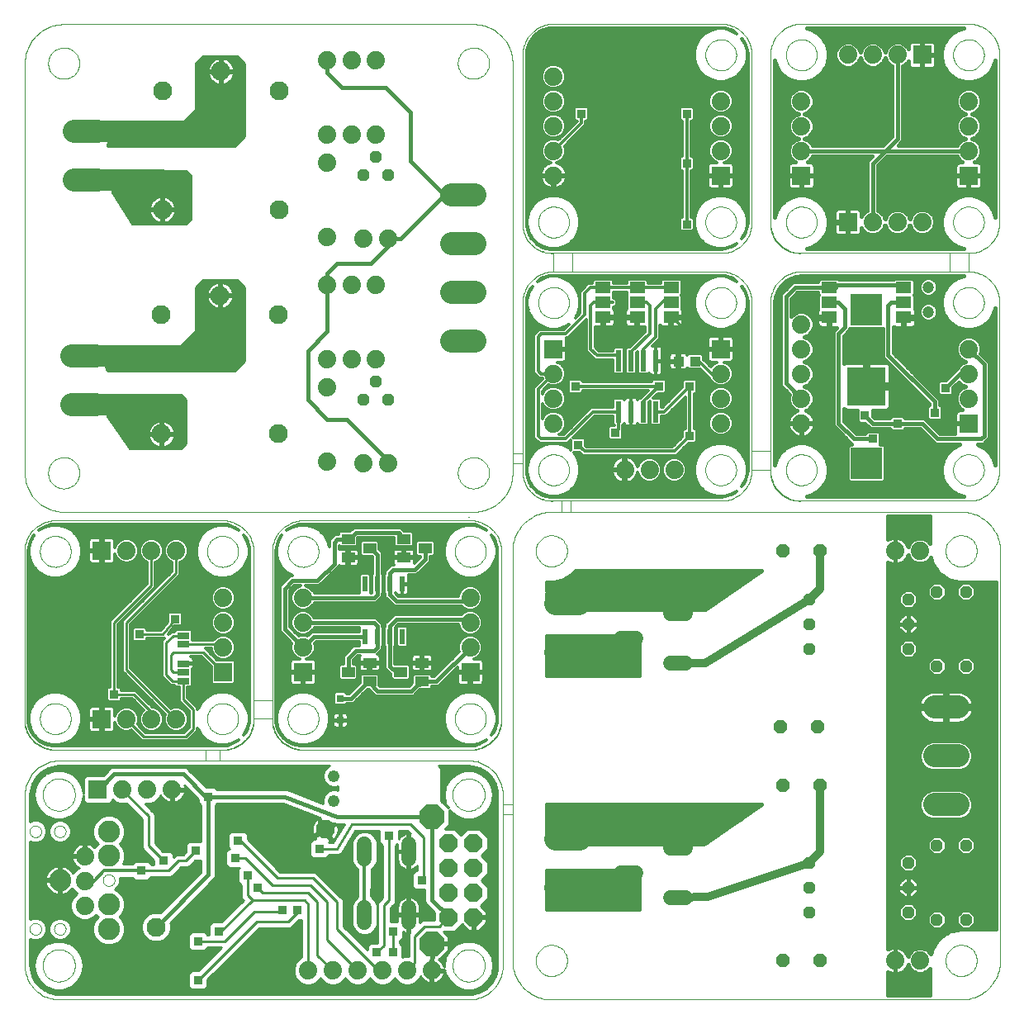
<source format=gbl>
G75*
G70*
%OFA0B0*%
%FSLAX24Y24*%
%IPPOS*%
%LPD*%
%AMOC8*
5,1,8,0,0,1.08239X$1,22.5*
%
%ADD10C,0.0000*%
%ADD11C,0.0000*%
%ADD12C,0.0000*%
%ADD13C,0.0886*%
%ADD14OC8,0.0740*%
%ADD15C,0.0768*%
%ADD16C,0.0480*%
%ADD17R,0.0740X0.0740*%
%ADD18C,0.0740*%
%ADD19C,0.0591*%
%ADD20OC8,0.1000*%
%ADD21C,0.0120*%
%ADD22R,0.0356X0.0356*%
%ADD23C,0.0100*%
%ADD24C,0.0160*%
%ADD25C,0.0000*%
%ADD26R,0.0500X0.0250*%
%ADD27R,0.0740X0.0740*%
%ADD28C,0.0740*%
%ADD29R,0.0356X0.0356*%
%ADD30C,0.0120*%
%ADD31C,0.0100*%
%ADD32C,0.0000*%
%ADD33R,0.0740X0.0740*%
%ADD34C,0.0740*%
%ADD35R,0.0236X0.0610*%
%ADD36R,0.0551X0.0394*%
%ADD37R,0.0315X0.0315*%
%ADD38C,0.0120*%
%ADD39R,0.0356X0.0356*%
%ADD40C,0.0160*%
%ADD41C,0.0740*%
%ADD42C,0.0937*%
%ADD43OC8,0.0480*%
%ADD44C,0.0768*%
%ADD45C,0.0000*%
%ADD46C,0.0100*%
%ADD47C,0.0860*%
%ADD48C,0.0160*%
%ADD49C,0.0000*%
%ADD50C,0.0937*%
%ADD51OC8,0.0480*%
%ADD52C,0.0740*%
%ADD53OC8,0.0540*%
%ADD54C,0.0600*%
%ADD55C,0.0160*%
%ADD56C,0.0560*%
%ADD57R,0.0356X0.0356*%
%ADD58C,0.0320*%
%ADD59C,0.0000*%
%ADD60R,0.0740X0.0740*%
%ADD61C,0.0740*%
%ADD62R,0.0240X0.0870*%
%ADD63R,0.0433X0.0394*%
%ADD64R,0.0630X0.0460*%
%ADD65C,0.0120*%
%ADD66R,0.0356X0.0356*%
%ADD67C,0.0000*%
%ADD68R,0.0740X0.0740*%
%ADD69C,0.0740*%
%ADD70C,0.0160*%
%ADD71R,0.0356X0.0356*%
%ADD72C,0.0000*%
%ADD73C,0.0740*%
%ADD74R,0.0740X0.0740*%
%ADD75C,0.0120*%
%ADD76R,0.0356X0.0356*%
%ADD77C,0.0000*%
%ADD78R,0.0740X0.0740*%
%ADD79C,0.0740*%
%ADD80R,0.0630X0.0460*%
%ADD81C,0.0472*%
%ADD82R,0.1560X0.1560*%
%ADD83R,0.1250X0.1250*%
%ADD84C,0.0160*%
%ADD85R,0.0356X0.0356*%
D10*
X000114Y001475D02*
X000114Y001517D01*
X000114Y008368D01*
X000114Y008371D01*
X000114Y008368D02*
X000116Y008440D01*
X000122Y008512D01*
X000131Y008584D01*
X000144Y008655D01*
X000161Y008725D01*
X000181Y008794D01*
X000206Y008862D01*
X000233Y008928D01*
X000264Y008994D01*
X000299Y009057D01*
X000336Y009119D01*
X000377Y009178D01*
X000421Y009235D01*
X000468Y009290D01*
X000518Y009342D01*
X000570Y009392D01*
X000625Y009439D01*
X000682Y009483D01*
X000741Y009524D01*
X000803Y009561D01*
X000866Y009596D01*
X000932Y009627D01*
X000998Y009654D01*
X001066Y009679D01*
X001135Y009699D01*
X001205Y009716D01*
X001276Y009729D01*
X001348Y009738D01*
X001420Y009744D01*
X001492Y009746D01*
X007397Y009746D01*
X007397Y010189D01*
X001350Y010189D01*
X001489Y009746D02*
X001492Y009746D01*
X001350Y010189D02*
X001282Y010191D01*
X001215Y010196D01*
X001148Y010205D01*
X001081Y010218D01*
X001016Y010235D01*
X000951Y010254D01*
X000887Y010278D01*
X000825Y010305D01*
X000764Y010335D01*
X000706Y010368D01*
X000649Y010404D01*
X000594Y010444D01*
X000541Y010486D01*
X000490Y010532D01*
X000443Y010579D01*
X000397Y010630D01*
X000355Y010683D01*
X000315Y010738D01*
X000279Y010795D01*
X000246Y010853D01*
X000216Y010914D01*
X000189Y010976D01*
X000165Y011040D01*
X000146Y011105D01*
X000129Y011170D01*
X000116Y011237D01*
X000107Y011304D01*
X000102Y011371D01*
X000100Y011439D01*
X000100Y018189D01*
X000102Y018257D01*
X000107Y018324D01*
X000116Y018391D01*
X000129Y018458D01*
X000146Y018523D01*
X000165Y018588D01*
X000189Y018652D01*
X000216Y018714D01*
X000246Y018775D01*
X000279Y018833D01*
X000315Y018890D01*
X000355Y018945D01*
X000397Y018998D01*
X000443Y019049D01*
X000490Y019096D01*
X000541Y019142D01*
X000594Y019184D01*
X000649Y019224D01*
X000706Y019260D01*
X000764Y019293D01*
X000825Y019323D01*
X000887Y019350D01*
X000951Y019374D01*
X001016Y019393D01*
X001081Y019410D01*
X001148Y019423D01*
X001215Y019432D01*
X001282Y019437D01*
X001350Y019439D01*
X008100Y019439D01*
X008168Y019437D01*
X008235Y019432D01*
X008302Y019423D01*
X008369Y019410D01*
X008434Y019393D01*
X008499Y019374D01*
X008563Y019350D01*
X008625Y019323D01*
X008686Y019293D01*
X008744Y019260D01*
X008801Y019224D01*
X008856Y019184D01*
X008909Y019142D01*
X008960Y019096D01*
X009007Y019049D01*
X009053Y018998D01*
X009095Y018945D01*
X009135Y018890D01*
X009171Y018833D01*
X009204Y018775D01*
X009234Y018714D01*
X009261Y018652D01*
X009285Y018588D01*
X009304Y018523D01*
X009321Y018458D01*
X009334Y018391D01*
X009343Y018324D01*
X009348Y018257D01*
X009350Y018189D01*
X009350Y012189D01*
X010100Y012189D01*
X010100Y018189D01*
X010102Y018257D01*
X010107Y018324D01*
X010116Y018391D01*
X010129Y018458D01*
X010146Y018523D01*
X010165Y018588D01*
X010189Y018652D01*
X010216Y018714D01*
X010246Y018775D01*
X010279Y018833D01*
X010315Y018890D01*
X010355Y018945D01*
X010397Y018998D01*
X010443Y019049D01*
X010490Y019096D01*
X010541Y019142D01*
X010594Y019184D01*
X010649Y019224D01*
X010706Y019260D01*
X010764Y019293D01*
X010825Y019323D01*
X010887Y019350D01*
X010951Y019374D01*
X011016Y019393D01*
X011081Y019410D01*
X011148Y019423D01*
X011215Y019432D01*
X011282Y019437D01*
X011350Y019439D01*
X018137Y019439D01*
X018030Y019588D02*
X018027Y019588D01*
X018224Y019785D02*
X001689Y019785D01*
X001612Y019787D01*
X001535Y019793D01*
X001458Y019802D01*
X001382Y019815D01*
X001306Y019832D01*
X001232Y019853D01*
X001158Y019877D01*
X001086Y019905D01*
X001016Y019936D01*
X000947Y019971D01*
X000879Y020009D01*
X000814Y020050D01*
X000751Y020095D01*
X000690Y020143D01*
X000631Y020193D01*
X000575Y020246D01*
X000522Y020302D01*
X000472Y020361D01*
X000424Y020422D01*
X000379Y020485D01*
X000338Y020550D01*
X000300Y020618D01*
X000265Y020687D01*
X000234Y020757D01*
X000206Y020829D01*
X000182Y020903D01*
X000161Y020977D01*
X000144Y021053D01*
X000131Y021129D01*
X000122Y021206D01*
X000116Y021283D01*
X000114Y021360D01*
X000114Y037895D01*
X000116Y037972D01*
X000122Y038049D01*
X000131Y038126D01*
X000144Y038202D01*
X000161Y038278D01*
X000182Y038352D01*
X000206Y038426D01*
X000234Y038498D01*
X000265Y038568D01*
X000300Y038637D01*
X000338Y038705D01*
X000379Y038770D01*
X000424Y038833D01*
X000472Y038894D01*
X000522Y038953D01*
X000575Y039009D01*
X000631Y039062D01*
X000690Y039112D01*
X000751Y039160D01*
X000814Y039205D01*
X000879Y039246D01*
X000947Y039284D01*
X001016Y039319D01*
X001086Y039350D01*
X001158Y039378D01*
X001232Y039402D01*
X001306Y039423D01*
X001382Y039440D01*
X001458Y039453D01*
X001535Y039462D01*
X001612Y039468D01*
X001689Y039470D01*
X018224Y039470D01*
X018301Y039468D01*
X018378Y039462D01*
X018455Y039453D01*
X018531Y039440D01*
X018607Y039423D01*
X018681Y039402D01*
X018755Y039378D01*
X018827Y039350D01*
X018897Y039319D01*
X018966Y039284D01*
X019034Y039246D01*
X019099Y039205D01*
X019162Y039160D01*
X019223Y039112D01*
X019282Y039062D01*
X019338Y039009D01*
X019391Y038953D01*
X019441Y038894D01*
X019489Y038833D01*
X019534Y038770D01*
X019575Y038705D01*
X019613Y038637D01*
X019648Y038568D01*
X019679Y038498D01*
X019707Y038426D01*
X019731Y038352D01*
X019752Y038278D01*
X019769Y038202D01*
X019782Y038126D01*
X019791Y038049D01*
X019797Y037972D01*
X019799Y037895D01*
X019799Y022147D01*
X020208Y022147D01*
X020208Y028232D01*
X020210Y028300D01*
X020215Y028367D01*
X020224Y028434D01*
X020237Y028501D01*
X020254Y028566D01*
X020273Y028631D01*
X020297Y028695D01*
X020324Y028757D01*
X020354Y028818D01*
X020387Y028876D01*
X020423Y028933D01*
X020463Y028988D01*
X020505Y029041D01*
X020551Y029092D01*
X020598Y029139D01*
X020649Y029185D01*
X020702Y029227D01*
X020757Y029267D01*
X020814Y029303D01*
X020872Y029336D01*
X020933Y029366D01*
X020995Y029393D01*
X021059Y029417D01*
X021124Y029436D01*
X021189Y029453D01*
X021256Y029466D01*
X021323Y029475D01*
X021390Y029480D01*
X021458Y029482D01*
X021458Y030232D01*
X022208Y030232D02*
X022208Y029482D01*
X028208Y029482D01*
X028208Y030232D02*
X022208Y030232D01*
X021458Y030232D02*
X021392Y030230D01*
X021326Y030232D01*
X021260Y030238D01*
X021194Y030247D01*
X021129Y030260D01*
X021064Y030277D01*
X021001Y030297D01*
X020939Y030321D01*
X020879Y030348D01*
X020820Y030379D01*
X020762Y030413D01*
X020707Y030450D01*
X020654Y030490D01*
X020604Y030533D01*
X020555Y030578D01*
X020510Y030627D01*
X020467Y030677D01*
X020427Y030730D01*
X020390Y030785D01*
X020356Y030843D01*
X020325Y030902D01*
X020298Y030962D01*
X020274Y031024D01*
X020254Y031087D01*
X020237Y031152D01*
X020224Y031217D01*
X020215Y031283D01*
X020209Y031349D01*
X020207Y031415D01*
X020209Y031481D01*
X020208Y031482D02*
X020208Y038232D01*
X020210Y038300D01*
X020215Y038367D01*
X020224Y038434D01*
X020237Y038501D01*
X020254Y038566D01*
X020273Y038631D01*
X020297Y038695D01*
X020324Y038757D01*
X020354Y038818D01*
X020387Y038876D01*
X020423Y038933D01*
X020463Y038988D01*
X020505Y039041D01*
X020551Y039092D01*
X020598Y039139D01*
X020649Y039185D01*
X020702Y039227D01*
X020757Y039267D01*
X020814Y039303D01*
X020872Y039336D01*
X020933Y039366D01*
X020995Y039393D01*
X021059Y039417D01*
X021124Y039436D01*
X021189Y039453D01*
X021256Y039466D01*
X021323Y039475D01*
X021390Y039480D01*
X021458Y039482D01*
X028208Y039482D01*
X028276Y039480D01*
X028343Y039475D01*
X028410Y039466D01*
X028477Y039453D01*
X028542Y039436D01*
X028607Y039417D01*
X028671Y039393D01*
X028733Y039366D01*
X028794Y039336D01*
X028852Y039303D01*
X028909Y039267D01*
X028964Y039227D01*
X029017Y039185D01*
X029068Y039139D01*
X029115Y039092D01*
X029161Y039041D01*
X029203Y038988D01*
X029243Y038933D01*
X029279Y038876D01*
X029312Y038818D01*
X029342Y038757D01*
X029369Y038695D01*
X029393Y038631D01*
X029412Y038566D01*
X029429Y038501D01*
X029442Y038434D01*
X029451Y038367D01*
X029456Y038300D01*
X029458Y038232D01*
X029458Y031482D01*
X030208Y031482D02*
X030208Y038232D01*
X030210Y038300D01*
X030215Y038367D01*
X030224Y038434D01*
X030237Y038501D01*
X030254Y038566D01*
X030273Y038631D01*
X030297Y038695D01*
X030324Y038757D01*
X030354Y038818D01*
X030387Y038876D01*
X030423Y038933D01*
X030463Y038988D01*
X030505Y039041D01*
X030551Y039092D01*
X030598Y039139D01*
X030649Y039185D01*
X030702Y039227D01*
X030757Y039267D01*
X030814Y039303D01*
X030872Y039336D01*
X030933Y039366D01*
X030995Y039393D01*
X031059Y039417D01*
X031124Y039436D01*
X031189Y039453D01*
X031256Y039466D01*
X031323Y039475D01*
X031390Y039480D01*
X031458Y039482D01*
X038208Y039482D01*
X038276Y039480D01*
X038343Y039475D01*
X038410Y039466D01*
X038477Y039453D01*
X038542Y039436D01*
X038607Y039417D01*
X038671Y039393D01*
X038733Y039366D01*
X038794Y039336D01*
X038852Y039303D01*
X038909Y039267D01*
X038964Y039227D01*
X039017Y039185D01*
X039068Y039139D01*
X039115Y039092D01*
X039161Y039041D01*
X039203Y038988D01*
X039243Y038933D01*
X039279Y038876D01*
X039312Y038818D01*
X039342Y038757D01*
X039369Y038695D01*
X039393Y038631D01*
X039412Y038566D01*
X039429Y038501D01*
X039442Y038434D01*
X039451Y038367D01*
X039456Y038300D01*
X039458Y038232D01*
X039458Y031482D01*
X039456Y031414D01*
X039451Y031347D01*
X039442Y031280D01*
X039429Y031213D01*
X039412Y031148D01*
X039393Y031083D01*
X039369Y031019D01*
X039342Y030957D01*
X039312Y030896D01*
X039279Y030838D01*
X039243Y030781D01*
X039203Y030726D01*
X039161Y030673D01*
X039115Y030622D01*
X039068Y030575D01*
X039017Y030529D01*
X038964Y030487D01*
X038909Y030447D01*
X038852Y030411D01*
X038794Y030378D01*
X038733Y030348D01*
X038671Y030321D01*
X038607Y030297D01*
X038542Y030278D01*
X038477Y030261D01*
X038410Y030248D01*
X038343Y030239D01*
X038276Y030234D01*
X038208Y030232D01*
X038208Y029482D01*
X037458Y029482D02*
X037458Y030232D01*
X031458Y030232D01*
X031458Y029482D02*
X037458Y029482D01*
X038208Y029482D02*
X038276Y029480D01*
X038343Y029475D01*
X038410Y029466D01*
X038477Y029453D01*
X038542Y029436D01*
X038607Y029417D01*
X038671Y029393D01*
X038733Y029366D01*
X038794Y029336D01*
X038852Y029303D01*
X038909Y029267D01*
X038964Y029227D01*
X039017Y029185D01*
X039068Y029139D01*
X039115Y029092D01*
X039161Y029041D01*
X039203Y028988D01*
X039243Y028933D01*
X039279Y028876D01*
X039312Y028818D01*
X039342Y028757D01*
X039369Y028695D01*
X039393Y028631D01*
X039412Y028566D01*
X039429Y028501D01*
X039442Y028434D01*
X039451Y028367D01*
X039456Y028300D01*
X039458Y028232D01*
X039458Y021482D01*
X039456Y021414D01*
X039451Y021347D01*
X039442Y021280D01*
X039429Y021213D01*
X039412Y021148D01*
X039393Y021083D01*
X039369Y021019D01*
X039342Y020957D01*
X039312Y020896D01*
X039279Y020838D01*
X039243Y020781D01*
X039203Y020726D01*
X039161Y020673D01*
X039115Y020622D01*
X039068Y020575D01*
X039017Y020529D01*
X038964Y020487D01*
X038909Y020447D01*
X038852Y020411D01*
X038794Y020378D01*
X038733Y020348D01*
X038671Y020321D01*
X038607Y020297D01*
X038542Y020278D01*
X038477Y020261D01*
X038410Y020248D01*
X038343Y020239D01*
X038276Y020234D01*
X038208Y020232D01*
X031458Y020232D01*
X031392Y020230D01*
X031326Y020232D01*
X031260Y020238D01*
X031194Y020247D01*
X031129Y020260D01*
X031064Y020277D01*
X031001Y020297D01*
X030939Y020321D01*
X030879Y020348D01*
X030820Y020379D01*
X030762Y020413D01*
X030707Y020450D01*
X030654Y020490D01*
X030604Y020533D01*
X030555Y020578D01*
X030510Y020627D01*
X030467Y020677D01*
X030427Y020730D01*
X030390Y020785D01*
X030356Y020843D01*
X030325Y020902D01*
X030298Y020962D01*
X030274Y021024D01*
X030254Y021087D01*
X030237Y021152D01*
X030224Y021217D01*
X030215Y021283D01*
X030209Y021349D01*
X030207Y021415D01*
X030209Y021481D01*
X030208Y021482D02*
X029458Y021482D01*
X029458Y022232D02*
X029458Y028232D01*
X030208Y028232D02*
X030208Y022232D01*
X029458Y022232D01*
X029458Y021482D02*
X029456Y021414D01*
X029451Y021347D01*
X029442Y021280D01*
X029429Y021213D01*
X029412Y021148D01*
X029393Y021083D01*
X029369Y021019D01*
X029342Y020957D01*
X029312Y020896D01*
X029279Y020838D01*
X029243Y020781D01*
X029203Y020726D01*
X029161Y020673D01*
X029115Y020622D01*
X029068Y020575D01*
X029017Y020529D01*
X028964Y020487D01*
X028909Y020447D01*
X028852Y020411D01*
X028794Y020378D01*
X028733Y020348D01*
X028671Y020321D01*
X028607Y020297D01*
X028542Y020278D01*
X028477Y020261D01*
X028410Y020248D01*
X028343Y020239D01*
X028276Y020234D01*
X028208Y020232D01*
X022161Y020232D01*
X022161Y019785D01*
X037909Y019785D01*
X037986Y019783D01*
X038063Y019777D01*
X038140Y019768D01*
X038216Y019755D01*
X038292Y019738D01*
X038366Y019717D01*
X038440Y019693D01*
X038512Y019665D01*
X038582Y019634D01*
X038651Y019599D01*
X038719Y019561D01*
X038784Y019520D01*
X038847Y019475D01*
X038908Y019427D01*
X038967Y019377D01*
X039023Y019324D01*
X039076Y019268D01*
X039126Y019209D01*
X039174Y019148D01*
X039219Y019085D01*
X039260Y019020D01*
X039298Y018952D01*
X039333Y018883D01*
X039364Y018813D01*
X039392Y018741D01*
X039416Y018667D01*
X039437Y018593D01*
X039454Y018517D01*
X039467Y018441D01*
X039476Y018364D01*
X039482Y018287D01*
X039484Y018210D01*
X039484Y001675D01*
X039482Y001598D01*
X039476Y001521D01*
X039467Y001444D01*
X039454Y001368D01*
X039437Y001292D01*
X039416Y001218D01*
X039392Y001144D01*
X039364Y001072D01*
X039333Y001002D01*
X039298Y000933D01*
X039260Y000865D01*
X039219Y000800D01*
X039174Y000737D01*
X039126Y000676D01*
X039076Y000617D01*
X039023Y000561D01*
X038967Y000508D01*
X038908Y000458D01*
X038847Y000410D01*
X038784Y000365D01*
X038719Y000324D01*
X038651Y000286D01*
X038582Y000251D01*
X038512Y000220D01*
X038440Y000192D01*
X038366Y000168D01*
X038292Y000147D01*
X038216Y000130D01*
X038140Y000117D01*
X038063Y000108D01*
X037986Y000102D01*
X037909Y000100D01*
X021374Y000100D01*
X021297Y000102D01*
X021220Y000108D01*
X021143Y000117D01*
X021067Y000130D01*
X020991Y000147D01*
X020917Y000168D01*
X020843Y000192D01*
X020771Y000220D01*
X020701Y000251D01*
X020632Y000286D01*
X020564Y000324D01*
X020499Y000365D01*
X020436Y000410D01*
X020375Y000458D01*
X020316Y000508D01*
X020260Y000561D01*
X020207Y000617D01*
X020157Y000676D01*
X020109Y000737D01*
X020064Y000800D01*
X020023Y000865D01*
X019985Y000933D01*
X019950Y001002D01*
X019919Y001072D01*
X019891Y001144D01*
X019867Y001218D01*
X019846Y001292D01*
X019829Y001368D01*
X019816Y001444D01*
X019807Y001521D01*
X019801Y001598D01*
X019799Y001675D01*
X019799Y007580D01*
X019405Y007580D01*
X019405Y001478D01*
X019403Y001406D01*
X019397Y001334D01*
X019388Y001262D01*
X019375Y001191D01*
X019358Y001121D01*
X019338Y001052D01*
X019313Y000984D01*
X019286Y000918D01*
X019255Y000852D01*
X019220Y000789D01*
X019183Y000727D01*
X019142Y000668D01*
X019098Y000611D01*
X019051Y000556D01*
X019001Y000504D01*
X018949Y000454D01*
X018894Y000407D01*
X018837Y000363D01*
X018778Y000322D01*
X018716Y000285D01*
X018653Y000250D01*
X018587Y000219D01*
X018521Y000192D01*
X018453Y000167D01*
X018384Y000147D01*
X018314Y000130D01*
X018243Y000117D01*
X018171Y000108D01*
X018099Y000102D01*
X018027Y000100D01*
X018030Y000100D01*
X018027Y000100D02*
X001492Y000100D01*
X001489Y000100D01*
X001491Y000100D02*
X001418Y000103D01*
X001345Y000110D01*
X001273Y000120D01*
X001201Y000135D01*
X001130Y000153D01*
X001060Y000175D01*
X000992Y000200D01*
X000924Y000229D01*
X000859Y000261D01*
X000795Y000297D01*
X000733Y000336D01*
X000673Y000379D01*
X000616Y000424D01*
X000561Y000472D01*
X000509Y000523D01*
X000459Y000577D01*
X000412Y000634D01*
X000369Y000692D01*
X000328Y000753D01*
X000291Y000816D01*
X000257Y000881D01*
X000226Y000947D01*
X000199Y001015D01*
X000175Y001085D01*
X000156Y001155D01*
X000140Y001227D01*
X000127Y001299D01*
X000119Y001371D01*
X000114Y001445D01*
X000113Y001518D01*
X007988Y009746D02*
X018027Y009746D01*
X018421Y009746D02*
X018424Y009746D01*
X018100Y010189D02*
X011350Y010189D01*
X011282Y010191D01*
X011215Y010196D01*
X011148Y010205D01*
X011081Y010218D01*
X011016Y010235D01*
X010951Y010254D01*
X010887Y010278D01*
X010825Y010305D01*
X010764Y010335D01*
X010706Y010368D01*
X010649Y010404D01*
X010594Y010444D01*
X010541Y010486D01*
X010490Y010532D01*
X010443Y010579D01*
X010397Y010630D01*
X010355Y010683D01*
X010315Y010738D01*
X010279Y010795D01*
X010246Y010853D01*
X010216Y010914D01*
X010189Y010976D01*
X010165Y011040D01*
X010146Y011105D01*
X010129Y011170D01*
X010116Y011237D01*
X010107Y011304D01*
X010102Y011371D01*
X010100Y011439D01*
X009350Y011439D01*
X009349Y011438D02*
X009351Y011372D01*
X009349Y011306D01*
X009343Y011240D01*
X009334Y011174D01*
X009321Y011109D01*
X009304Y011044D01*
X009284Y010981D01*
X009260Y010919D01*
X009233Y010859D01*
X009202Y010800D01*
X009168Y010742D01*
X009131Y010687D01*
X009091Y010634D01*
X009048Y010584D01*
X009003Y010535D01*
X008954Y010490D01*
X008904Y010447D01*
X008851Y010407D01*
X008796Y010370D01*
X008738Y010336D01*
X008679Y010305D01*
X008619Y010278D01*
X008557Y010254D01*
X008494Y010234D01*
X008429Y010217D01*
X008364Y010204D01*
X008298Y010195D01*
X008232Y010189D01*
X008166Y010187D01*
X008100Y010189D01*
X007988Y010189D01*
X007988Y009746D01*
X018027Y009746D02*
X018099Y009744D01*
X018171Y009738D01*
X018243Y009729D01*
X018314Y009716D01*
X018384Y009699D01*
X018453Y009679D01*
X018521Y009654D01*
X018587Y009627D01*
X018653Y009596D01*
X018716Y009561D01*
X018778Y009524D01*
X018837Y009483D01*
X018894Y009439D01*
X018949Y009392D01*
X019001Y009342D01*
X019051Y009290D01*
X019098Y009235D01*
X019142Y009178D01*
X019183Y009119D01*
X019220Y009057D01*
X019255Y008994D01*
X019286Y008928D01*
X019313Y008862D01*
X019338Y008794D01*
X019358Y008725D01*
X019375Y008655D01*
X019388Y008584D01*
X019397Y008512D01*
X019403Y008440D01*
X019405Y008368D01*
X019405Y007974D01*
X019799Y007974D01*
X019799Y018210D01*
X019350Y018189D02*
X019350Y011439D01*
X019349Y011438D02*
X019351Y011372D01*
X019349Y011306D01*
X019343Y011240D01*
X019334Y011174D01*
X019321Y011109D01*
X019304Y011044D01*
X019284Y010981D01*
X019260Y010919D01*
X019233Y010859D01*
X019202Y010800D01*
X019168Y010742D01*
X019131Y010687D01*
X019091Y010634D01*
X019048Y010584D01*
X019003Y010535D01*
X018954Y010490D01*
X018904Y010447D01*
X018851Y010407D01*
X018796Y010370D01*
X018738Y010336D01*
X018679Y010305D01*
X018619Y010278D01*
X018557Y010254D01*
X018494Y010234D01*
X018429Y010217D01*
X018364Y010204D01*
X018298Y010195D01*
X018232Y010189D01*
X018166Y010187D01*
X018100Y010189D01*
X019350Y018189D02*
X019348Y018257D01*
X019343Y018324D01*
X019334Y018391D01*
X019321Y018458D01*
X019304Y018523D01*
X019285Y018588D01*
X019261Y018652D01*
X019234Y018714D01*
X019204Y018775D01*
X019171Y018833D01*
X019135Y018890D01*
X019095Y018945D01*
X019053Y018998D01*
X019007Y019049D01*
X018960Y019096D01*
X018909Y019142D01*
X018856Y019184D01*
X018801Y019224D01*
X018744Y019260D01*
X018686Y019293D01*
X018625Y019323D01*
X018563Y019350D01*
X018499Y019374D01*
X018434Y019393D01*
X018369Y019410D01*
X018302Y019423D01*
X018235Y019432D01*
X018168Y019437D01*
X018100Y019439D01*
X018224Y019785D02*
X018301Y019787D01*
X018378Y019793D01*
X018455Y019802D01*
X018531Y019815D01*
X018607Y019832D01*
X018681Y019853D01*
X018755Y019877D01*
X018827Y019905D01*
X018897Y019936D01*
X018966Y019971D01*
X019034Y020009D01*
X019099Y020050D01*
X019162Y020095D01*
X019223Y020143D01*
X019282Y020193D01*
X019338Y020246D01*
X019391Y020302D01*
X019441Y020361D01*
X019489Y020422D01*
X019534Y020485D01*
X019575Y020550D01*
X019613Y020618D01*
X019648Y020687D01*
X019679Y020757D01*
X019707Y020829D01*
X019731Y020903D01*
X019752Y020977D01*
X019769Y021053D01*
X019782Y021129D01*
X019791Y021206D01*
X019797Y021283D01*
X019799Y021360D01*
X019799Y021754D01*
X020208Y021754D01*
X020208Y021482D01*
X020209Y021481D02*
X020207Y021415D01*
X020209Y021349D01*
X020215Y021283D01*
X020224Y021217D01*
X020237Y021152D01*
X020254Y021087D01*
X020274Y021024D01*
X020298Y020962D01*
X020325Y020902D01*
X020356Y020843D01*
X020390Y020785D01*
X020427Y020730D01*
X020467Y020677D01*
X020510Y020627D01*
X020555Y020578D01*
X020604Y020533D01*
X020654Y020490D01*
X020707Y020450D01*
X020762Y020413D01*
X020820Y020379D01*
X020879Y020348D01*
X020939Y020321D01*
X021001Y020297D01*
X021064Y020277D01*
X021129Y020260D01*
X021194Y020247D01*
X021260Y020238D01*
X021326Y020232D01*
X021392Y020230D01*
X021458Y020232D01*
X021767Y020232D01*
X021767Y019785D01*
X021374Y019785D01*
X021297Y019783D01*
X021220Y019777D01*
X021143Y019768D01*
X021067Y019755D01*
X020991Y019738D01*
X020917Y019717D01*
X020843Y019693D01*
X020771Y019665D01*
X020701Y019634D01*
X020632Y019599D01*
X020564Y019561D01*
X020499Y019520D01*
X020436Y019475D01*
X020375Y019427D01*
X020316Y019377D01*
X020260Y019324D01*
X020207Y019268D01*
X020157Y019209D01*
X020109Y019148D01*
X020064Y019085D01*
X020023Y019020D01*
X019985Y018952D01*
X019950Y018883D01*
X019919Y018813D01*
X019891Y018741D01*
X019867Y018667D01*
X019846Y018593D01*
X019829Y018517D01*
X019816Y018441D01*
X019807Y018364D01*
X019801Y018287D01*
X019799Y018210D01*
X029458Y028232D02*
X029456Y028300D01*
X029451Y028367D01*
X029442Y028434D01*
X029429Y028501D01*
X029412Y028566D01*
X029393Y028631D01*
X029369Y028695D01*
X029342Y028757D01*
X029312Y028818D01*
X029279Y028876D01*
X029243Y028933D01*
X029203Y028988D01*
X029161Y029041D01*
X029115Y029092D01*
X029068Y029139D01*
X029017Y029185D01*
X028964Y029227D01*
X028909Y029267D01*
X028852Y029303D01*
X028794Y029336D01*
X028733Y029366D01*
X028671Y029393D01*
X028607Y029417D01*
X028542Y029436D01*
X028477Y029453D01*
X028410Y029466D01*
X028343Y029475D01*
X028276Y029480D01*
X028208Y029482D01*
X028208Y030232D02*
X028276Y030234D01*
X028343Y030239D01*
X028410Y030248D01*
X028477Y030261D01*
X028542Y030278D01*
X028607Y030297D01*
X028671Y030321D01*
X028733Y030348D01*
X028794Y030378D01*
X028852Y030411D01*
X028909Y030447D01*
X028964Y030487D01*
X029017Y030529D01*
X029068Y030575D01*
X029115Y030622D01*
X029161Y030673D01*
X029203Y030726D01*
X029243Y030781D01*
X029279Y030838D01*
X029312Y030896D01*
X029342Y030957D01*
X029369Y031019D01*
X029393Y031083D01*
X029412Y031148D01*
X029429Y031213D01*
X029442Y031280D01*
X029451Y031347D01*
X029456Y031414D01*
X029458Y031482D01*
X030209Y031481D02*
X030207Y031415D01*
X030209Y031349D01*
X030215Y031283D01*
X030224Y031217D01*
X030237Y031152D01*
X030254Y031087D01*
X030274Y031024D01*
X030298Y030962D01*
X030325Y030902D01*
X030356Y030843D01*
X030390Y030785D01*
X030427Y030730D01*
X030467Y030677D01*
X030510Y030627D01*
X030555Y030578D01*
X030604Y030533D01*
X030654Y030490D01*
X030707Y030450D01*
X030762Y030413D01*
X030820Y030379D01*
X030879Y030348D01*
X030939Y030321D01*
X031001Y030297D01*
X031064Y030277D01*
X031129Y030260D01*
X031194Y030247D01*
X031260Y030238D01*
X031326Y030232D01*
X031392Y030230D01*
X031458Y030232D01*
X031458Y029482D02*
X031390Y029480D01*
X031323Y029475D01*
X031256Y029466D01*
X031189Y029453D01*
X031124Y029436D01*
X031059Y029417D01*
X030995Y029393D01*
X030933Y029366D01*
X030872Y029336D01*
X030814Y029303D01*
X030757Y029267D01*
X030702Y029227D01*
X030649Y029185D01*
X030598Y029139D01*
X030551Y029092D01*
X030505Y029041D01*
X030463Y028988D01*
X030423Y028933D01*
X030387Y028876D01*
X030354Y028818D01*
X030324Y028757D01*
X030297Y028695D01*
X030273Y028631D01*
X030254Y028566D01*
X030237Y028501D01*
X030224Y028434D01*
X030215Y028367D01*
X030210Y028300D01*
X030208Y028232D01*
D11*
X1489Y100D02*
X1492Y100D01*
X18027Y100D01*
X18030Y100D01*
X18027Y100D02*
X18099Y102D01*
X18171Y108D01*
X18243Y117D01*
X18314Y130D01*
X18384Y147D01*
X18453Y167D01*
X18521Y192D01*
X18587Y219D01*
X18653Y250D01*
X18716Y285D01*
X18778Y322D01*
X18837Y363D01*
X18894Y407D01*
X18949Y454D01*
X19001Y504D01*
X19051Y556D01*
X19098Y611D01*
X19142Y668D01*
X19183Y727D01*
X19220Y789D01*
X19255Y852D01*
X19286Y918D01*
X19313Y984D01*
X19338Y1052D01*
X19358Y1121D01*
X19375Y1191D01*
X19388Y1262D01*
X19397Y1334D01*
X19403Y1406D01*
X19405Y1478D01*
X19405Y8368D01*
X19403Y8440D01*
X19397Y8512D01*
X19388Y8584D01*
X19375Y8655D01*
X19358Y8725D01*
X19338Y8794D01*
X19313Y8862D01*
X19286Y8928D01*
X19255Y8994D01*
X19220Y9057D01*
X19183Y9119D01*
X19142Y9178D01*
X19098Y9235D01*
X19051Y9290D01*
X19001Y9342D01*
X18949Y9392D01*
X18894Y9439D01*
X18837Y9483D01*
X18778Y9524D01*
X18716Y9561D01*
X18653Y9596D01*
X18587Y9627D01*
X18521Y9654D01*
X18453Y9679D01*
X18384Y9699D01*
X18314Y9716D01*
X18243Y9729D01*
X18171Y9738D01*
X18099Y9744D01*
X18027Y9746D01*
X7988Y9746D01*
X7988Y10189D01*
X8100Y10189D01*
X7397Y10189D02*
X7397Y9746D01*
X1492Y9746D01*
X1489Y9746D01*
X1350Y10189D02*
X7397Y10189D01*
X8100Y10189D02*
X8166Y10187D01*
X8232Y10189D01*
X8298Y10195D01*
X8364Y10204D01*
X8429Y10217D01*
X8494Y10234D01*
X8557Y10254D01*
X8619Y10278D01*
X8679Y10305D01*
X8738Y10336D01*
X8796Y10370D01*
X8851Y10407D01*
X8904Y10447D01*
X8954Y10490D01*
X9003Y10535D01*
X9048Y10584D01*
X9091Y10634D01*
X9131Y10687D01*
X9168Y10742D01*
X9202Y10800D01*
X9233Y10859D01*
X9260Y10919D01*
X9284Y10981D01*
X9304Y11044D01*
X9321Y11109D01*
X9334Y11174D01*
X9343Y11240D01*
X9349Y11306D01*
X9351Y11372D01*
X9349Y11438D01*
X9350Y11439D02*
X10100Y11439D01*
X10100Y12189D02*
X10100Y18189D01*
X9350Y18189D02*
X9350Y12189D01*
X10100Y12189D01*
X10100Y11439D02*
X10102Y11371D01*
X10107Y11304D01*
X10116Y11237D01*
X10129Y11170D01*
X10146Y11105D01*
X10165Y11040D01*
X10189Y10976D01*
X10216Y10914D01*
X10246Y10853D01*
X10279Y10795D01*
X10315Y10738D01*
X10355Y10683D01*
X10397Y10630D01*
X10443Y10579D01*
X10490Y10532D01*
X10541Y10486D01*
X10594Y10444D01*
X10649Y10404D01*
X10706Y10368D01*
X10764Y10335D01*
X10825Y10305D01*
X10887Y10278D01*
X10951Y10254D01*
X11016Y10235D01*
X11081Y10218D01*
X11148Y10205D01*
X11215Y10196D01*
X11282Y10191D01*
X11350Y10189D01*
X18100Y10189D01*
X18421Y9746D02*
X18424Y9746D01*
X18100Y10189D02*
X18166Y10187D01*
X18232Y10189D01*
X18298Y10195D01*
X18364Y10204D01*
X18429Y10217D01*
X18494Y10234D01*
X18557Y10254D01*
X18619Y10278D01*
X18679Y10305D01*
X18738Y10336D01*
X18796Y10370D01*
X18851Y10407D01*
X18904Y10447D01*
X18954Y10490D01*
X19003Y10535D01*
X19048Y10584D01*
X19091Y10634D01*
X19131Y10687D01*
X19168Y10742D01*
X19202Y10800D01*
X19233Y10859D01*
X19260Y10919D01*
X19284Y10981D01*
X19304Y11044D01*
X19321Y11109D01*
X19334Y11174D01*
X19343Y11240D01*
X19349Y11306D01*
X19351Y11372D01*
X19349Y11438D01*
X19350Y11439D02*
X19350Y18189D01*
X19348Y18257D01*
X19343Y18324D01*
X19334Y18391D01*
X19321Y18458D01*
X19304Y18523D01*
X19285Y18588D01*
X19261Y18652D01*
X19234Y18714D01*
X19204Y18775D01*
X19171Y18833D01*
X19135Y18890D01*
X19095Y18945D01*
X19053Y18998D01*
X19007Y19049D01*
X18960Y19096D01*
X18909Y19142D01*
X18856Y19184D01*
X18801Y19224D01*
X18744Y19260D01*
X18686Y19293D01*
X18625Y19323D01*
X18563Y19350D01*
X18499Y19374D01*
X18434Y19393D01*
X18369Y19410D01*
X18302Y19423D01*
X18235Y19432D01*
X18168Y19437D01*
X18100Y19439D01*
X18137Y19439D02*
X11350Y19439D01*
X11282Y19437D01*
X11215Y19432D01*
X11148Y19423D01*
X11081Y19410D01*
X11016Y19393D01*
X10951Y19374D01*
X10887Y19350D01*
X10825Y19323D01*
X10764Y19293D01*
X10706Y19260D01*
X10649Y19224D01*
X10594Y19184D01*
X10541Y19142D01*
X10490Y19096D01*
X10443Y19049D01*
X10397Y18998D01*
X10355Y18945D01*
X10315Y18890D01*
X10279Y18833D01*
X10246Y18775D01*
X10216Y18714D01*
X10189Y18652D01*
X10165Y18588D01*
X10146Y18523D01*
X10129Y18458D01*
X10116Y18391D01*
X10107Y18324D01*
X10102Y18257D01*
X10100Y18189D01*
X9350Y18189D02*
X9348Y18257D01*
X9343Y18324D01*
X9334Y18391D01*
X9321Y18458D01*
X9304Y18523D01*
X9285Y18588D01*
X9261Y18652D01*
X9234Y18714D01*
X9204Y18775D01*
X9171Y18833D01*
X9135Y18890D01*
X9095Y18945D01*
X9053Y18998D01*
X9007Y19049D01*
X8960Y19096D01*
X8909Y19142D01*
X8856Y19184D01*
X8801Y19224D01*
X8744Y19260D01*
X8686Y19293D01*
X8625Y19323D01*
X8563Y19350D01*
X8499Y19374D01*
X8434Y19393D01*
X8369Y19410D01*
X8302Y19423D01*
X8235Y19432D01*
X8168Y19437D01*
X8100Y19439D01*
X1350Y19439D01*
X1282Y19437D01*
X1215Y19432D01*
X1148Y19423D01*
X1081Y19410D01*
X1016Y19393D01*
X951Y19374D01*
X887Y19350D01*
X825Y19323D01*
X764Y19293D01*
X706Y19260D01*
X649Y19224D01*
X594Y19184D01*
X541Y19142D01*
X490Y19096D01*
X443Y19049D01*
X397Y18998D01*
X355Y18945D01*
X315Y18890D01*
X279Y18833D01*
X246Y18775D01*
X216Y18714D01*
X189Y18652D01*
X165Y18588D01*
X146Y18523D01*
X129Y18458D01*
X116Y18391D01*
X107Y18324D01*
X102Y18257D01*
X100Y18189D01*
X100Y11439D01*
X102Y11371D01*
X107Y11304D01*
X116Y11237D01*
X129Y11170D01*
X146Y11105D01*
X165Y11040D01*
X189Y10976D01*
X216Y10914D01*
X246Y10853D01*
X279Y10795D01*
X315Y10738D01*
X355Y10683D01*
X397Y10630D01*
X443Y10579D01*
X490Y10532D01*
X541Y10486D01*
X594Y10444D01*
X649Y10404D01*
X706Y10368D01*
X764Y10335D01*
X825Y10305D01*
X887Y10278D01*
X951Y10254D01*
X1016Y10235D01*
X1081Y10218D01*
X1148Y10205D01*
X1215Y10196D01*
X1282Y10191D01*
X1350Y10189D01*
X1492Y9746D02*
X1420Y9744D01*
X1348Y9738D01*
X1276Y9729D01*
X1205Y9716D01*
X1135Y9699D01*
X1066Y9679D01*
X998Y9654D01*
X932Y9627D01*
X866Y9596D01*
X803Y9561D01*
X741Y9524D01*
X682Y9483D01*
X625Y9439D01*
X570Y9392D01*
X518Y9342D01*
X468Y9290D01*
X421Y9235D01*
X377Y9178D01*
X336Y9119D01*
X299Y9057D01*
X264Y8994D01*
X233Y8928D01*
X206Y8862D01*
X181Y8794D01*
X161Y8725D01*
X144Y8655D01*
X131Y8584D01*
X122Y8512D01*
X116Y8440D01*
X114Y8368D01*
X114Y8371D01*
X114Y8368D02*
X114Y1518D01*
X114Y1475D01*
X113Y1518D02*
X114Y1445D01*
X119Y1371D01*
X127Y1299D01*
X140Y1227D01*
X156Y1155D01*
X175Y1085D01*
X199Y1015D01*
X226Y947D01*
X257Y881D01*
X291Y816D01*
X328Y753D01*
X369Y692D01*
X412Y634D01*
X459Y577D01*
X509Y523D01*
X561Y472D01*
X616Y424D01*
X673Y379D01*
X733Y336D01*
X795Y297D01*
X859Y261D01*
X924Y229D01*
X992Y200D01*
X1060Y175D01*
X1130Y153D01*
X1201Y135D01*
X1273Y120D01*
X1345Y110D01*
X1418Y103D01*
X1491Y100D01*
X18027Y19589D02*
X18030Y19589D01*
D12*
X1489Y100D02*
X1492Y100D01*
X18027Y100D01*
X18030Y100D01*
X17380Y1475D02*
X17382Y1525D01*
X17388Y1575D01*
X17398Y1625D01*
X17411Y1673D01*
X17428Y1721D01*
X17449Y1767D01*
X17473Y1811D01*
X17501Y1853D01*
X17532Y1893D01*
X17566Y1930D01*
X17603Y1965D01*
X17642Y1996D01*
X17683Y2025D01*
X17727Y2050D01*
X17773Y2072D01*
X17820Y2090D01*
X17868Y2104D01*
X17917Y2115D01*
X17967Y2122D01*
X18017Y2125D01*
X18068Y2124D01*
X18118Y2119D01*
X18168Y2110D01*
X18216Y2098D01*
X18264Y2081D01*
X18310Y2061D01*
X18355Y2038D01*
X18398Y2011D01*
X18438Y1981D01*
X18476Y1948D01*
X18511Y1912D01*
X18544Y1873D01*
X18573Y1832D01*
X18599Y1789D01*
X18622Y1744D01*
X18641Y1697D01*
X18656Y1649D01*
X18668Y1600D01*
X18676Y1550D01*
X18680Y1500D01*
X18680Y1450D01*
X18676Y1400D01*
X18668Y1350D01*
X18656Y1301D01*
X18641Y1253D01*
X18622Y1206D01*
X18599Y1161D01*
X18573Y1118D01*
X18544Y1077D01*
X18511Y1038D01*
X18476Y1002D01*
X18438Y969D01*
X18398Y939D01*
X18355Y912D01*
X18310Y889D01*
X18264Y869D01*
X18216Y852D01*
X18168Y840D01*
X18118Y831D01*
X18068Y826D01*
X18017Y825D01*
X17967Y828D01*
X17917Y835D01*
X17868Y846D01*
X17820Y860D01*
X17773Y878D01*
X17727Y900D01*
X17683Y925D01*
X17642Y954D01*
X17603Y985D01*
X17566Y1020D01*
X17532Y1057D01*
X17501Y1097D01*
X17473Y1139D01*
X17449Y1183D01*
X17428Y1229D01*
X17411Y1277D01*
X17398Y1325D01*
X17388Y1375D01*
X17382Y1425D01*
X17380Y1475D01*
X18027Y100D02*
X18099Y102D01*
X18171Y108D01*
X18243Y117D01*
X18314Y130D01*
X18384Y147D01*
X18453Y167D01*
X18521Y192D01*
X18587Y219D01*
X18653Y250D01*
X18716Y285D01*
X18778Y322D01*
X18837Y363D01*
X18894Y407D01*
X18949Y454D01*
X19001Y504D01*
X19051Y556D01*
X19098Y611D01*
X19142Y668D01*
X19183Y727D01*
X19220Y789D01*
X19255Y852D01*
X19286Y918D01*
X19313Y984D01*
X19338Y1052D01*
X19358Y1121D01*
X19375Y1191D01*
X19388Y1262D01*
X19397Y1334D01*
X19403Y1406D01*
X19405Y1478D01*
X19405Y8368D01*
X17377Y8368D02*
X17379Y8418D01*
X17385Y8468D01*
X17395Y8518D01*
X17408Y8566D01*
X17425Y8614D01*
X17446Y8660D01*
X17470Y8704D01*
X17498Y8746D01*
X17529Y8786D01*
X17563Y8823D01*
X17600Y8858D01*
X17639Y8889D01*
X17680Y8918D01*
X17724Y8943D01*
X17770Y8965D01*
X17817Y8983D01*
X17865Y8997D01*
X17914Y9008D01*
X17964Y9015D01*
X18014Y9018D01*
X18065Y9017D01*
X18115Y9012D01*
X18165Y9003D01*
X18213Y8991D01*
X18261Y8974D01*
X18307Y8954D01*
X18352Y8931D01*
X18395Y8904D01*
X18435Y8874D01*
X18473Y8841D01*
X18508Y8805D01*
X18541Y8766D01*
X18570Y8725D01*
X18596Y8682D01*
X18619Y8637D01*
X18638Y8590D01*
X18653Y8542D01*
X18665Y8493D01*
X18673Y8443D01*
X18677Y8393D01*
X18677Y8343D01*
X18673Y8293D01*
X18665Y8243D01*
X18653Y8194D01*
X18638Y8146D01*
X18619Y8099D01*
X18596Y8054D01*
X18570Y8011D01*
X18541Y7970D01*
X18508Y7931D01*
X18473Y7895D01*
X18435Y7862D01*
X18395Y7832D01*
X18352Y7805D01*
X18307Y7782D01*
X18261Y7762D01*
X18213Y7745D01*
X18165Y7733D01*
X18115Y7724D01*
X18065Y7719D01*
X18014Y7718D01*
X17964Y7721D01*
X17914Y7728D01*
X17865Y7739D01*
X17817Y7753D01*
X17770Y7771D01*
X17724Y7793D01*
X17680Y7818D01*
X17639Y7847D01*
X17600Y7878D01*
X17563Y7913D01*
X17529Y7950D01*
X17498Y7990D01*
X17470Y8032D01*
X17446Y8076D01*
X17425Y8122D01*
X17408Y8170D01*
X17395Y8218D01*
X17385Y8268D01*
X17379Y8318D01*
X17377Y8368D01*
X18027Y9746D02*
X18099Y9744D01*
X18171Y9738D01*
X18243Y9729D01*
X18314Y9716D01*
X18384Y9699D01*
X18453Y9679D01*
X18521Y9654D01*
X18587Y9627D01*
X18653Y9596D01*
X18716Y9561D01*
X18778Y9524D01*
X18837Y9483D01*
X18894Y9439D01*
X18949Y9392D01*
X19001Y9342D01*
X19051Y9290D01*
X19098Y9235D01*
X19142Y9178D01*
X19183Y9119D01*
X19220Y9057D01*
X19255Y8994D01*
X19286Y8928D01*
X19313Y8862D01*
X19338Y8794D01*
X19358Y8725D01*
X19375Y8655D01*
X19388Y8584D01*
X19397Y8512D01*
X19403Y8440D01*
X19405Y8368D01*
X18027Y9746D02*
X1492Y9746D01*
X839Y8371D02*
X841Y8421D01*
X847Y8471D01*
X857Y8521D01*
X870Y8569D01*
X887Y8617D01*
X908Y8663D01*
X932Y8707D01*
X960Y8749D01*
X991Y8789D01*
X1025Y8826D01*
X1062Y8861D01*
X1101Y8892D01*
X1142Y8921D01*
X1186Y8946D01*
X1232Y8968D01*
X1279Y8986D01*
X1327Y9000D01*
X1376Y9011D01*
X1426Y9018D01*
X1476Y9021D01*
X1527Y9020D01*
X1577Y9015D01*
X1627Y9006D01*
X1675Y8994D01*
X1723Y8977D01*
X1769Y8957D01*
X1814Y8934D01*
X1857Y8907D01*
X1897Y8877D01*
X1935Y8844D01*
X1970Y8808D01*
X2003Y8769D01*
X2032Y8728D01*
X2058Y8685D01*
X2081Y8640D01*
X2100Y8593D01*
X2115Y8545D01*
X2127Y8496D01*
X2135Y8446D01*
X2139Y8396D01*
X2139Y8346D01*
X2135Y8296D01*
X2127Y8246D01*
X2115Y8197D01*
X2100Y8149D01*
X2081Y8102D01*
X2058Y8057D01*
X2032Y8014D01*
X2003Y7973D01*
X1970Y7934D01*
X1935Y7898D01*
X1897Y7865D01*
X1857Y7835D01*
X1814Y7808D01*
X1769Y7785D01*
X1723Y7765D01*
X1675Y7748D01*
X1627Y7736D01*
X1577Y7727D01*
X1527Y7722D01*
X1476Y7721D01*
X1426Y7724D01*
X1376Y7731D01*
X1327Y7742D01*
X1279Y7756D01*
X1232Y7774D01*
X1186Y7796D01*
X1142Y7821D01*
X1101Y7850D01*
X1062Y7881D01*
X1025Y7916D01*
X991Y7953D01*
X960Y7993D01*
X932Y8035D01*
X908Y8079D01*
X887Y8125D01*
X870Y8173D01*
X857Y8221D01*
X847Y8271D01*
X841Y8321D01*
X839Y8371D01*
X114Y8368D02*
X116Y8440D01*
X122Y8512D01*
X131Y8584D01*
X144Y8655D01*
X161Y8725D01*
X181Y8794D01*
X206Y8862D01*
X233Y8928D01*
X264Y8994D01*
X299Y9057D01*
X336Y9119D01*
X377Y9178D01*
X421Y9235D01*
X468Y9290D01*
X518Y9342D01*
X570Y9392D01*
X625Y9439D01*
X682Y9483D01*
X741Y9524D01*
X803Y9561D01*
X866Y9596D01*
X932Y9627D01*
X998Y9654D01*
X1066Y9679D01*
X1135Y9699D01*
X1205Y9716D01*
X1276Y9729D01*
X1348Y9738D01*
X1420Y9744D01*
X1492Y9746D01*
X114Y8371D02*
X114Y8368D01*
X114Y1518D01*
X114Y1475D01*
X839Y1475D02*
X841Y1525D01*
X847Y1575D01*
X857Y1625D01*
X870Y1673D01*
X887Y1721D01*
X908Y1767D01*
X932Y1811D01*
X960Y1853D01*
X991Y1893D01*
X1025Y1930D01*
X1062Y1965D01*
X1101Y1996D01*
X1142Y2025D01*
X1186Y2050D01*
X1232Y2072D01*
X1279Y2090D01*
X1327Y2104D01*
X1376Y2115D01*
X1426Y2122D01*
X1476Y2125D01*
X1527Y2124D01*
X1577Y2119D01*
X1627Y2110D01*
X1675Y2098D01*
X1723Y2081D01*
X1769Y2061D01*
X1814Y2038D01*
X1857Y2011D01*
X1897Y1981D01*
X1935Y1948D01*
X1970Y1912D01*
X2003Y1873D01*
X2032Y1832D01*
X2058Y1789D01*
X2081Y1744D01*
X2100Y1697D01*
X2115Y1649D01*
X2127Y1600D01*
X2135Y1550D01*
X2139Y1500D01*
X2139Y1450D01*
X2135Y1400D01*
X2127Y1350D01*
X2115Y1301D01*
X2100Y1253D01*
X2081Y1206D01*
X2058Y1161D01*
X2032Y1118D01*
X2003Y1077D01*
X1970Y1038D01*
X1935Y1002D01*
X1897Y969D01*
X1857Y939D01*
X1814Y912D01*
X1769Y889D01*
X1723Y869D01*
X1675Y852D01*
X1627Y840D01*
X1577Y831D01*
X1527Y826D01*
X1476Y825D01*
X1426Y828D01*
X1376Y835D01*
X1327Y846D01*
X1279Y860D01*
X1232Y878D01*
X1186Y900D01*
X1142Y925D01*
X1101Y954D01*
X1062Y985D01*
X1025Y1020D01*
X991Y1057D01*
X960Y1097D01*
X932Y1139D01*
X908Y1183D01*
X887Y1229D01*
X870Y1277D01*
X857Y1325D01*
X847Y1375D01*
X841Y1425D01*
X839Y1475D01*
X113Y1518D02*
X114Y1445D01*
X119Y1371D01*
X127Y1299D01*
X140Y1227D01*
X156Y1155D01*
X175Y1085D01*
X199Y1015D01*
X226Y947D01*
X257Y881D01*
X291Y816D01*
X328Y753D01*
X369Y692D01*
X412Y634D01*
X459Y577D01*
X509Y523D01*
X561Y472D01*
X616Y424D01*
X673Y379D01*
X733Y336D01*
X795Y297D01*
X859Y261D01*
X924Y229D01*
X992Y200D01*
X1060Y175D01*
X1130Y153D01*
X1201Y135D01*
X1273Y120D01*
X1345Y110D01*
X1418Y103D01*
X1491Y100D01*
X1295Y2951D02*
X1297Y2981D01*
X1303Y3011D01*
X1312Y3040D01*
X1325Y3067D01*
X1342Y3092D01*
X1361Y3115D01*
X1384Y3136D01*
X1409Y3153D01*
X1435Y3167D01*
X1464Y3177D01*
X1493Y3184D01*
X1523Y3187D01*
X1554Y3186D01*
X1584Y3181D01*
X1613Y3172D01*
X1640Y3160D01*
X1666Y3145D01*
X1690Y3126D01*
X1711Y3104D01*
X1729Y3080D01*
X1744Y3053D01*
X1755Y3025D01*
X1763Y2996D01*
X1767Y2966D01*
X1767Y2936D01*
X1763Y2906D01*
X1755Y2877D01*
X1744Y2849D01*
X1729Y2822D01*
X1711Y2798D01*
X1690Y2776D01*
X1666Y2757D01*
X1640Y2742D01*
X1613Y2730D01*
X1584Y2721D01*
X1554Y2716D01*
X1523Y2715D01*
X1493Y2718D01*
X1464Y2725D01*
X1435Y2735D01*
X1409Y2749D01*
X1384Y2766D01*
X1361Y2787D01*
X1342Y2810D01*
X1325Y2835D01*
X1312Y2862D01*
X1303Y2891D01*
X1297Y2921D01*
X1295Y2951D01*
X311Y2951D02*
X313Y2981D01*
X319Y3011D01*
X328Y3040D01*
X341Y3067D01*
X358Y3092D01*
X377Y3115D01*
X400Y3136D01*
X425Y3153D01*
X451Y3167D01*
X480Y3177D01*
X509Y3184D01*
X539Y3187D01*
X570Y3186D01*
X600Y3181D01*
X629Y3172D01*
X656Y3160D01*
X682Y3145D01*
X706Y3126D01*
X727Y3104D01*
X745Y3080D01*
X760Y3053D01*
X771Y3025D01*
X779Y2996D01*
X783Y2966D01*
X783Y2936D01*
X779Y2906D01*
X771Y2877D01*
X760Y2849D01*
X745Y2822D01*
X727Y2798D01*
X706Y2776D01*
X682Y2757D01*
X656Y2742D01*
X629Y2730D01*
X600Y2721D01*
X570Y2716D01*
X539Y2715D01*
X509Y2718D01*
X480Y2725D01*
X451Y2735D01*
X425Y2749D01*
X400Y2766D01*
X377Y2787D01*
X358Y2810D01*
X341Y2835D01*
X328Y2862D01*
X319Y2891D01*
X313Y2921D01*
X311Y2951D01*
X3264Y4919D02*
X3266Y4949D01*
X3272Y4979D01*
X3281Y5008D01*
X3294Y5035D01*
X3311Y5060D01*
X3330Y5083D01*
X3353Y5104D01*
X3378Y5121D01*
X3404Y5135D01*
X3433Y5145D01*
X3462Y5152D01*
X3492Y5155D01*
X3523Y5154D01*
X3553Y5149D01*
X3582Y5140D01*
X3609Y5128D01*
X3635Y5113D01*
X3659Y5094D01*
X3680Y5072D01*
X3698Y5048D01*
X3713Y5021D01*
X3724Y4993D01*
X3732Y4964D01*
X3736Y4934D01*
X3736Y4904D01*
X3732Y4874D01*
X3724Y4845D01*
X3713Y4817D01*
X3698Y4790D01*
X3680Y4766D01*
X3659Y4744D01*
X3635Y4725D01*
X3609Y4710D01*
X3582Y4698D01*
X3553Y4689D01*
X3523Y4684D01*
X3492Y4683D01*
X3462Y4686D01*
X3433Y4693D01*
X3404Y4703D01*
X3378Y4717D01*
X3353Y4734D01*
X3330Y4755D01*
X3311Y4778D01*
X3294Y4803D01*
X3281Y4830D01*
X3272Y4859D01*
X3266Y4889D01*
X3264Y4919D01*
X1295Y6888D02*
X1297Y6918D01*
X1303Y6948D01*
X1312Y6977D01*
X1325Y7004D01*
X1342Y7029D01*
X1361Y7052D01*
X1384Y7073D01*
X1409Y7090D01*
X1435Y7104D01*
X1464Y7114D01*
X1493Y7121D01*
X1523Y7124D01*
X1554Y7123D01*
X1584Y7118D01*
X1613Y7109D01*
X1640Y7097D01*
X1666Y7082D01*
X1690Y7063D01*
X1711Y7041D01*
X1729Y7017D01*
X1744Y6990D01*
X1755Y6962D01*
X1763Y6933D01*
X1767Y6903D01*
X1767Y6873D01*
X1763Y6843D01*
X1755Y6814D01*
X1744Y6786D01*
X1729Y6759D01*
X1711Y6735D01*
X1690Y6713D01*
X1666Y6694D01*
X1640Y6679D01*
X1613Y6667D01*
X1584Y6658D01*
X1554Y6653D01*
X1523Y6652D01*
X1493Y6655D01*
X1464Y6662D01*
X1435Y6672D01*
X1409Y6686D01*
X1384Y6703D01*
X1361Y6724D01*
X1342Y6747D01*
X1325Y6772D01*
X1312Y6799D01*
X1303Y6828D01*
X1297Y6858D01*
X1295Y6888D01*
X311Y6888D02*
X313Y6918D01*
X319Y6948D01*
X328Y6977D01*
X341Y7004D01*
X358Y7029D01*
X377Y7052D01*
X400Y7073D01*
X425Y7090D01*
X451Y7104D01*
X480Y7114D01*
X509Y7121D01*
X539Y7124D01*
X570Y7123D01*
X600Y7118D01*
X629Y7109D01*
X656Y7097D01*
X682Y7082D01*
X706Y7063D01*
X727Y7041D01*
X745Y7017D01*
X760Y6990D01*
X771Y6962D01*
X779Y6933D01*
X783Y6903D01*
X783Y6873D01*
X779Y6843D01*
X771Y6814D01*
X760Y6786D01*
X745Y6759D01*
X727Y6735D01*
X706Y6713D01*
X682Y6694D01*
X656Y6679D01*
X629Y6667D01*
X600Y6658D01*
X570Y6653D01*
X539Y6652D01*
X509Y6655D01*
X480Y6662D01*
X451Y6672D01*
X425Y6686D01*
X400Y6703D01*
X377Y6724D01*
X358Y6747D01*
X341Y6772D01*
X328Y6799D01*
X319Y6828D01*
X313Y6858D01*
X311Y6888D01*
D13*
X3500Y6888D03*
X3500Y5903D03*
X1531Y4919D03*
X3500Y3935D03*
X3500Y2951D03*
D14*
X17228Y3416D03*
X18228Y3416D03*
X18228Y4416D03*
X17228Y4416D03*
X17228Y5416D03*
X18228Y5416D03*
X18228Y6416D03*
X17228Y6416D03*
D15*
X12233Y6966D03*
X5414Y3029D03*
D16*
X12592Y8129D03*
X12592Y9129D03*
D17*
X3058Y8579D03*
D18*
X4058Y8579D03*
X5058Y8579D03*
X6058Y8579D03*
X2534Y5890D03*
X2534Y4890D03*
X2534Y3890D03*
X11545Y1276D03*
X12545Y1276D03*
X13545Y1276D03*
X14545Y1276D03*
X15545Y1276D03*
X16545Y1276D03*
D19*
X15600Y3225D02*
X15600Y3816D01*
X13828Y3816D02*
X13828Y3225D01*
X13828Y5784D02*
X13828Y6375D01*
X15600Y6375D02*
X15600Y5784D01*
D20*
X16551Y7482D03*
X16551Y2364D03*
D21*
X15614Y3506D02*
X15600Y3521D01*
X13828Y3521D02*
X13828Y6080D01*
X4814Y5300D02*
X3314Y5300D01*
X2904Y4890D01*
X2534Y4890D01*
D22*
X4814Y5300D03*
X5714Y5700D03*
X6564Y5300D03*
X7014Y6100D03*
X8614Y5800D03*
X9114Y5100D03*
X9514Y4600D03*
X10514Y3700D03*
X11114Y3700D03*
X12651Y4806D03*
X12309Y5603D03*
X12007Y6194D03*
X10964Y6450D03*
X9514Y6500D03*
X8714Y6500D03*
X7517Y8297D03*
X9514Y9150D03*
X12114Y8595D03*
X14814Y6700D03*
X14414Y5350D03*
X15598Y4935D03*
X16136Y4924D03*
X14214Y4400D03*
X16484Y3458D03*
X17370Y2671D03*
X15500Y1982D03*
X14968Y2002D03*
X14320Y2000D03*
X14976Y2856D03*
X11137Y1970D03*
X8468Y1629D03*
X7102Y888D03*
X7102Y2462D03*
X7941Y2856D03*
X7939Y3397D03*
X6614Y3250D03*
X2301Y2913D03*
X1014Y3400D03*
X1014Y6400D03*
X17370Y7199D03*
D23*
X1041Y407D02*
X775Y566D01*
X559Y788D01*
X408Y1059D01*
X332Y1359D01*
X324Y1514D01*
X324Y1516D01*
X325Y1602D01*
X324Y1603D01*
X324Y2560D01*
X458Y2504D01*
X636Y2504D01*
X800Y2572D01*
X925Y2698D01*
X993Y2862D01*
X993Y3039D01*
X925Y3203D01*
X800Y3329D01*
X636Y3397D01*
X458Y3397D01*
X324Y3341D01*
X324Y6497D01*
X458Y6441D01*
X636Y6441D01*
X800Y6509D01*
X925Y6635D01*
X993Y6799D01*
X993Y6976D01*
X925Y7140D01*
X800Y7266D01*
X636Y7334D01*
X458Y7334D01*
X324Y7278D01*
X324Y8368D01*
X334Y8520D01*
X413Y8815D01*
X565Y9079D01*
X781Y9295D01*
X1045Y9447D01*
X1339Y9526D01*
X1492Y9536D01*
X12399Y9536D01*
X12337Y9510D01*
X12211Y9384D01*
X12142Y9218D01*
X12142Y9039D01*
X12211Y8874D01*
X12337Y8747D01*
X12503Y8679D01*
X12682Y8679D01*
X12757Y8710D01*
X12757Y8548D01*
X12682Y8579D01*
X12503Y8579D01*
X12337Y8510D01*
X12211Y8384D01*
X12142Y8218D01*
X12142Y8039D01*
X12154Y8010D01*
X10710Y8566D01*
X10660Y8587D01*
X10656Y8587D01*
X10652Y8588D01*
X10598Y8587D01*
X7880Y8587D01*
X7782Y8685D01*
X7439Y8685D01*
X6762Y9362D01*
X6761Y9364D01*
X6680Y9446D01*
X6573Y9490D01*
X3774Y9490D01*
X3774Y9490D01*
X3717Y9490D01*
X3659Y9490D01*
X3658Y9490D01*
X3606Y9468D01*
X3553Y9446D01*
X3552Y9446D01*
X3512Y9405D01*
X3471Y9364D01*
X3267Y9159D01*
X2601Y9159D01*
X2478Y9036D01*
X2478Y8401D01*
X2424Y8711D01*
X2424Y8711D01*
X2251Y9011D01*
X1986Y9233D01*
X1661Y9351D01*
X1316Y9351D01*
X991Y9233D01*
X991Y9233D01*
X726Y9011D01*
X553Y8711D01*
X493Y8371D01*
X553Y8031D01*
X553Y8031D01*
X726Y7731D01*
X991Y7509D01*
X1316Y7391D01*
X1661Y7391D01*
X1986Y7509D01*
X1986Y7509D01*
X2251Y7731D01*
X2251Y7731D01*
X2251Y7731D01*
X2424Y8031D01*
X2478Y8342D01*
X2478Y8122D01*
X2601Y7999D01*
X3515Y7999D01*
X3638Y8122D01*
X3638Y8179D01*
X3730Y8088D01*
X3943Y7999D01*
X4174Y7999D01*
X4225Y8021D01*
X4854Y7392D01*
X4854Y6248D01*
X4893Y6153D01*
X5326Y5721D01*
X5326Y5560D01*
X5202Y5560D01*
X5202Y5565D01*
X5079Y5688D01*
X4549Y5688D01*
X4431Y5570D01*
X4068Y5570D01*
X4152Y5773D01*
X4152Y6033D01*
X4053Y6273D01*
X3931Y6395D01*
X4053Y6518D01*
X4152Y6758D01*
X4152Y7017D01*
X4053Y7257D01*
X3869Y7441D01*
X3629Y7541D01*
X3370Y7541D01*
X3130Y7441D01*
X2946Y7257D01*
X2847Y7017D01*
X2847Y6758D01*
X2946Y6518D01*
X3068Y6395D01*
X2946Y6273D01*
X2928Y6231D01*
X2872Y6287D01*
X2806Y6335D01*
X2733Y6372D01*
X2655Y6397D01*
X2584Y6409D01*
X2584Y5940D01*
X2484Y5940D01*
X2484Y6409D01*
X2412Y6397D01*
X2334Y6372D01*
X2261Y6335D01*
X2195Y6287D01*
X2137Y6229D01*
X2089Y6163D01*
X2052Y6090D01*
X2027Y6012D01*
X2015Y5940D01*
X2484Y5940D01*
X2484Y5840D01*
X2015Y5840D01*
X2027Y5768D01*
X2052Y5691D01*
X2089Y5618D01*
X2137Y5551D01*
X2195Y5494D01*
X2261Y5445D01*
X2305Y5423D01*
X2205Y5382D01*
X2043Y5220D01*
X2038Y5230D01*
X1983Y5305D01*
X1917Y5371D01*
X1842Y5426D01*
X1759Y5469D01*
X1670Y5497D01*
X1581Y5511D01*
X1581Y4969D01*
X1481Y4969D01*
X1481Y4869D01*
X1581Y4869D01*
X1581Y4327D01*
X1670Y4341D01*
X1759Y4370D01*
X1842Y4412D01*
X1917Y4467D01*
X1983Y4533D01*
X2071Y4533D01*
X2042Y4562D02*
X2205Y4398D01*
X2225Y4390D01*
X2205Y4382D01*
X2042Y4219D01*
X1954Y4006D01*
X1954Y3775D01*
X2042Y3562D01*
X2205Y3398D01*
X2418Y3310D01*
X2649Y3310D01*
X2862Y3398D01*
X2987Y3524D01*
X3068Y3443D01*
X2946Y3320D01*
X2847Y3080D01*
X2847Y2821D01*
X2946Y2581D01*
X3130Y2397D01*
X3370Y2298D01*
X3629Y2298D01*
X3869Y2397D01*
X4053Y2581D01*
X4152Y2821D01*
X4152Y3080D01*
X4053Y3320D01*
X3931Y3443D01*
X4053Y3565D01*
X4152Y3805D01*
X4152Y4065D01*
X4053Y4305D01*
X3869Y4488D01*
X3748Y4539D01*
X3752Y4541D01*
X3878Y4666D01*
X3946Y4830D01*
X3946Y5008D01*
X3937Y5030D01*
X4431Y5030D01*
X4549Y4912D01*
X5079Y4912D01*
X5202Y5035D01*
X5202Y5040D01*
X5965Y5040D01*
X6061Y5080D01*
X6134Y5153D01*
X6421Y5440D01*
X6665Y5440D01*
X6761Y5480D01*
X6834Y5553D01*
X6993Y5712D01*
X7227Y5712D01*
X7227Y5252D01*
X5578Y3603D01*
X5532Y3622D01*
X5295Y3622D01*
X5077Y3532D01*
X4910Y3365D01*
X4820Y3147D01*
X4820Y2910D01*
X4910Y2692D01*
X5077Y2525D01*
X5295Y2435D01*
X5532Y2435D01*
X5750Y2525D01*
X5917Y2692D01*
X6007Y2910D01*
X6007Y3147D01*
X5988Y3193D01*
X7763Y4968D01*
X7807Y5074D01*
X7807Y7934D01*
X7880Y8007D01*
X10548Y8007D01*
X12016Y7442D01*
X12251Y7034D01*
X12580Y7224D01*
X12609Y7213D01*
X12659Y7192D01*
X12663Y7192D01*
X12666Y7191D01*
X12720Y7192D01*
X13002Y7192D01*
X12557Y6454D01*
X12396Y6454D01*
X12396Y6457D01*
X12438Y6471D01*
X12455Y6480D01*
X12214Y6897D01*
X11797Y6656D01*
X11825Y6618D01*
X11861Y6582D01*
X11742Y6582D01*
X11619Y6459D01*
X11619Y5929D01*
X11742Y5806D01*
X12273Y5806D01*
X12396Y5929D01*
X12396Y5934D01*
X12684Y5934D01*
X12716Y5929D01*
X12735Y5934D01*
X12755Y5934D01*
X12785Y5946D01*
X12816Y5954D01*
X12832Y5966D01*
X12851Y5973D01*
X12874Y5996D01*
X12899Y6015D01*
X12910Y6032D01*
X12924Y6047D01*
X12936Y6076D01*
X13449Y6927D01*
X14426Y6927D01*
X14426Y6435D01*
X14549Y6312D01*
X14554Y6312D01*
X14554Y4208D01*
X14393Y4047D01*
X14354Y3952D01*
X14354Y2404D01*
X14338Y2388D01*
X14055Y2388D01*
X13932Y2265D01*
X13932Y2102D01*
X12972Y3062D01*
X12972Y4089D01*
X12933Y4184D01*
X12859Y4258D01*
X11896Y5221D01*
X11801Y5260D01*
X10421Y5260D01*
X9102Y6580D01*
X9102Y6765D01*
X8979Y6888D01*
X8449Y6888D01*
X8326Y6765D01*
X8326Y6235D01*
X8372Y6188D01*
X8349Y6188D01*
X8226Y6065D01*
X8226Y5535D01*
X8349Y5412D01*
X8772Y5412D01*
X8726Y5365D01*
X8726Y4835D01*
X8849Y4712D01*
X8854Y4712D01*
X8854Y4248D01*
X8893Y4153D01*
X8942Y4104D01*
X8048Y3244D01*
X7676Y3244D01*
X7553Y3121D01*
X7553Y2722D01*
X7490Y2722D01*
X7490Y2727D01*
X7367Y2851D01*
X6837Y2851D01*
X6714Y2727D01*
X6714Y2197D01*
X6837Y2074D01*
X7367Y2074D01*
X7490Y2197D01*
X7490Y2202D01*
X8049Y2202D01*
X7122Y1276D01*
X6837Y1276D01*
X6714Y1153D01*
X6714Y622D01*
X6837Y499D01*
X7367Y499D01*
X7490Y622D01*
X7490Y908D01*
X9572Y2990D01*
X10795Y2990D01*
X10891Y3029D01*
X10964Y3103D01*
X11174Y3312D01*
X11293Y3312D01*
X11293Y1800D01*
X11217Y1768D01*
X11054Y1605D01*
X10965Y1392D01*
X10965Y1161D01*
X11054Y948D01*
X11217Y785D01*
X11430Y696D01*
X11661Y696D01*
X11874Y785D01*
X12037Y948D01*
X12045Y968D01*
X12054Y948D01*
X12217Y785D01*
X12430Y696D01*
X12661Y696D01*
X12874Y785D01*
X13037Y948D01*
X13045Y968D01*
X13054Y948D01*
X13217Y785D01*
X13430Y696D01*
X13661Y696D01*
X13874Y785D01*
X14037Y948D01*
X14045Y968D01*
X14054Y948D01*
X14217Y785D01*
X14430Y696D01*
X14661Y696D01*
X14874Y785D01*
X15037Y948D01*
X15045Y968D01*
X15054Y948D01*
X15217Y785D01*
X15430Y696D01*
X15661Y696D01*
X15874Y785D01*
X16037Y948D01*
X16078Y1047D01*
X16101Y1004D01*
X16149Y937D01*
X16207Y880D01*
X16273Y832D01*
X16346Y794D01*
X16424Y769D01*
X16495Y758D01*
X16495Y1226D01*
X16595Y1226D01*
X16595Y758D01*
X16667Y769D01*
X16745Y794D01*
X16818Y832D01*
X16884Y880D01*
X16942Y937D01*
X16990Y1004D01*
X17027Y1077D01*
X17053Y1154D01*
X17064Y1226D01*
X16595Y1226D01*
X16595Y1326D01*
X16495Y1326D01*
X16495Y1714D01*
X16501Y1714D01*
X16501Y2314D01*
X16601Y2314D01*
X16601Y2414D01*
X17201Y2414D01*
X17201Y2633D01*
X16998Y2836D01*
X17468Y2836D01*
X17770Y3139D01*
X18013Y2896D01*
X18178Y2896D01*
X18178Y3366D01*
X18278Y3366D01*
X18278Y2896D01*
X18443Y2896D01*
X18748Y3201D01*
X18748Y3366D01*
X18278Y3366D01*
X18278Y3466D01*
X18748Y3466D01*
X18748Y3632D01*
X18506Y3874D01*
X18808Y4176D01*
X18808Y4657D01*
X18548Y4916D01*
X18808Y5176D01*
X18808Y5657D01*
X18548Y5916D01*
X18808Y6176D01*
X18808Y6657D01*
X18468Y6996D01*
X17988Y6996D01*
X17728Y6737D01*
X17468Y6996D01*
X17069Y6996D01*
X17261Y7188D01*
X17261Y7735D01*
X17265Y7728D01*
X17530Y7506D01*
X17854Y7388D01*
X18200Y7388D01*
X18525Y7506D01*
X18789Y7728D01*
X18789Y7728D01*
X18789Y7728D01*
X18962Y8028D01*
X19022Y8368D01*
X18962Y8708D01*
X18789Y9008D01*
X18525Y9230D01*
X18525Y9230D01*
X18200Y9348D01*
X17854Y9348D01*
X17530Y9230D01*
X17530Y9230D01*
X17265Y9008D01*
X17265Y9008D01*
X17265Y9008D01*
X17092Y8708D01*
X17032Y8368D01*
X17032Y8368D01*
X17092Y8028D01*
X17092Y8028D01*
X17205Y7832D01*
X16927Y8110D01*
X16927Y9434D01*
X16825Y9536D01*
X18027Y9536D01*
X18180Y9526D01*
X18474Y9447D01*
X18738Y9295D01*
X18954Y9079D01*
X19106Y8815D01*
X19185Y8520D01*
X19195Y8368D01*
X19195Y1478D01*
X19185Y1326D01*
X19106Y1031D01*
X18954Y767D01*
X18738Y552D01*
X18474Y399D01*
X18180Y320D01*
X18027Y310D01*
X1494Y310D01*
X1340Y323D01*
X1041Y407D01*
X1081Y396D02*
X18461Y396D01*
X18639Y494D02*
X895Y494D01*
X991Y613D02*
X991Y613D01*
X1316Y495D01*
X1439Y495D01*
X1661Y495D01*
X1986Y613D01*
X1986Y613D01*
X2251Y835D01*
X2251Y835D01*
X2424Y1135D01*
X2484Y1475D01*
X2424Y1815D01*
X2424Y1815D01*
X2251Y2115D01*
X1986Y2337D01*
X1661Y2455D01*
X1316Y2455D01*
X991Y2337D01*
X991Y2337D01*
X726Y2115D01*
X726Y2115D01*
X726Y2115D01*
X553Y1815D01*
X493Y1475D01*
X553Y1135D01*
X553Y1135D01*
X726Y835D01*
X991Y613D01*
X1047Y593D02*
X749Y593D01*
X653Y691D02*
X898Y691D01*
X781Y790D02*
X558Y790D01*
X503Y888D02*
X696Y888D01*
X726Y835D02*
X726Y835D01*
X639Y987D02*
X448Y987D01*
X401Y1085D02*
X582Y1085D01*
X545Y1184D02*
X376Y1184D01*
X351Y1282D02*
X527Y1282D01*
X510Y1381D02*
X331Y1381D01*
X326Y1479D02*
X494Y1479D01*
X493Y1475D02*
X493Y1475D01*
X512Y1578D02*
X325Y1578D01*
X324Y1676D02*
X529Y1676D01*
X546Y1775D02*
X324Y1775D01*
X324Y1873D02*
X587Y1873D01*
X553Y1815D02*
X553Y1815D01*
X644Y1972D02*
X324Y1972D01*
X324Y2070D02*
X701Y2070D01*
X791Y2169D02*
X324Y2169D01*
X324Y2267D02*
X908Y2267D01*
X1070Y2366D02*
X324Y2366D01*
X324Y2464D02*
X3063Y2464D01*
X2964Y2563D02*
X1761Y2563D01*
X1784Y2572D02*
X1909Y2698D01*
X1977Y2862D01*
X1977Y3039D01*
X1909Y3203D01*
X1784Y3329D01*
X1620Y3397D01*
X1442Y3397D01*
X1278Y3329D01*
X1153Y3203D01*
X1085Y3039D01*
X1085Y2862D01*
X1153Y2698D01*
X1278Y2572D01*
X1442Y2504D01*
X1620Y2504D01*
X1784Y2572D01*
X1873Y2661D02*
X2913Y2661D01*
X2872Y2760D02*
X1935Y2760D01*
X1976Y2858D02*
X2847Y2858D01*
X2847Y2957D02*
X1977Y2957D01*
X1971Y3055D02*
X2847Y3055D01*
X2877Y3154D02*
X1930Y3154D01*
X1860Y3252D02*
X2918Y3252D01*
X2976Y3351D02*
X2747Y3351D01*
X2913Y3449D02*
X3062Y3449D01*
X2321Y3351D02*
X1731Y3351D01*
X2056Y3548D02*
X324Y3548D01*
X324Y3646D02*
X2007Y3646D01*
X1966Y3745D02*
X324Y3745D01*
X324Y3843D02*
X1954Y3843D01*
X1954Y3942D02*
X324Y3942D01*
X324Y4040D02*
X1968Y4040D01*
X2009Y4139D02*
X324Y4139D01*
X324Y4237D02*
X2060Y4237D01*
X2159Y4336D02*
X1638Y4336D01*
X1581Y4336D02*
X1481Y4336D01*
X1481Y4327D02*
X1481Y4869D01*
X939Y4869D01*
X953Y4780D01*
X982Y4691D01*
X1024Y4608D01*
X1079Y4533D01*
X1145Y4467D01*
X1220Y4412D01*
X1303Y4370D01*
X1392Y4341D01*
X1481Y4327D01*
X1424Y4336D02*
X324Y4336D01*
X324Y4434D02*
X1190Y4434D01*
X1079Y4533D02*
X324Y4533D01*
X324Y4631D02*
X1012Y4631D01*
X969Y4730D02*
X324Y4730D01*
X324Y4828D02*
X945Y4828D01*
X939Y4969D02*
X1481Y4969D01*
X1481Y5511D01*
X1392Y5497D01*
X1303Y5469D01*
X1220Y5426D01*
X1145Y5371D01*
X1079Y5305D01*
X1024Y5230D01*
X982Y5147D01*
X953Y5058D01*
X939Y4969D01*
X948Y5025D02*
X324Y5025D01*
X324Y4927D02*
X1481Y4927D01*
X1481Y5025D02*
X1581Y5025D01*
X1581Y5124D02*
X1481Y5124D01*
X1481Y5222D02*
X1581Y5222D01*
X1581Y5321D02*
X1481Y5321D01*
X1481Y5419D02*
X1581Y5419D01*
X1211Y5419D02*
X324Y5419D01*
X324Y5321D02*
X1094Y5321D01*
X1020Y5222D02*
X324Y5222D01*
X324Y5124D02*
X974Y5124D01*
X1481Y4828D02*
X1581Y4828D01*
X1581Y4730D02*
X1481Y4730D01*
X1481Y4631D02*
X1581Y4631D01*
X1581Y4533D02*
X1481Y4533D01*
X1481Y4434D02*
X1581Y4434D01*
X1872Y4434D02*
X2169Y4434D01*
X2042Y4562D02*
X2028Y4595D01*
X1983Y4533D01*
X2042Y5222D02*
X2046Y5222D01*
X1968Y5321D02*
X2144Y5321D01*
X2295Y5419D02*
X1851Y5419D01*
X2171Y5518D02*
X324Y5518D01*
X324Y5616D02*
X2090Y5616D01*
X2044Y5715D02*
X324Y5715D01*
X324Y5813D02*
X2019Y5813D01*
X2026Y6010D02*
X324Y6010D01*
X324Y5912D02*
X2484Y5912D01*
X2484Y6010D02*
X2584Y6010D01*
X2584Y6109D02*
X2484Y6109D01*
X2484Y6207D02*
X2584Y6207D01*
X2584Y6306D02*
X2484Y6306D01*
X2484Y6404D02*
X2584Y6404D01*
X2612Y6404D02*
X3060Y6404D01*
X2979Y6306D02*
X2846Y6306D01*
X2961Y6503D02*
X1768Y6503D01*
X1784Y6509D02*
X1909Y6635D01*
X1977Y6799D01*
X1977Y6976D01*
X1909Y7140D01*
X1784Y7266D01*
X1620Y7334D01*
X1442Y7334D01*
X1278Y7266D01*
X1153Y7140D01*
X1085Y6976D01*
X1085Y6799D01*
X1153Y6635D01*
X1278Y6509D01*
X1442Y6441D01*
X1620Y6441D01*
X1784Y6509D01*
X1876Y6601D02*
X2911Y6601D01*
X2871Y6700D02*
X1936Y6700D01*
X1977Y6798D02*
X2847Y6798D01*
X2847Y6897D02*
X1977Y6897D01*
X1969Y6995D02*
X2847Y6995D01*
X2878Y7094D02*
X1929Y7094D01*
X1857Y7192D02*
X2919Y7192D01*
X2979Y7291D02*
X1724Y7291D01*
X1927Y7488D02*
X3242Y7488D01*
X3078Y7389D02*
X324Y7389D01*
X324Y7291D02*
X354Y7291D01*
X740Y7291D02*
X1338Y7291D01*
X1205Y7192D02*
X873Y7192D01*
X944Y7094D02*
X1133Y7094D01*
X1093Y6995D02*
X985Y6995D01*
X993Y6897D02*
X1085Y6897D01*
X1085Y6798D02*
X993Y6798D01*
X952Y6700D02*
X1126Y6700D01*
X1186Y6601D02*
X891Y6601D01*
X784Y6503D02*
X1294Y6503D01*
X2061Y6109D02*
X324Y6109D01*
X324Y6207D02*
X2121Y6207D01*
X2221Y6306D02*
X324Y6306D01*
X324Y6404D02*
X2455Y6404D01*
X3940Y6404D02*
X4854Y6404D01*
X4854Y6306D02*
X4021Y6306D01*
X4080Y6207D02*
X4871Y6207D01*
X4938Y6109D02*
X4121Y6109D01*
X4152Y6010D02*
X5036Y6010D01*
X5135Y5912D02*
X4152Y5912D01*
X4152Y5813D02*
X5233Y5813D01*
X5326Y5715D02*
X4128Y5715D01*
X4087Y5616D02*
X4477Y5616D01*
X4814Y5300D02*
X5914Y5300D01*
X6314Y5700D01*
X6614Y5700D01*
X7014Y6100D01*
X6626Y6109D02*
X5673Y6109D01*
X5693Y6088D02*
X5374Y6408D01*
X5374Y7552D01*
X5334Y7647D01*
X5261Y7721D01*
X4982Y7999D01*
X5174Y7999D01*
X5387Y8088D01*
X5550Y8251D01*
X5591Y8350D01*
X5614Y8307D01*
X5662Y8241D01*
X5720Y8183D01*
X5786Y8135D01*
X5859Y8097D01*
X5937Y8072D01*
X6008Y8061D01*
X6008Y8529D01*
X6108Y8529D01*
X6108Y8061D01*
X6180Y8072D01*
X6258Y8097D01*
X6331Y8135D01*
X6397Y8183D01*
X6455Y8241D01*
X6503Y8307D01*
X6540Y8380D01*
X6566Y8458D01*
X6577Y8529D01*
X6108Y8529D01*
X6108Y8629D01*
X6577Y8629D01*
X6566Y8701D01*
X6548Y8756D01*
X7129Y8175D01*
X7129Y8032D01*
X7227Y7934D01*
X7227Y6488D01*
X6749Y6488D01*
X6626Y6365D01*
X6626Y6080D01*
X6506Y5960D01*
X6262Y5960D01*
X6166Y5921D01*
X6102Y5856D01*
X6102Y5965D01*
X5979Y6088D01*
X5693Y6088D01*
X5574Y6207D02*
X6626Y6207D01*
X6626Y6306D02*
X5476Y6306D01*
X5377Y6404D02*
X6665Y6404D01*
X7227Y6503D02*
X5374Y6503D01*
X5374Y6601D02*
X7227Y6601D01*
X7227Y6700D02*
X5374Y6700D01*
X5374Y6798D02*
X7227Y6798D01*
X7227Y6897D02*
X5374Y6897D01*
X5374Y6995D02*
X7227Y6995D01*
X7227Y7094D02*
X5374Y7094D01*
X5374Y7192D02*
X7227Y7192D01*
X7227Y7291D02*
X5374Y7291D01*
X5374Y7389D02*
X7227Y7389D01*
X7227Y7488D02*
X5374Y7488D01*
X5360Y7586D02*
X7227Y7586D01*
X7227Y7685D02*
X5297Y7685D01*
X5198Y7783D02*
X7227Y7783D01*
X7227Y7882D02*
X5100Y7882D01*
X5001Y7980D02*
X7181Y7980D01*
X7129Y8079D02*
X6200Y8079D01*
X6108Y8079D02*
X6008Y8079D01*
X5916Y8079D02*
X5365Y8079D01*
X5477Y8177D02*
X5727Y8177D01*
X5636Y8276D02*
X5560Y8276D01*
X6008Y8276D02*
X6108Y8276D01*
X6108Y8374D02*
X6008Y8374D01*
X6008Y8473D02*
X6108Y8473D01*
X6108Y8571D02*
X6733Y8571D01*
X6831Y8473D02*
X6568Y8473D01*
X6538Y8374D02*
X6930Y8374D01*
X7028Y8276D02*
X6481Y8276D01*
X6390Y8177D02*
X7127Y8177D01*
X7807Y7882D02*
X10873Y7882D01*
X10618Y7980D02*
X7853Y7980D01*
X7807Y7783D02*
X11129Y7783D01*
X11384Y7685D02*
X7807Y7685D01*
X7807Y7586D02*
X11640Y7586D01*
X11896Y7488D02*
X7807Y7488D01*
X7807Y7389D02*
X11908Y7389D01*
X11924Y7401D02*
X11885Y7373D01*
X11825Y7313D01*
X11776Y7245D01*
X11738Y7170D01*
X11712Y7091D01*
X11699Y7008D01*
X11699Y6924D01*
X11712Y6841D01*
X11738Y6761D01*
X11747Y6743D01*
X12164Y6984D01*
X11924Y7401D01*
X11930Y7389D02*
X12046Y7389D01*
X12103Y7291D02*
X11987Y7291D01*
X12044Y7192D02*
X12159Y7192D01*
X12101Y7094D02*
X12216Y7094D01*
X12251Y7034D02*
X12164Y6984D01*
X12214Y6897D01*
X12301Y6947D01*
X12542Y6530D01*
X12580Y6558D01*
X12640Y6618D01*
X12689Y6686D01*
X12727Y6761D01*
X12753Y6841D01*
X12766Y6924D01*
X12766Y7008D01*
X12753Y7091D01*
X12727Y7170D01*
X12718Y7188D01*
X12301Y6947D01*
X12251Y7034D01*
X12273Y6995D02*
X12384Y6995D01*
X12355Y7094D02*
X12555Y7094D01*
X12525Y7192D02*
X12659Y7192D01*
X12752Y7094D02*
X12943Y7094D01*
X12883Y6995D02*
X12766Y6995D01*
X12762Y6897D02*
X12824Y6897D01*
X12765Y6798D02*
X12740Y6798D01*
X12705Y6700D02*
X12696Y6700D01*
X12646Y6601D02*
X12623Y6601D01*
X12586Y6503D02*
X12442Y6503D01*
X12385Y6601D02*
X12501Y6601D01*
X12444Y6700D02*
X12328Y6700D01*
X12272Y6798D02*
X12387Y6798D01*
X12330Y6897D02*
X12215Y6897D01*
X12213Y6897D02*
X12013Y6897D01*
X12043Y6798D02*
X11843Y6798D01*
X11872Y6700D02*
X9102Y6700D01*
X9102Y6601D02*
X11842Y6601D01*
X11663Y6503D02*
X9179Y6503D01*
X9277Y6404D02*
X11619Y6404D01*
X11619Y6306D02*
X9376Y6306D01*
X9474Y6207D02*
X11619Y6207D01*
X11619Y6109D02*
X9573Y6109D01*
X9671Y6010D02*
X11619Y6010D01*
X11636Y5912D02*
X9770Y5912D01*
X9868Y5813D02*
X11735Y5813D01*
X12007Y6194D02*
X12703Y6194D01*
X13303Y7187D01*
X15665Y7187D01*
X16214Y6638D01*
X16214Y5002D01*
X16136Y4924D01*
X15748Y4927D02*
X15074Y4927D01*
X15074Y5025D02*
X15748Y5025D01*
X15748Y5124D02*
X15074Y5124D01*
X15074Y5222D02*
X15781Y5222D01*
X15748Y5189D02*
X15748Y4659D01*
X15871Y4536D01*
X16261Y4536D01*
X16261Y4067D01*
X16305Y3960D01*
X16648Y3617D01*
X16648Y3313D01*
X16204Y3313D01*
X16108Y3273D01*
X16045Y3210D01*
X16045Y3472D01*
X15648Y3472D01*
X15648Y2813D01*
X15641Y2807D01*
X15602Y2711D01*
X15602Y1856D01*
X15430Y1856D01*
X15357Y1826D01*
X15357Y2267D01*
X15236Y2387D01*
X15236Y2468D01*
X15241Y2468D01*
X15364Y2591D01*
X15364Y2846D01*
X15366Y2845D01*
X15429Y2813D01*
X15495Y2791D01*
X15551Y2782D01*
X15551Y3472D01*
X15648Y3472D01*
X15648Y3569D01*
X16045Y3569D01*
X16045Y3851D01*
X16034Y3920D01*
X16012Y3987D01*
X15980Y4049D01*
X15939Y4106D01*
X15890Y4156D01*
X15833Y4197D01*
X15770Y4229D01*
X15704Y4250D01*
X15648Y4259D01*
X15648Y3569D01*
X15551Y3569D01*
X15551Y3472D01*
X15154Y3472D01*
X15154Y3244D01*
X14874Y3244D01*
X14874Y3792D01*
X14961Y3880D01*
X15034Y3953D01*
X15074Y4048D01*
X15074Y6312D01*
X15079Y6312D01*
X15154Y6388D01*
X15154Y6128D01*
X15551Y6128D01*
X15551Y6031D01*
X15648Y6031D01*
X15648Y5341D01*
X15704Y5350D01*
X15770Y5372D01*
X15833Y5404D01*
X15890Y5445D01*
X15939Y5494D01*
X15954Y5514D01*
X15954Y5312D01*
X15871Y5312D01*
X15748Y5189D01*
X15954Y5321D02*
X15074Y5321D01*
X15074Y5419D02*
X15345Y5419D01*
X15366Y5404D02*
X15429Y5372D01*
X15495Y5350D01*
X15551Y5341D01*
X15551Y6031D01*
X15154Y6031D01*
X15154Y5749D01*
X15165Y5680D01*
X15187Y5614D01*
X15219Y5551D01*
X15260Y5494D01*
X15309Y5445D01*
X15366Y5404D01*
X15243Y5518D02*
X15074Y5518D01*
X15074Y5616D02*
X15186Y5616D01*
X15160Y5715D02*
X15074Y5715D01*
X15074Y5813D02*
X15154Y5813D01*
X15154Y5912D02*
X15074Y5912D01*
X15074Y6010D02*
X15154Y6010D01*
X15074Y6109D02*
X15551Y6109D01*
X15551Y6128D02*
X15551Y6818D01*
X15495Y6809D01*
X15429Y6788D01*
X15366Y6756D01*
X15309Y6715D01*
X15260Y6665D01*
X15219Y6608D01*
X15202Y6575D01*
X15202Y6927D01*
X15557Y6927D01*
X15669Y6815D01*
X15648Y6818D01*
X15648Y6128D01*
X15551Y6128D01*
X15551Y6207D02*
X15648Y6207D01*
X15648Y6306D02*
X15551Y6306D01*
X15551Y6404D02*
X15648Y6404D01*
X15648Y6503D02*
X15551Y6503D01*
X15551Y6601D02*
X15648Y6601D01*
X15648Y6700D02*
X15551Y6700D01*
X15551Y6798D02*
X15648Y6798D01*
X15587Y6897D02*
X15202Y6897D01*
X15202Y6798D02*
X15461Y6798D01*
X15295Y6700D02*
X15202Y6700D01*
X15202Y6601D02*
X15215Y6601D01*
X14814Y6700D02*
X14814Y4100D01*
X14614Y3900D01*
X14614Y2297D01*
X14320Y2000D01*
X13932Y2169D02*
X13866Y2169D01*
X13934Y2267D02*
X13767Y2267D01*
X13669Y2366D02*
X14032Y2366D01*
X14354Y2464D02*
X13570Y2464D01*
X13472Y2563D02*
X14354Y2563D01*
X14354Y2661D02*
X13373Y2661D01*
X13275Y2760D02*
X13632Y2760D01*
X13542Y2797D02*
X13727Y2720D01*
X13928Y2720D01*
X14114Y2797D01*
X14256Y2939D01*
X14333Y3125D01*
X14333Y3916D01*
X14256Y4102D01*
X14114Y4244D01*
X14098Y4251D01*
X14098Y5349D01*
X14114Y5356D01*
X14256Y5498D01*
X14333Y5684D01*
X14333Y6476D01*
X14256Y6661D01*
X14114Y6803D01*
X13928Y6880D01*
X13727Y6880D01*
X13542Y6803D01*
X13400Y6661D01*
X13323Y6476D01*
X13323Y5684D01*
X13400Y5498D01*
X13542Y5356D01*
X13558Y5349D01*
X13558Y4251D01*
X13542Y4244D01*
X13400Y4102D01*
X13323Y3916D01*
X13323Y3125D01*
X13400Y2939D01*
X13542Y2797D01*
X13481Y2858D02*
X13176Y2858D01*
X13078Y2957D02*
X13392Y2957D01*
X13351Y3055D02*
X12979Y3055D01*
X12972Y3154D02*
X13323Y3154D01*
X13323Y3252D02*
X12972Y3252D01*
X12972Y3351D02*
X13323Y3351D01*
X13323Y3449D02*
X12972Y3449D01*
X12972Y3548D02*
X13323Y3548D01*
X13323Y3646D02*
X12972Y3646D01*
X12972Y3745D02*
X13323Y3745D01*
X13323Y3843D02*
X12972Y3843D01*
X12972Y3942D02*
X13333Y3942D01*
X13374Y4040D02*
X12972Y4040D01*
X12952Y4139D02*
X13436Y4139D01*
X13535Y4237D02*
X12880Y4237D01*
X12781Y4336D02*
X13558Y4336D01*
X13558Y4434D02*
X12683Y4434D01*
X12584Y4533D02*
X13558Y4533D01*
X13558Y4631D02*
X12486Y4631D01*
X12387Y4730D02*
X13558Y4730D01*
X13558Y4828D02*
X12289Y4828D01*
X12190Y4927D02*
X13558Y4927D01*
X13558Y5025D02*
X12092Y5025D01*
X11993Y5124D02*
X13558Y5124D01*
X13558Y5222D02*
X11893Y5222D01*
X11749Y5000D02*
X12712Y4037D01*
X12712Y2955D01*
X14390Y1276D01*
X14545Y1276D01*
X14113Y888D02*
X13977Y888D01*
X13879Y790D02*
X14212Y790D01*
X14879Y790D02*
X15212Y790D01*
X15113Y888D02*
X14977Y888D01*
X15545Y1276D02*
X15862Y1593D01*
X15862Y2659D01*
X16255Y3053D01*
X16846Y3053D01*
X17192Y3399D01*
X17210Y3399D01*
X16648Y3351D02*
X16045Y3351D01*
X16045Y3449D02*
X16648Y3449D01*
X16648Y3548D02*
X15648Y3548D01*
X15551Y3548D02*
X14874Y3548D01*
X14874Y3646D02*
X15154Y3646D01*
X15154Y3569D02*
X15551Y3569D01*
X15551Y4259D01*
X15495Y4250D01*
X15429Y4229D01*
X15366Y4197D01*
X15309Y4156D01*
X15260Y4106D01*
X15219Y4049D01*
X15187Y3987D01*
X15165Y3920D01*
X15154Y3851D01*
X15154Y3569D01*
X15154Y3449D02*
X14874Y3449D01*
X14874Y3351D02*
X15154Y3351D01*
X15154Y3252D02*
X14874Y3252D01*
X14354Y3252D02*
X14333Y3252D01*
X14333Y3154D02*
X14354Y3154D01*
X14354Y3055D02*
X14304Y3055D01*
X14264Y2957D02*
X14354Y2957D01*
X14354Y2858D02*
X14175Y2858D01*
X14024Y2760D02*
X14354Y2760D01*
X14976Y2856D02*
X14976Y2009D01*
X14968Y2002D01*
X15357Y1972D02*
X15602Y1972D01*
X15602Y2070D02*
X15357Y2070D01*
X15357Y2169D02*
X15602Y2169D01*
X15602Y2267D02*
X15356Y2267D01*
X15258Y2366D02*
X15602Y2366D01*
X15602Y2464D02*
X15236Y2464D01*
X15336Y2563D02*
X15602Y2563D01*
X15602Y2661D02*
X15364Y2661D01*
X15364Y2760D02*
X15622Y2760D01*
X15648Y2858D02*
X15551Y2858D01*
X15551Y2957D02*
X15648Y2957D01*
X15648Y3055D02*
X15551Y3055D01*
X15551Y3154D02*
X15648Y3154D01*
X15648Y3252D02*
X15551Y3252D01*
X15551Y3351D02*
X15648Y3351D01*
X15648Y3449D02*
X15551Y3449D01*
X15551Y3646D02*
X15648Y3646D01*
X15648Y3745D02*
X15551Y3745D01*
X15551Y3843D02*
X15648Y3843D01*
X15648Y3942D02*
X15551Y3942D01*
X15551Y4040D02*
X15648Y4040D01*
X15648Y4139D02*
X15551Y4139D01*
X15551Y4237D02*
X15648Y4237D01*
X15744Y4237D02*
X16261Y4237D01*
X16261Y4139D02*
X15907Y4139D01*
X15985Y4040D02*
X16272Y4040D01*
X16324Y3942D02*
X16027Y3942D01*
X16045Y3843D02*
X16422Y3843D01*
X16521Y3745D02*
X16045Y3745D01*
X16045Y3646D02*
X16619Y3646D01*
X16087Y3252D02*
X16045Y3252D01*
X15154Y3745D02*
X14874Y3745D01*
X14924Y3843D02*
X15154Y3843D01*
X15172Y3942D02*
X15023Y3942D01*
X15070Y4040D02*
X15214Y4040D01*
X15293Y4139D02*
X15074Y4139D01*
X15074Y4237D02*
X15455Y4237D01*
X15074Y4336D02*
X16261Y4336D01*
X16261Y4434D02*
X15074Y4434D01*
X15074Y4533D02*
X16261Y4533D01*
X15776Y4631D02*
X15074Y4631D01*
X15074Y4730D02*
X15748Y4730D01*
X15748Y4828D02*
X15074Y4828D01*
X14554Y4828D02*
X14098Y4828D01*
X14098Y4730D02*
X14554Y4730D01*
X14554Y4631D02*
X14098Y4631D01*
X14098Y4533D02*
X14554Y4533D01*
X14554Y4434D02*
X14098Y4434D01*
X14098Y4336D02*
X14554Y4336D01*
X14554Y4237D02*
X14121Y4237D01*
X14220Y4139D02*
X14485Y4139D01*
X14390Y4040D02*
X14282Y4040D01*
X14323Y3942D02*
X14354Y3942D01*
X14354Y3843D02*
X14333Y3843D01*
X14333Y3745D02*
X14354Y3745D01*
X14354Y3646D02*
X14333Y3646D01*
X14333Y3548D02*
X14354Y3548D01*
X14354Y3449D02*
X14333Y3449D01*
X14333Y3351D02*
X14354Y3351D01*
X12318Y4037D02*
X12318Y2503D01*
X13545Y1276D01*
X13113Y888D02*
X12977Y888D01*
X12879Y790D02*
X13212Y790D01*
X12545Y1276D02*
X11925Y1897D01*
X11925Y4037D01*
X11562Y4400D01*
X9714Y4400D01*
X9514Y4600D01*
X9114Y4300D02*
X9314Y4100D01*
X8020Y2856D01*
X7941Y2856D01*
X7553Y2858D02*
X5986Y2858D01*
X6007Y2957D02*
X7553Y2957D01*
X7553Y3055D02*
X6007Y3055D01*
X6004Y3154D02*
X7585Y3154D01*
X8057Y3252D02*
X6047Y3252D01*
X6146Y3351D02*
X8159Y3351D01*
X8261Y3449D02*
X6244Y3449D01*
X6343Y3548D02*
X8364Y3548D01*
X8466Y3646D02*
X6441Y3646D01*
X6540Y3745D02*
X8569Y3745D01*
X8671Y3843D02*
X6638Y3843D01*
X6737Y3942D02*
X8774Y3942D01*
X8876Y4040D02*
X6835Y4040D01*
X6934Y4139D02*
X8908Y4139D01*
X8858Y4237D02*
X7032Y4237D01*
X7131Y4336D02*
X8854Y4336D01*
X8854Y4434D02*
X7229Y4434D01*
X7328Y4533D02*
X8854Y4533D01*
X8854Y4631D02*
X7426Y4631D01*
X7525Y4730D02*
X8831Y4730D01*
X8733Y4828D02*
X7623Y4828D01*
X7722Y4927D02*
X8726Y4927D01*
X8726Y5025D02*
X7787Y5025D01*
X7807Y5124D02*
X8726Y5124D01*
X8726Y5222D02*
X7807Y5222D01*
X7807Y5321D02*
X8726Y5321D01*
X8342Y5419D02*
X7807Y5419D01*
X7807Y5518D02*
X8243Y5518D01*
X8226Y5616D02*
X7807Y5616D01*
X7807Y5715D02*
X8226Y5715D01*
X8226Y5813D02*
X7807Y5813D01*
X7807Y5912D02*
X8226Y5912D01*
X8226Y6010D02*
X7807Y6010D01*
X7807Y6109D02*
X8269Y6109D01*
X8354Y6207D02*
X7807Y6207D01*
X7807Y6306D02*
X8326Y6306D01*
X8326Y6404D02*
X7807Y6404D01*
X7807Y6503D02*
X8326Y6503D01*
X8326Y6601D02*
X7807Y6601D01*
X7807Y6700D02*
X8326Y6700D01*
X8359Y6798D02*
X7807Y6798D01*
X7807Y6897D02*
X11703Y6897D01*
X11699Y6995D02*
X7807Y6995D01*
X7807Y7094D02*
X11713Y7094D01*
X11749Y7192D02*
X7807Y7192D01*
X7807Y7291D02*
X11809Y7291D01*
X12158Y6995D02*
X12184Y6995D01*
X11726Y6798D02*
X9069Y6798D01*
X8814Y6500D02*
X8714Y6500D01*
X8814Y6500D02*
X10314Y5000D01*
X11749Y5000D01*
X11655Y4700D02*
X12318Y4037D01*
X11553Y3961D02*
X11553Y1284D01*
X11545Y1276D01*
X10965Y1282D02*
X7864Y1282D01*
X7766Y1184D02*
X10965Y1184D01*
X10997Y1085D02*
X7667Y1085D01*
X7569Y987D02*
X11037Y987D01*
X11113Y888D02*
X7490Y888D01*
X7490Y790D02*
X11212Y790D01*
X11879Y790D02*
X12212Y790D01*
X12113Y888D02*
X11977Y888D01*
X10965Y1381D02*
X7963Y1381D01*
X8061Y1479D02*
X11002Y1479D01*
X11042Y1578D02*
X8160Y1578D01*
X8258Y1676D02*
X11125Y1676D01*
X11233Y1775D02*
X8357Y1775D01*
X8455Y1873D02*
X11293Y1873D01*
X11293Y1972D02*
X8554Y1972D01*
X8652Y2070D02*
X11293Y2070D01*
X11293Y2169D02*
X8751Y2169D01*
X8849Y2267D02*
X11293Y2267D01*
X11293Y2366D02*
X8948Y2366D01*
X9046Y2464D02*
X11293Y2464D01*
X11293Y2563D02*
X9145Y2563D01*
X9243Y2661D02*
X11293Y2661D01*
X11293Y2760D02*
X9342Y2760D01*
X9440Y2858D02*
X11293Y2858D01*
X11293Y2957D02*
X9539Y2957D01*
X9464Y3250D02*
X7102Y888D01*
X6714Y888D02*
X2281Y888D01*
X2338Y987D02*
X6714Y987D01*
X6714Y1085D02*
X2395Y1085D01*
X2424Y1135D02*
X2424Y1135D01*
X2432Y1184D02*
X6745Y1184D01*
X7129Y1282D02*
X2450Y1282D01*
X2467Y1381D02*
X7227Y1381D01*
X7326Y1479D02*
X2483Y1479D01*
X2466Y1578D02*
X7424Y1578D01*
X7523Y1676D02*
X2448Y1676D01*
X2431Y1775D02*
X7621Y1775D01*
X7720Y1873D02*
X2390Y1873D01*
X2333Y1972D02*
X7818Y1972D01*
X7917Y2070D02*
X2277Y2070D01*
X2251Y2115D02*
X2251Y2115D01*
X2186Y2169D02*
X6742Y2169D01*
X6714Y2267D02*
X2069Y2267D01*
X1986Y2337D02*
X1986Y2337D01*
X1907Y2366D02*
X3205Y2366D01*
X3794Y2366D02*
X6714Y2366D01*
X6714Y2464D02*
X5603Y2464D01*
X5788Y2563D02*
X6714Y2563D01*
X6714Y2661D02*
X5886Y2661D01*
X5945Y2760D02*
X6746Y2760D01*
X7102Y2462D02*
X8185Y2462D01*
X9366Y3643D01*
X10457Y3643D01*
X10514Y3700D01*
X10744Y3250D02*
X9464Y3250D01*
X9314Y4100D02*
X11414Y4100D01*
X11553Y3961D01*
X11114Y3700D02*
X11114Y3620D01*
X10744Y3250D01*
X11015Y3154D02*
X11293Y3154D01*
X11293Y3252D02*
X11114Y3252D01*
X11293Y3055D02*
X10917Y3055D01*
X9114Y4300D02*
X9114Y5100D01*
X9014Y5800D02*
X8614Y5800D01*
X9014Y5800D02*
X10114Y4700D01*
X11655Y4700D01*
X10361Y5321D02*
X13558Y5321D01*
X13479Y5419D02*
X10262Y5419D01*
X10164Y5518D02*
X13391Y5518D01*
X13351Y5616D02*
X10065Y5616D01*
X9967Y5715D02*
X13323Y5715D01*
X13323Y5813D02*
X12280Y5813D01*
X12378Y5912D02*
X13323Y5912D01*
X13323Y6010D02*
X12893Y6010D01*
X12956Y6109D02*
X13323Y6109D01*
X13323Y6207D02*
X13015Y6207D01*
X13075Y6306D02*
X13323Y6306D01*
X13323Y6404D02*
X13134Y6404D01*
X13194Y6503D02*
X13334Y6503D01*
X13375Y6601D02*
X13253Y6601D01*
X13312Y6700D02*
X13438Y6700D01*
X13372Y6798D02*
X13537Y6798D01*
X13431Y6897D02*
X14426Y6897D01*
X14426Y6798D02*
X14119Y6798D01*
X14218Y6700D02*
X14426Y6700D01*
X14426Y6601D02*
X14281Y6601D01*
X14322Y6503D02*
X14426Y6503D01*
X14457Y6404D02*
X14333Y6404D01*
X14333Y6306D02*
X14554Y6306D01*
X14554Y6207D02*
X14333Y6207D01*
X14333Y6109D02*
X14554Y6109D01*
X14554Y6010D02*
X14333Y6010D01*
X14333Y5912D02*
X14554Y5912D01*
X14554Y5813D02*
X14333Y5813D01*
X14333Y5715D02*
X14554Y5715D01*
X14554Y5616D02*
X14305Y5616D01*
X14264Y5518D02*
X14554Y5518D01*
X14554Y5419D02*
X14177Y5419D01*
X14098Y5321D02*
X14554Y5321D01*
X14554Y5222D02*
X14098Y5222D01*
X14098Y5124D02*
X14554Y5124D01*
X14554Y5025D02*
X14098Y5025D01*
X14098Y4927D02*
X14554Y4927D01*
X15551Y5419D02*
X15648Y5419D01*
X15648Y5518D02*
X15551Y5518D01*
X15551Y5616D02*
X15648Y5616D01*
X15648Y5715D02*
X15551Y5715D01*
X15551Y5813D02*
X15648Y5813D01*
X15648Y5912D02*
X15551Y5912D01*
X15551Y6010D02*
X15648Y6010D01*
X15154Y6207D02*
X15074Y6207D01*
X15074Y6306D02*
X15154Y6306D01*
X15854Y5419D02*
X15954Y5419D01*
X17666Y6798D02*
X17790Y6798D01*
X17888Y6897D02*
X17568Y6897D01*
X17469Y6995D02*
X17987Y6995D01*
X17851Y7389D02*
X17261Y7389D01*
X17261Y7291D02*
X19195Y7291D01*
X19195Y7389D02*
X18203Y7389D01*
X18474Y7488D02*
X19195Y7488D01*
X19195Y7586D02*
X18620Y7586D01*
X18525Y7506D02*
X18525Y7506D01*
X18738Y7685D02*
X19195Y7685D01*
X19195Y7783D02*
X18821Y7783D01*
X18878Y7882D02*
X19195Y7882D01*
X19195Y7980D02*
X18935Y7980D01*
X18962Y8028D02*
X18962Y8028D01*
X18971Y8079D02*
X19195Y8079D01*
X19195Y8177D02*
X18989Y8177D01*
X19006Y8276D02*
X19195Y8276D01*
X19195Y8374D02*
X19021Y8374D01*
X19022Y8368D02*
X19022Y8368D01*
X19004Y8473D02*
X19188Y8473D01*
X19171Y8571D02*
X18986Y8571D01*
X18969Y8670D02*
X19145Y8670D01*
X19119Y8768D02*
X18928Y8768D01*
X18962Y8708D02*
X18962Y8708D01*
X18871Y8867D02*
X19076Y8867D01*
X19019Y8965D02*
X18814Y8965D01*
X18789Y9008D02*
X18789Y9008D01*
X18722Y9064D02*
X18962Y9064D01*
X18870Y9162D02*
X18605Y9162D01*
X18439Y9261D02*
X18772Y9261D01*
X18626Y9359D02*
X16927Y9359D01*
X16927Y9261D02*
X17615Y9261D01*
X17449Y9162D02*
X16927Y9162D01*
X16927Y9064D02*
X17332Y9064D01*
X17240Y8965D02*
X16927Y8965D01*
X16927Y8867D02*
X17183Y8867D01*
X17127Y8768D02*
X16927Y8768D01*
X16927Y8670D02*
X17085Y8670D01*
X17092Y8708D02*
X17092Y8708D01*
X17068Y8571D02*
X16927Y8571D01*
X16927Y8473D02*
X17050Y8473D01*
X17033Y8374D02*
X16927Y8374D01*
X16927Y8276D02*
X17048Y8276D01*
X17066Y8177D02*
X16927Y8177D01*
X16958Y8079D02*
X17083Y8079D01*
X17057Y7980D02*
X17119Y7980D01*
X17155Y7882D02*
X17176Y7882D01*
X17265Y7728D02*
X17265Y7728D01*
X17261Y7685D02*
X17317Y7685D01*
X17261Y7586D02*
X17434Y7586D01*
X17530Y7506D02*
X17530Y7506D01*
X17580Y7488D02*
X17261Y7488D01*
X17261Y7192D02*
X19195Y7192D01*
X19195Y7094D02*
X17166Y7094D01*
X18469Y6995D02*
X19195Y6995D01*
X19195Y6897D02*
X18568Y6897D01*
X18666Y6798D02*
X19195Y6798D01*
X19195Y6700D02*
X18765Y6700D01*
X18808Y6601D02*
X19195Y6601D01*
X19195Y6503D02*
X18808Y6503D01*
X18808Y6404D02*
X19195Y6404D01*
X19195Y6306D02*
X18808Y6306D01*
X18808Y6207D02*
X19195Y6207D01*
X19195Y6109D02*
X18741Y6109D01*
X18642Y6010D02*
X19195Y6010D01*
X19195Y5912D02*
X18553Y5912D01*
X18651Y5813D02*
X19195Y5813D01*
X19195Y5715D02*
X18750Y5715D01*
X18808Y5616D02*
X19195Y5616D01*
X19195Y5518D02*
X18808Y5518D01*
X18808Y5419D02*
X19195Y5419D01*
X19195Y5321D02*
X18808Y5321D01*
X18808Y5222D02*
X19195Y5222D01*
X19195Y5124D02*
X18756Y5124D01*
X18657Y5025D02*
X19195Y5025D01*
X19195Y4927D02*
X18559Y4927D01*
X18636Y4828D02*
X19195Y4828D01*
X19195Y4730D02*
X18735Y4730D01*
X18808Y4631D02*
X19195Y4631D01*
X19195Y4533D02*
X18808Y4533D01*
X18808Y4434D02*
X19195Y4434D01*
X19195Y4336D02*
X18808Y4336D01*
X18808Y4237D02*
X19195Y4237D01*
X19195Y4139D02*
X18771Y4139D01*
X18672Y4040D02*
X19195Y4040D01*
X19195Y3942D02*
X18574Y3942D01*
X18536Y3843D02*
X19195Y3843D01*
X19195Y3745D02*
X18635Y3745D01*
X18733Y3646D02*
X19195Y3646D01*
X19195Y3548D02*
X18748Y3548D01*
X18748Y3351D02*
X19195Y3351D01*
X19195Y3449D02*
X18278Y3449D01*
X18278Y3351D02*
X18178Y3351D01*
X18178Y3252D02*
X18278Y3252D01*
X18278Y3154D02*
X18178Y3154D01*
X18178Y3055D02*
X18278Y3055D01*
X18278Y2957D02*
X18178Y2957D01*
X17952Y2957D02*
X17589Y2957D01*
X17687Y3055D02*
X17854Y3055D01*
X17490Y2858D02*
X19195Y2858D01*
X19195Y2760D02*
X17074Y2760D01*
X17173Y2661D02*
X19195Y2661D01*
X19195Y2563D02*
X17201Y2563D01*
X17201Y2464D02*
X19195Y2464D01*
X19195Y2366D02*
X18448Y2366D01*
X18528Y2337D02*
X18203Y2455D01*
X17857Y2455D01*
X17533Y2337D01*
X17533Y2337D01*
X17268Y2115D01*
X17268Y2115D01*
X17268Y2115D01*
X17095Y1815D01*
X17035Y1475D01*
X17044Y1423D01*
X17027Y1476D01*
X16990Y1549D01*
X16942Y1615D01*
X16884Y1673D01*
X16823Y1717D01*
X17201Y2095D01*
X17201Y2314D01*
X16601Y2314D01*
X16601Y1794D01*
X16595Y1795D01*
X16595Y1326D01*
X17061Y1326D01*
X17095Y1135D01*
X17095Y1135D01*
X17268Y835D01*
X17533Y613D01*
X17857Y495D01*
X18203Y495D01*
X18528Y613D01*
X18793Y835D01*
X18793Y835D01*
X18793Y835D01*
X18965Y1135D01*
X19025Y1475D01*
X18965Y1815D01*
X18965Y1815D01*
X18793Y2115D01*
X18528Y2337D01*
X18528Y2337D01*
X18611Y2267D02*
X19195Y2267D01*
X19195Y2169D02*
X18728Y2169D01*
X18793Y2115D02*
X18793Y2115D01*
X18818Y2070D02*
X19195Y2070D01*
X19195Y1972D02*
X18875Y1972D01*
X18932Y1873D02*
X19195Y1873D01*
X19195Y1775D02*
X18973Y1775D01*
X18990Y1676D02*
X19195Y1676D01*
X19195Y1578D02*
X19007Y1578D01*
X19025Y1479D02*
X19195Y1479D01*
X19189Y1381D02*
X19009Y1381D01*
X19025Y1475D02*
X19025Y1475D01*
X18991Y1282D02*
X19173Y1282D01*
X19147Y1184D02*
X18974Y1184D01*
X18965Y1135D02*
X18965Y1135D01*
X18937Y1085D02*
X19121Y1085D01*
X19080Y987D02*
X18880Y987D01*
X18823Y888D02*
X19024Y888D01*
X18967Y790D02*
X18738Y790D01*
X18621Y691D02*
X18878Y691D01*
X18779Y593D02*
X18471Y593D01*
X18528Y613D02*
X18528Y613D01*
X17589Y593D02*
X7460Y593D01*
X7490Y691D02*
X17440Y691D01*
X17533Y613D02*
X17533Y613D01*
X17322Y790D02*
X16731Y790D01*
X16595Y790D02*
X16495Y790D01*
X16495Y888D02*
X16595Y888D01*
X16595Y987D02*
X16495Y987D01*
X16495Y1085D02*
X16595Y1085D01*
X16595Y1184D02*
X16495Y1184D01*
X16595Y1282D02*
X17069Y1282D01*
X17057Y1184D02*
X17087Y1184D01*
X17124Y1085D02*
X17030Y1085D01*
X16978Y987D02*
X17181Y987D01*
X17237Y888D02*
X16893Y888D01*
X17268Y835D02*
X17268Y835D01*
X16595Y1381D02*
X16495Y1381D01*
X16495Y1479D02*
X16595Y1479D01*
X16595Y1578D02*
X16495Y1578D01*
X16495Y1676D02*
X16595Y1676D01*
X16595Y1775D02*
X16501Y1775D01*
X16501Y1873D02*
X16601Y1873D01*
X16601Y1972D02*
X16501Y1972D01*
X16501Y2070D02*
X16601Y2070D01*
X16601Y2169D02*
X16501Y2169D01*
X16501Y2267D02*
X16601Y2267D01*
X16601Y2366D02*
X17612Y2366D01*
X17450Y2267D02*
X17201Y2267D01*
X17201Y2169D02*
X17332Y2169D01*
X17242Y2070D02*
X17176Y2070D01*
X17185Y1972D02*
X17078Y1972D01*
X17129Y1873D02*
X16979Y1873D01*
X17095Y1815D02*
X17095Y1815D01*
X17088Y1775D02*
X16881Y1775D01*
X16880Y1676D02*
X17071Y1676D01*
X17053Y1578D02*
X16969Y1578D01*
X17026Y1479D02*
X17036Y1479D01*
X17035Y1475D02*
X17035Y1475D01*
X16113Y987D02*
X16053Y987D01*
X15977Y888D02*
X16198Y888D01*
X16360Y790D02*
X15879Y790D01*
X15602Y1873D02*
X15357Y1873D01*
X18504Y2957D02*
X19195Y2957D01*
X19195Y3055D02*
X18602Y3055D01*
X18701Y3154D02*
X19195Y3154D01*
X19195Y3252D02*
X18748Y3252D01*
X12142Y8079D02*
X11975Y8079D01*
X12142Y8177D02*
X11719Y8177D01*
X11464Y8276D02*
X12166Y8276D01*
X12207Y8374D02*
X11208Y8374D01*
X10953Y8473D02*
X12299Y8473D01*
X12484Y8571D02*
X10698Y8571D01*
X12142Y9064D02*
X7060Y9064D01*
X6962Y9162D02*
X12142Y9162D01*
X12160Y9261D02*
X6863Y9261D01*
X6765Y9359D02*
X12200Y9359D01*
X12284Y9458D02*
X6651Y9458D01*
X7159Y8965D02*
X12173Y8965D01*
X12218Y8867D02*
X7257Y8867D01*
X7356Y8768D02*
X12316Y8768D01*
X12700Y8571D02*
X12757Y8571D01*
X12757Y8670D02*
X7797Y8670D01*
X6634Y8670D02*
X6571Y8670D01*
X6108Y8177D02*
X6008Y8177D01*
X5114Y7500D02*
X5114Y6300D01*
X5714Y5700D01*
X5326Y5616D02*
X5151Y5616D01*
X6057Y6010D02*
X6556Y6010D01*
X6158Y5912D02*
X6102Y5912D01*
X6400Y5419D02*
X7227Y5419D01*
X7227Y5321D02*
X6302Y5321D01*
X6203Y5222D02*
X7197Y5222D01*
X7099Y5124D02*
X6105Y5124D01*
X6705Y4730D02*
X3904Y4730D01*
X3945Y4828D02*
X6803Y4828D01*
X6902Y4927D02*
X5093Y4927D01*
X5192Y5025D02*
X7000Y5025D01*
X6606Y4631D02*
X3843Y4631D01*
X3762Y4533D02*
X6508Y4533D01*
X6409Y4434D02*
X3924Y4434D01*
X4022Y4336D02*
X6311Y4336D01*
X6212Y4237D02*
X4081Y4237D01*
X4122Y4139D02*
X6114Y4139D01*
X6015Y4040D02*
X4152Y4040D01*
X4152Y3942D02*
X5917Y3942D01*
X5818Y3843D02*
X4152Y3843D01*
X4128Y3745D02*
X5720Y3745D01*
X5621Y3646D02*
X4087Y3646D01*
X4036Y3548D02*
X5115Y3548D01*
X4994Y3449D02*
X3937Y3449D01*
X4023Y3351D02*
X4904Y3351D01*
X4863Y3252D02*
X4081Y3252D01*
X4122Y3154D02*
X4823Y3154D01*
X4820Y3055D02*
X4152Y3055D01*
X4152Y2957D02*
X4820Y2957D01*
X4841Y2858D02*
X4152Y2858D01*
X4127Y2760D02*
X4882Y2760D01*
X4941Y2661D02*
X4086Y2661D01*
X4035Y2563D02*
X5040Y2563D01*
X5224Y2464D02*
X3937Y2464D01*
X2154Y3449D02*
X324Y3449D01*
X324Y3351D02*
X347Y3351D01*
X747Y3351D02*
X1331Y3351D01*
X1202Y3252D02*
X876Y3252D01*
X946Y3154D02*
X1132Y3154D01*
X1091Y3055D02*
X986Y3055D01*
X993Y2957D02*
X1085Y2957D01*
X1086Y2858D02*
X992Y2858D01*
X951Y2760D02*
X1127Y2760D01*
X1189Y2661D02*
X888Y2661D01*
X776Y2563D02*
X1301Y2563D01*
X2196Y790D02*
X6714Y790D01*
X6714Y691D02*
X2079Y691D01*
X1930Y593D02*
X6744Y593D01*
X7461Y2169D02*
X8015Y2169D01*
X7553Y2760D02*
X7458Y2760D01*
X4534Y4927D02*
X3946Y4927D01*
X3939Y5025D02*
X4436Y5025D01*
X6799Y5518D02*
X7227Y5518D01*
X7227Y5616D02*
X6897Y5616D01*
X4854Y6503D02*
X4038Y6503D01*
X4088Y6601D02*
X4854Y6601D01*
X4854Y6700D02*
X4128Y6700D01*
X4152Y6798D02*
X4854Y6798D01*
X4854Y6897D02*
X4152Y6897D01*
X4152Y6995D02*
X4854Y6995D01*
X4854Y7094D02*
X4121Y7094D01*
X4080Y7192D02*
X4854Y7192D01*
X4854Y7291D02*
X4020Y7291D01*
X3921Y7389D02*
X4854Y7389D01*
X4759Y7488D02*
X3757Y7488D01*
X4365Y7882D02*
X2338Y7882D01*
X2394Y7980D02*
X4266Y7980D01*
X4463Y7783D02*
X2281Y7783D01*
X2195Y7685D02*
X4562Y7685D01*
X4660Y7586D02*
X2078Y7586D01*
X2424Y8031D02*
X2424Y8031D01*
X2432Y8079D02*
X2522Y8079D01*
X2478Y8177D02*
X2449Y8177D01*
X2467Y8276D02*
X2478Y8276D01*
X2466Y8473D02*
X2478Y8473D01*
X2478Y8571D02*
X2448Y8571D01*
X2431Y8670D02*
X2478Y8670D01*
X2478Y8768D02*
X2391Y8768D01*
X2334Y8867D02*
X2478Y8867D01*
X2478Y8965D02*
X2277Y8965D01*
X2251Y9011D02*
X2251Y9011D01*
X2188Y9064D02*
X2506Y9064D01*
X2070Y9162D02*
X3270Y9162D01*
X3368Y9261D02*
X1910Y9261D01*
X1986Y9233D02*
X1986Y9233D01*
X1068Y9261D02*
X747Y9261D01*
X648Y9162D02*
X907Y9162D01*
X789Y9064D02*
X556Y9064D01*
X499Y8965D02*
X700Y8965D01*
X726Y9011D02*
X726Y9011D01*
X643Y8867D02*
X443Y8867D01*
X400Y8768D02*
X586Y8768D01*
X546Y8670D02*
X374Y8670D01*
X347Y8571D02*
X529Y8571D01*
X511Y8473D02*
X331Y8473D01*
X324Y8374D02*
X494Y8374D01*
X493Y8371D02*
X493Y8371D01*
X510Y8276D02*
X324Y8276D01*
X324Y8177D02*
X528Y8177D01*
X545Y8079D02*
X324Y8079D01*
X324Y7980D02*
X583Y7980D01*
X639Y7882D02*
X324Y7882D01*
X324Y7783D02*
X696Y7783D01*
X726Y7731D02*
X726Y7731D01*
X782Y7685D02*
X324Y7685D01*
X324Y7586D02*
X899Y7586D01*
X991Y7509D02*
X991Y7509D01*
X1050Y7488D02*
X324Y7488D01*
X893Y9359D02*
X3466Y9359D01*
X3471Y9364D02*
X3471Y9364D01*
X3552Y9446D02*
X3552Y9446D01*
X3581Y9458D02*
X1085Y9458D01*
X3659Y9490D02*
X3659Y9490D01*
X4058Y8579D02*
X4058Y8555D01*
X5114Y7500D01*
X3751Y8079D02*
X3595Y8079D01*
X3638Y8177D02*
X3640Y8177D01*
X16903Y9458D02*
X18434Y9458D01*
D24*
X16551Y7482D02*
X12717Y7482D01*
X10602Y8297D01*
X7517Y8297D01*
X7517Y5132D01*
X5414Y3029D01*
X7417Y8297D02*
X6515Y9199D01*
X6515Y9200D01*
X3717Y9200D01*
X3099Y8579D01*
X3058Y8579D01*
X7417Y8297D02*
X7517Y8297D01*
X15600Y6080D02*
X15600Y3521D01*
X16551Y4125D02*
X17210Y3465D01*
X17210Y3399D01*
X17228Y3416D01*
X16551Y4125D02*
X16551Y7482D01*
D25*
X100Y11439D02*
X98Y11373D01*
X100Y11307D01*
X106Y11241D01*
X115Y11175D01*
X128Y11110D01*
X145Y11045D01*
X165Y10982D01*
X189Y10920D01*
X216Y10860D01*
X247Y10801D01*
X281Y10743D01*
X318Y10688D01*
X358Y10635D01*
X401Y10585D01*
X446Y10536D01*
X495Y10491D01*
X545Y10448D01*
X598Y10408D01*
X653Y10371D01*
X711Y10337D01*
X770Y10306D01*
X830Y10279D01*
X892Y10255D01*
X955Y10235D01*
X1020Y10218D01*
X1085Y10205D01*
X1151Y10196D01*
X1217Y10190D01*
X1283Y10188D01*
X1349Y10190D01*
X1349Y10189D02*
X8099Y10189D01*
X8167Y10191D01*
X8234Y10196D01*
X8301Y10205D01*
X8368Y10218D01*
X8433Y10235D01*
X8498Y10254D01*
X8562Y10278D01*
X8624Y10305D01*
X8685Y10335D01*
X8743Y10368D01*
X8800Y10404D01*
X8855Y10444D01*
X8908Y10486D01*
X8959Y10532D01*
X9006Y10579D01*
X9052Y10630D01*
X9094Y10683D01*
X9134Y10738D01*
X9170Y10795D01*
X9203Y10853D01*
X9233Y10914D01*
X9260Y10976D01*
X9284Y11040D01*
X9303Y11105D01*
X9320Y11170D01*
X9333Y11237D01*
X9342Y11304D01*
X9347Y11371D01*
X9349Y11439D01*
X9349Y18189D01*
X9347Y18257D01*
X9342Y18324D01*
X9333Y18391D01*
X9320Y18458D01*
X9303Y18523D01*
X9284Y18588D01*
X9260Y18652D01*
X9233Y18714D01*
X9203Y18775D01*
X9170Y18833D01*
X9134Y18890D01*
X9094Y18945D01*
X9052Y18998D01*
X9006Y19049D01*
X8959Y19096D01*
X8908Y19142D01*
X8855Y19184D01*
X8800Y19224D01*
X8743Y19260D01*
X8685Y19293D01*
X8624Y19323D01*
X8562Y19350D01*
X8498Y19374D01*
X8433Y19393D01*
X8368Y19410D01*
X8301Y19423D01*
X8234Y19432D01*
X8167Y19437D01*
X8099Y19439D01*
X1349Y19439D01*
X724Y18189D02*
X726Y18239D01*
X732Y18288D01*
X742Y18337D01*
X755Y18384D01*
X773Y18431D01*
X794Y18476D01*
X818Y18519D01*
X846Y18560D01*
X877Y18599D01*
X911Y18635D01*
X948Y18669D01*
X988Y18699D01*
X1029Y18726D01*
X1073Y18750D01*
X1118Y18770D01*
X1165Y18786D01*
X1213Y18799D01*
X1262Y18808D01*
X1312Y18813D01*
X1361Y18814D01*
X1411Y18811D01*
X1460Y18804D01*
X1509Y18793D01*
X1556Y18779D01*
X1602Y18760D01*
X1647Y18738D01*
X1690Y18713D01*
X1730Y18684D01*
X1768Y18652D01*
X1804Y18618D01*
X1837Y18580D01*
X1866Y18540D01*
X1892Y18498D01*
X1915Y18454D01*
X1934Y18408D01*
X1950Y18361D01*
X1962Y18312D01*
X1970Y18263D01*
X1974Y18214D01*
X1974Y18164D01*
X1970Y18115D01*
X1962Y18066D01*
X1950Y18017D01*
X1934Y17970D01*
X1915Y17924D01*
X1892Y17880D01*
X1866Y17838D01*
X1837Y17798D01*
X1804Y17760D01*
X1768Y17726D01*
X1730Y17694D01*
X1690Y17665D01*
X1647Y17640D01*
X1602Y17618D01*
X1556Y17599D01*
X1509Y17585D01*
X1460Y17574D01*
X1411Y17567D01*
X1361Y17564D01*
X1312Y17565D01*
X1262Y17570D01*
X1213Y17579D01*
X1165Y17592D01*
X1118Y17608D01*
X1073Y17628D01*
X1029Y17652D01*
X988Y17679D01*
X948Y17709D01*
X911Y17743D01*
X877Y17779D01*
X846Y17818D01*
X818Y17859D01*
X794Y17902D01*
X773Y17947D01*
X755Y17994D01*
X742Y18041D01*
X732Y18090D01*
X726Y18139D01*
X724Y18189D01*
X99Y18189D02*
X99Y11439D01*
X724Y11439D02*
X726Y11489D01*
X732Y11538D01*
X742Y11587D01*
X755Y11634D01*
X773Y11681D01*
X794Y11726D01*
X818Y11769D01*
X846Y11810D01*
X877Y11849D01*
X911Y11885D01*
X948Y11919D01*
X988Y11949D01*
X1029Y11976D01*
X1073Y12000D01*
X1118Y12020D01*
X1165Y12036D01*
X1213Y12049D01*
X1262Y12058D01*
X1312Y12063D01*
X1361Y12064D01*
X1411Y12061D01*
X1460Y12054D01*
X1509Y12043D01*
X1556Y12029D01*
X1602Y12010D01*
X1647Y11988D01*
X1690Y11963D01*
X1730Y11934D01*
X1768Y11902D01*
X1804Y11868D01*
X1837Y11830D01*
X1866Y11790D01*
X1892Y11748D01*
X1915Y11704D01*
X1934Y11658D01*
X1950Y11611D01*
X1962Y11562D01*
X1970Y11513D01*
X1974Y11464D01*
X1974Y11414D01*
X1970Y11365D01*
X1962Y11316D01*
X1950Y11267D01*
X1934Y11220D01*
X1915Y11174D01*
X1892Y11130D01*
X1866Y11088D01*
X1837Y11048D01*
X1804Y11010D01*
X1768Y10976D01*
X1730Y10944D01*
X1690Y10915D01*
X1647Y10890D01*
X1602Y10868D01*
X1556Y10849D01*
X1509Y10835D01*
X1460Y10824D01*
X1411Y10817D01*
X1361Y10814D01*
X1312Y10815D01*
X1262Y10820D01*
X1213Y10829D01*
X1165Y10842D01*
X1118Y10858D01*
X1073Y10878D01*
X1029Y10902D01*
X988Y10929D01*
X948Y10959D01*
X911Y10993D01*
X877Y11029D01*
X846Y11068D01*
X818Y11109D01*
X794Y11152D01*
X773Y11197D01*
X755Y11244D01*
X742Y11291D01*
X732Y11340D01*
X726Y11389D01*
X724Y11439D01*
X99Y18189D02*
X101Y18257D01*
X106Y18324D01*
X115Y18391D01*
X128Y18458D01*
X145Y18523D01*
X164Y18588D01*
X188Y18652D01*
X215Y18714D01*
X245Y18775D01*
X278Y18833D01*
X314Y18890D01*
X354Y18945D01*
X396Y18998D01*
X442Y19049D01*
X489Y19096D01*
X540Y19142D01*
X593Y19184D01*
X648Y19224D01*
X705Y19260D01*
X763Y19293D01*
X824Y19323D01*
X886Y19350D01*
X950Y19374D01*
X1015Y19393D01*
X1080Y19410D01*
X1147Y19423D01*
X1214Y19432D01*
X1281Y19437D01*
X1349Y19439D01*
X7474Y18189D02*
X7476Y18239D01*
X7482Y18288D01*
X7492Y18337D01*
X7505Y18384D01*
X7523Y18431D01*
X7544Y18476D01*
X7568Y18519D01*
X7596Y18560D01*
X7627Y18599D01*
X7661Y18635D01*
X7698Y18669D01*
X7738Y18699D01*
X7779Y18726D01*
X7823Y18750D01*
X7868Y18770D01*
X7915Y18786D01*
X7963Y18799D01*
X8012Y18808D01*
X8062Y18813D01*
X8111Y18814D01*
X8161Y18811D01*
X8210Y18804D01*
X8259Y18793D01*
X8306Y18779D01*
X8352Y18760D01*
X8397Y18738D01*
X8440Y18713D01*
X8480Y18684D01*
X8518Y18652D01*
X8554Y18618D01*
X8587Y18580D01*
X8616Y18540D01*
X8642Y18498D01*
X8665Y18454D01*
X8684Y18408D01*
X8700Y18361D01*
X8712Y18312D01*
X8720Y18263D01*
X8724Y18214D01*
X8724Y18164D01*
X8720Y18115D01*
X8712Y18066D01*
X8700Y18017D01*
X8684Y17970D01*
X8665Y17924D01*
X8642Y17880D01*
X8616Y17838D01*
X8587Y17798D01*
X8554Y17760D01*
X8518Y17726D01*
X8480Y17694D01*
X8440Y17665D01*
X8397Y17640D01*
X8352Y17618D01*
X8306Y17599D01*
X8259Y17585D01*
X8210Y17574D01*
X8161Y17567D01*
X8111Y17564D01*
X8062Y17565D01*
X8012Y17570D01*
X7963Y17579D01*
X7915Y17592D01*
X7868Y17608D01*
X7823Y17628D01*
X7779Y17652D01*
X7738Y17679D01*
X7698Y17709D01*
X7661Y17743D01*
X7627Y17779D01*
X7596Y17818D01*
X7568Y17859D01*
X7544Y17902D01*
X7523Y17947D01*
X7505Y17994D01*
X7492Y18041D01*
X7482Y18090D01*
X7476Y18139D01*
X7474Y18189D01*
X7474Y11439D02*
X7476Y11489D01*
X7482Y11538D01*
X7492Y11587D01*
X7505Y11634D01*
X7523Y11681D01*
X7544Y11726D01*
X7568Y11769D01*
X7596Y11810D01*
X7627Y11849D01*
X7661Y11885D01*
X7698Y11919D01*
X7738Y11949D01*
X7779Y11976D01*
X7823Y12000D01*
X7868Y12020D01*
X7915Y12036D01*
X7963Y12049D01*
X8012Y12058D01*
X8062Y12063D01*
X8111Y12064D01*
X8161Y12061D01*
X8210Y12054D01*
X8259Y12043D01*
X8306Y12029D01*
X8352Y12010D01*
X8397Y11988D01*
X8440Y11963D01*
X8480Y11934D01*
X8518Y11902D01*
X8554Y11868D01*
X8587Y11830D01*
X8616Y11790D01*
X8642Y11748D01*
X8665Y11704D01*
X8684Y11658D01*
X8700Y11611D01*
X8712Y11562D01*
X8720Y11513D01*
X8724Y11464D01*
X8724Y11414D01*
X8720Y11365D01*
X8712Y11316D01*
X8700Y11267D01*
X8684Y11220D01*
X8665Y11174D01*
X8642Y11130D01*
X8616Y11088D01*
X8587Y11048D01*
X8554Y11010D01*
X8518Y10976D01*
X8480Y10944D01*
X8440Y10915D01*
X8397Y10890D01*
X8352Y10868D01*
X8306Y10849D01*
X8259Y10835D01*
X8210Y10824D01*
X8161Y10817D01*
X8111Y10814D01*
X8062Y10815D01*
X8012Y10820D01*
X7963Y10829D01*
X7915Y10842D01*
X7868Y10858D01*
X7823Y10878D01*
X7779Y10902D01*
X7738Y10929D01*
X7698Y10959D01*
X7661Y10993D01*
X7627Y11029D01*
X7596Y11068D01*
X7568Y11109D01*
X7544Y11152D01*
X7523Y11197D01*
X7505Y11244D01*
X7492Y11291D01*
X7482Y11340D01*
X7476Y11389D01*
X7474Y11439D01*
D26*
X6524Y12964D03*
X6524Y13314D03*
X6524Y13664D03*
X6524Y14437D03*
X6524Y14791D03*
D27*
X8124Y13314D03*
X3224Y11414D03*
X3224Y18214D03*
D28*
X4224Y18214D03*
X5224Y18214D03*
X6224Y18214D03*
X8124Y16314D03*
X8124Y15314D03*
X8124Y14314D03*
X6224Y11414D03*
X5224Y11414D03*
X4224Y11414D03*
D29*
X3724Y12414D03*
X4752Y14842D03*
X6174Y15464D03*
X7424Y16964D03*
X3324Y15914D03*
X824Y12714D03*
X7324Y12514D03*
D30*
X653Y10625D02*
X597Y10625D01*
X667Y10555D02*
X465Y10757D01*
X326Y11008D01*
X261Y11287D01*
X259Y11418D01*
X259Y11435D01*
X262Y11497D01*
X259Y11500D01*
X259Y18189D01*
X272Y18360D01*
X378Y18684D01*
X494Y18844D01*
X354Y18601D01*
X281Y18330D01*
X281Y18048D01*
X354Y17777D01*
X495Y17533D01*
X693Y17335D01*
X937Y17194D01*
X1208Y17121D01*
X1490Y17121D01*
X1761Y17194D01*
X2005Y17335D01*
X2203Y17533D01*
X2344Y17777D01*
X2417Y18048D01*
X2417Y18330D01*
X2344Y18601D01*
X2203Y18845D01*
X2005Y19043D01*
X1761Y19184D01*
X1490Y19257D01*
X1208Y19257D01*
X937Y19184D01*
X694Y19044D01*
X854Y19160D01*
X1178Y19266D01*
X1349Y19279D01*
X8099Y19279D01*
X8270Y19266D01*
X8594Y19160D01*
X8754Y19044D01*
X8511Y19184D01*
X8240Y19257D01*
X7958Y19257D01*
X7687Y19184D01*
X7443Y19043D01*
X7245Y18845D01*
X7104Y18601D01*
X7031Y18330D01*
X7031Y18048D01*
X7104Y17777D01*
X7245Y17533D01*
X7443Y17335D01*
X7687Y17194D01*
X7958Y17121D01*
X8240Y17121D01*
X8511Y17194D01*
X8755Y17335D01*
X8953Y17533D01*
X9094Y17777D01*
X9167Y18048D01*
X9167Y18330D01*
X9094Y18601D01*
X8954Y18844D01*
X9070Y18684D01*
X9176Y18360D01*
X9189Y18189D01*
X9189Y11439D01*
X9176Y11268D01*
X9070Y10944D01*
X8954Y10784D01*
X9094Y11027D01*
X9167Y11298D01*
X9167Y11580D01*
X9094Y11851D01*
X8953Y12095D01*
X8755Y12293D01*
X8511Y12434D01*
X8240Y12507D01*
X7958Y12507D01*
X7687Y12434D01*
X7443Y12293D01*
X7245Y12095D01*
X7104Y11851D01*
X7094Y11814D01*
X7094Y11884D01*
X6994Y11984D01*
X6694Y12284D01*
X7434Y12284D01*
X7315Y12166D02*
X6813Y12166D01*
X6931Y12047D02*
X7217Y12047D01*
X7149Y11929D02*
X7050Y11929D01*
X6754Y11744D02*
X6754Y11084D01*
X6554Y10884D01*
X4994Y10884D01*
X4669Y11209D01*
X4714Y11317D01*
X4714Y11511D01*
X4639Y11692D01*
X4502Y11829D01*
X4321Y11904D01*
X4127Y11904D01*
X3946Y11829D01*
X3809Y11692D01*
X3754Y11560D01*
X3754Y11805D01*
X3743Y11846D01*
X3722Y11882D01*
X3692Y11912D01*
X3656Y11933D01*
X3615Y11944D01*
X3264Y11944D01*
X3264Y11454D01*
X3184Y11454D01*
X3184Y11944D01*
X2833Y11944D01*
X2792Y11933D01*
X2756Y11912D01*
X2726Y11882D01*
X2705Y11846D01*
X2694Y11805D01*
X2694Y11454D01*
X3184Y11454D01*
X3184Y11374D01*
X3264Y11374D01*
X3264Y10884D01*
X3615Y10884D01*
X3656Y10895D01*
X3692Y10916D01*
X3722Y10946D01*
X3743Y10982D01*
X3754Y11023D01*
X3754Y11268D01*
X3809Y11136D01*
X3946Y10999D01*
X4127Y10924D01*
X4321Y10924D01*
X4429Y10969D01*
X4854Y10544D01*
X6694Y10544D01*
X6794Y10644D01*
X7094Y10944D01*
X7094Y11064D01*
X7104Y11027D01*
X7245Y10783D01*
X7443Y10585D01*
X7687Y10444D01*
X7958Y10371D01*
X8240Y10371D01*
X8511Y10444D01*
X8754Y10584D01*
X8594Y10468D01*
X8270Y10362D01*
X8099Y10349D01*
X1410Y10349D01*
X1407Y10352D01*
X1345Y10349D01*
X1328Y10349D01*
X1197Y10351D01*
X918Y10416D01*
X667Y10555D01*
X693Y10585D02*
X937Y10444D01*
X1208Y10371D01*
X1490Y10371D01*
X1761Y10444D01*
X2005Y10585D01*
X2203Y10783D01*
X2344Y11027D01*
X2417Y11298D01*
X2417Y11580D01*
X2344Y11851D01*
X2203Y12095D01*
X2005Y12293D01*
X1761Y12434D01*
X1490Y12507D01*
X1208Y12507D01*
X937Y12434D01*
X693Y12293D01*
X495Y12095D01*
X354Y11851D01*
X281Y11580D01*
X281Y11298D01*
X354Y11027D01*
X495Y10783D01*
X693Y10585D01*
X754Y10507D02*
X829Y10507D01*
X918Y10416D02*
X918Y10416D01*
X1038Y10388D02*
X1146Y10388D01*
X1552Y10388D02*
X7896Y10388D01*
X7579Y10507D02*
X1869Y10507D01*
X2045Y10625D02*
X4773Y10625D01*
X4654Y10744D02*
X2164Y10744D01*
X2249Y10862D02*
X4536Y10862D01*
X4779Y11099D02*
X4846Y11099D01*
X4809Y11136D02*
X4946Y10999D01*
X5127Y10924D01*
X5321Y10924D01*
X5502Y10999D01*
X5639Y11136D01*
X5714Y11317D01*
X5714Y11511D01*
X5639Y11692D01*
X5502Y11829D01*
X5321Y11904D01*
X5274Y11904D01*
X4594Y12584D01*
X4022Y12584D01*
X4022Y12642D01*
X3952Y12712D01*
X3894Y12712D01*
X3894Y15244D01*
X5394Y16744D01*
X5394Y17754D01*
X5502Y17799D01*
X5639Y17936D01*
X5714Y18117D01*
X5714Y18311D01*
X5639Y18492D01*
X5502Y18629D01*
X5321Y18704D01*
X5127Y18704D01*
X4946Y18629D01*
X4809Y18492D01*
X4734Y18311D01*
X4734Y18117D01*
X4809Y17936D01*
X4946Y17799D01*
X5054Y17754D01*
X5054Y16884D01*
X3654Y15484D01*
X3554Y15384D01*
X3554Y12712D01*
X3496Y12712D01*
X3426Y12642D01*
X3426Y12186D01*
X3496Y12116D01*
X3952Y12116D01*
X4022Y12186D01*
X4022Y12244D01*
X4454Y12244D01*
X4907Y11790D01*
X4809Y11692D01*
X4734Y11511D01*
X4734Y11317D01*
X4809Y11136D01*
X4775Y11218D02*
X4673Y11218D01*
X4714Y11336D02*
X4734Y11336D01*
X4734Y11455D02*
X4714Y11455D01*
X4689Y11573D02*
X4759Y11573D01*
X4809Y11692D02*
X4639Y11692D01*
X4521Y11810D02*
X4888Y11810D01*
X4769Y11929D02*
X3664Y11929D01*
X3753Y11810D02*
X3927Y11810D01*
X3809Y11692D02*
X3754Y11692D01*
X3754Y11573D02*
X3759Y11573D01*
X3754Y11218D02*
X3775Y11218D01*
X3754Y11099D02*
X3846Y11099D01*
X3742Y10981D02*
X3990Y10981D01*
X3264Y10981D02*
X3184Y10981D01*
X3184Y10884D02*
X3184Y11374D01*
X2694Y11374D01*
X2694Y11023D01*
X2705Y10982D01*
X2726Y10946D01*
X2756Y10916D01*
X2792Y10895D01*
X2833Y10884D01*
X3184Y10884D01*
X3184Y11099D02*
X3264Y11099D01*
X3264Y11218D02*
X3184Y11218D01*
X3184Y11336D02*
X3264Y11336D01*
X3264Y11455D02*
X3184Y11455D01*
X3184Y11573D02*
X3264Y11573D01*
X3264Y11692D02*
X3184Y11692D01*
X3184Y11810D02*
X3264Y11810D01*
X3264Y11929D02*
X3184Y11929D01*
X3447Y12166D02*
X2133Y12166D01*
X2231Y12047D02*
X4651Y12047D01*
X4532Y12166D02*
X4001Y12166D01*
X4022Y12640D02*
X4758Y12640D01*
X4657Y12521D02*
X4877Y12521D01*
X4776Y12403D02*
X4995Y12403D01*
X4894Y12284D02*
X5114Y12284D01*
X5013Y12166D02*
X5232Y12166D01*
X5131Y12047D02*
X5351Y12047D01*
X5250Y11929D02*
X5469Y11929D01*
X5521Y11810D02*
X5588Y11810D01*
X5639Y11692D02*
X5706Y11692D01*
X5779Y11619D02*
X5734Y11511D01*
X5734Y11317D01*
X5809Y11136D01*
X5946Y10999D01*
X6127Y10924D01*
X6321Y10924D01*
X6502Y10999D01*
X6639Y11136D01*
X6714Y11317D01*
X6714Y11511D01*
X6639Y11692D01*
X6502Y11829D01*
X6321Y11904D01*
X6127Y11904D01*
X6019Y11859D01*
X4394Y13484D01*
X4394Y15244D01*
X6394Y17244D01*
X6394Y17754D01*
X6502Y17799D01*
X6639Y17936D01*
X6714Y18117D01*
X6714Y18311D01*
X6639Y18492D01*
X6502Y18629D01*
X6321Y18704D01*
X6127Y18704D01*
X5946Y18629D01*
X5809Y18492D01*
X5734Y18311D01*
X5734Y18117D01*
X5809Y17936D01*
X5946Y17799D01*
X6054Y17754D01*
X6054Y17384D01*
X4154Y15484D01*
X4054Y15384D01*
X4054Y13344D01*
X5779Y11619D01*
X5759Y11573D02*
X5689Y11573D01*
X5714Y11455D02*
X5734Y11455D01*
X5734Y11336D02*
X5714Y11336D01*
X5673Y11218D02*
X5775Y11218D01*
X5846Y11099D02*
X5602Y11099D01*
X5458Y10981D02*
X5990Y10981D01*
X6458Y10981D02*
X6650Y10981D01*
X6602Y11099D02*
X6754Y11099D01*
X6754Y11218D02*
X6673Y11218D01*
X6714Y11336D02*
X6754Y11336D01*
X6754Y11455D02*
X6714Y11455D01*
X6689Y11573D02*
X6754Y11573D01*
X6754Y11692D02*
X6639Y11692D01*
X6754Y11744D02*
X6354Y12144D01*
X6354Y12719D01*
X6224Y12719D01*
X6154Y12789D01*
X6154Y12794D01*
X6004Y12794D01*
X5654Y13144D01*
X5654Y14584D01*
X5742Y14672D01*
X5707Y14672D01*
X5648Y14664D01*
X5638Y14672D01*
X5050Y14672D01*
X5050Y14614D01*
X4980Y14544D01*
X4524Y14544D01*
X4454Y14614D01*
X4454Y15070D01*
X4524Y15140D01*
X4980Y15140D01*
X5050Y15070D01*
X5050Y15012D01*
X5612Y15012D01*
X5876Y15355D01*
X5876Y15692D01*
X5946Y15762D01*
X6402Y15762D01*
X6472Y15692D01*
X6472Y15236D01*
X6402Y15166D01*
X6159Y15166D01*
X5907Y14837D01*
X6031Y14961D01*
X6154Y14961D01*
X6154Y14966D01*
X6224Y15036D01*
X6824Y15036D01*
X6894Y14966D01*
X6894Y14616D01*
X6892Y14614D01*
X6894Y14612D01*
X6894Y14607D01*
X7724Y14607D01*
X7846Y14729D01*
X8027Y14804D01*
X8221Y14804D01*
X8402Y14729D01*
X8539Y14592D01*
X8614Y14411D01*
X8614Y14217D01*
X8539Y14036D01*
X8402Y13899D01*
X8221Y13824D01*
X8027Y13824D01*
X7846Y13899D01*
X7709Y14036D01*
X7634Y14217D01*
X7634Y14267D01*
X7412Y14267D01*
X7874Y13804D01*
X8544Y13804D01*
X8614Y13734D01*
X8614Y12894D01*
X8544Y12824D01*
X7704Y12824D01*
X7634Y12894D01*
X7634Y13564D01*
X7254Y13944D01*
X6814Y13944D01*
X6836Y13938D01*
X6872Y13917D01*
X6902Y13887D01*
X6923Y13851D01*
X6934Y13810D01*
X6934Y13667D01*
X6527Y13667D01*
X6527Y13661D01*
X6934Y13661D01*
X6934Y13518D01*
X6923Y13477D01*
X6902Y13441D01*
X6894Y13433D01*
X6894Y13139D01*
X6894Y13139D01*
X6894Y13139D01*
X6894Y12789D01*
X6824Y12719D01*
X6694Y12719D01*
X6694Y12284D01*
X6694Y12403D02*
X7632Y12403D01*
X7652Y12877D02*
X6894Y12877D01*
X6894Y12995D02*
X7634Y12995D01*
X7634Y13114D02*
X6894Y13114D01*
X6894Y13232D02*
X7634Y13232D01*
X7634Y13351D02*
X6894Y13351D01*
X6918Y13469D02*
X7634Y13469D01*
X7610Y13588D02*
X6934Y13588D01*
X6934Y13706D02*
X7492Y13706D01*
X7373Y13825D02*
X6930Y13825D01*
X6817Y13943D02*
X7255Y13943D01*
X7498Y14180D02*
X7649Y14180D01*
X7617Y14062D02*
X7698Y14062D01*
X7735Y13943D02*
X7802Y13943D01*
X7854Y13825D02*
X8025Y13825D01*
X8223Y13825D02*
X9189Y13825D01*
X9189Y13943D02*
X8446Y13943D01*
X8550Y14062D02*
X9189Y14062D01*
X9189Y14180D02*
X8599Y14180D01*
X8614Y14299D02*
X9189Y14299D01*
X9189Y14417D02*
X8612Y14417D01*
X8563Y14536D02*
X9189Y14536D01*
X9189Y14654D02*
X8477Y14654D01*
X8297Y14773D02*
X9189Y14773D01*
X9189Y14891D02*
X8383Y14891D01*
X8402Y14899D02*
X8539Y15036D01*
X8614Y15217D01*
X8614Y15411D01*
X8539Y15592D01*
X8402Y15729D01*
X8221Y15804D01*
X8027Y15804D01*
X7846Y15729D01*
X7709Y15592D01*
X7634Y15411D01*
X7634Y15217D01*
X7709Y15036D01*
X7846Y14899D01*
X8027Y14824D01*
X8221Y14824D01*
X8402Y14899D01*
X8512Y15010D02*
X9189Y15010D01*
X9189Y15128D02*
X8577Y15128D01*
X8614Y15247D02*
X9189Y15247D01*
X9189Y15365D02*
X8614Y15365D01*
X8584Y15484D02*
X9189Y15484D01*
X9189Y15602D02*
X8529Y15602D01*
X8410Y15721D02*
X9189Y15721D01*
X9189Y15839D02*
X8258Y15839D01*
X8221Y15824D02*
X8402Y15899D01*
X8539Y16036D01*
X8614Y16217D01*
X8614Y16411D01*
X8539Y16592D01*
X8402Y16729D01*
X8221Y16804D01*
X8027Y16804D01*
X7846Y16729D01*
X7709Y16592D01*
X7634Y16411D01*
X7634Y16217D01*
X7709Y16036D01*
X7846Y15899D01*
X8027Y15824D01*
X8221Y15824D01*
X7990Y15839D02*
X4989Y15839D01*
X4871Y15721D02*
X5905Y15721D01*
X5876Y15602D02*
X4752Y15602D01*
X4634Y15484D02*
X5876Y15484D01*
X5876Y15365D02*
X4515Y15365D01*
X4397Y15247D02*
X5793Y15247D01*
X5701Y15128D02*
X4992Y15128D01*
X5050Y14654D02*
X5724Y14654D01*
X5654Y14536D02*
X4394Y14536D01*
X4394Y14654D02*
X4454Y14654D01*
X4454Y14773D02*
X4394Y14773D01*
X4394Y14891D02*
X4454Y14891D01*
X4454Y15010D02*
X4394Y15010D01*
X4394Y15128D02*
X4512Y15128D01*
X4153Y15484D02*
X4134Y15484D01*
X4054Y15365D02*
X4015Y15365D01*
X4054Y15247D02*
X3897Y15247D01*
X3894Y15128D02*
X4054Y15128D01*
X4054Y15010D02*
X3894Y15010D01*
X3894Y14891D02*
X4054Y14891D01*
X4054Y14773D02*
X3894Y14773D01*
X3894Y14654D02*
X4054Y14654D01*
X4054Y14536D02*
X3894Y14536D01*
X3894Y14417D02*
X4054Y14417D01*
X4054Y14299D02*
X3894Y14299D01*
X3894Y14180D02*
X4054Y14180D01*
X4054Y14062D02*
X3894Y14062D01*
X3894Y13943D02*
X4054Y13943D01*
X4054Y13825D02*
X3894Y13825D01*
X3894Y13706D02*
X4054Y13706D01*
X4054Y13588D02*
X3894Y13588D01*
X3894Y13469D02*
X4054Y13469D01*
X4054Y13351D02*
X3894Y13351D01*
X3894Y13232D02*
X4166Y13232D01*
X4284Y13114D02*
X3894Y13114D01*
X3894Y12995D02*
X4403Y12995D01*
X4521Y12877D02*
X3894Y12877D01*
X3894Y12758D02*
X4640Y12758D01*
X4883Y12995D02*
X5803Y12995D01*
X5921Y12877D02*
X5002Y12877D01*
X5120Y12758D02*
X6185Y12758D01*
X6354Y12640D02*
X5239Y12640D01*
X5357Y12521D02*
X6354Y12521D01*
X6354Y12403D02*
X5476Y12403D01*
X5594Y12284D02*
X6354Y12284D01*
X6354Y12166D02*
X5713Y12166D01*
X5831Y12047D02*
X6451Y12047D01*
X6569Y11929D02*
X5950Y11929D01*
X6521Y11810D02*
X6688Y11810D01*
X6694Y12521D02*
X9189Y12521D01*
X9189Y12403D02*
X8566Y12403D01*
X8764Y12284D02*
X9189Y12284D01*
X9189Y12166D02*
X8883Y12166D01*
X8981Y12047D02*
X9189Y12047D01*
X9189Y11929D02*
X9049Y11929D01*
X9105Y11810D02*
X9189Y11810D01*
X9189Y11692D02*
X9137Y11692D01*
X9167Y11573D02*
X9189Y11573D01*
X9189Y11455D02*
X9167Y11455D01*
X9167Y11336D02*
X9181Y11336D01*
X9159Y11218D02*
X9145Y11218D01*
X9121Y11099D02*
X9113Y11099D01*
X9082Y10981D02*
X9067Y10981D01*
X9011Y10862D02*
X8999Y10862D01*
X8647Y10507D02*
X8619Y10507D01*
X8348Y10388D02*
X8302Y10388D01*
X7403Y10625D02*
X6775Y10625D01*
X6894Y10744D02*
X7284Y10744D01*
X7199Y10862D02*
X7012Y10862D01*
X7094Y10981D02*
X7131Y10981D01*
X6694Y12640D02*
X9189Y12640D01*
X9189Y12758D02*
X6863Y12758D01*
X5684Y13114D02*
X4765Y13114D01*
X4646Y13232D02*
X5654Y13232D01*
X5654Y13351D02*
X4528Y13351D01*
X4409Y13469D02*
X5654Y13469D01*
X5654Y13588D02*
X4394Y13588D01*
X4394Y13706D02*
X5654Y13706D01*
X5654Y13825D02*
X4394Y13825D01*
X4394Y13943D02*
X5654Y13943D01*
X5654Y14062D02*
X4394Y14062D01*
X4394Y14180D02*
X5654Y14180D01*
X5654Y14299D02*
X4394Y14299D01*
X4394Y14417D02*
X5654Y14417D01*
X5948Y14891D02*
X5961Y14891D01*
X6039Y15010D02*
X6198Y15010D01*
X6130Y15128D02*
X7671Y15128D01*
X7634Y15247D02*
X6472Y15247D01*
X6472Y15365D02*
X7634Y15365D01*
X7664Y15484D02*
X6472Y15484D01*
X6472Y15602D02*
X7719Y15602D01*
X7838Y15721D02*
X6443Y15721D01*
X6850Y15010D02*
X7736Y15010D01*
X7865Y14891D02*
X6894Y14891D01*
X6894Y14773D02*
X7951Y14773D01*
X7771Y14654D02*
X6894Y14654D01*
X7788Y15958D02*
X5108Y15958D01*
X5226Y16076D02*
X7692Y16076D01*
X7643Y16195D02*
X5345Y16195D01*
X5463Y16313D02*
X7634Y16313D01*
X7642Y16432D02*
X5582Y16432D01*
X5700Y16550D02*
X7691Y16550D01*
X7786Y16669D02*
X5819Y16669D01*
X5937Y16787D02*
X7986Y16787D01*
X8262Y16787D02*
X9189Y16787D01*
X9189Y16906D02*
X6056Y16906D01*
X6174Y17024D02*
X9189Y17024D01*
X9189Y17143D02*
X8319Y17143D01*
X8627Y17261D02*
X9189Y17261D01*
X9189Y17380D02*
X8800Y17380D01*
X8918Y17498D02*
X9189Y17498D01*
X9189Y17617D02*
X9001Y17617D01*
X9070Y17735D02*
X9189Y17735D01*
X9189Y17854D02*
X9115Y17854D01*
X9146Y17972D02*
X9189Y17972D01*
X9189Y18091D02*
X9167Y18091D01*
X9167Y18209D02*
X9187Y18209D01*
X9178Y18328D02*
X9167Y18328D01*
X9147Y18446D02*
X9136Y18446D01*
X9109Y18565D02*
X9104Y18565D01*
X9070Y18683D02*
X9047Y18683D01*
X8985Y18802D02*
X8978Y18802D01*
X8598Y19157D02*
X8558Y19157D01*
X8143Y19276D02*
X1305Y19276D01*
X890Y19157D02*
X850Y19157D01*
X470Y18802D02*
X463Y18802D01*
X401Y18683D02*
X378Y18683D01*
X344Y18565D02*
X339Y18565D01*
X312Y18446D02*
X301Y18446D01*
X281Y18328D02*
X270Y18328D01*
X261Y18209D02*
X281Y18209D01*
X281Y18091D02*
X259Y18091D01*
X259Y17972D02*
X302Y17972D01*
X333Y17854D02*
X259Y17854D01*
X259Y17735D02*
X378Y17735D01*
X447Y17617D02*
X259Y17617D01*
X259Y17498D02*
X530Y17498D01*
X648Y17380D02*
X259Y17380D01*
X259Y17261D02*
X821Y17261D01*
X1129Y17143D02*
X259Y17143D01*
X259Y17024D02*
X5054Y17024D01*
X5054Y16906D02*
X259Y16906D01*
X259Y16787D02*
X4957Y16787D01*
X4838Y16669D02*
X259Y16669D01*
X259Y16550D02*
X4720Y16550D01*
X4601Y16432D02*
X259Y16432D01*
X259Y16313D02*
X4483Y16313D01*
X4364Y16195D02*
X259Y16195D01*
X259Y16076D02*
X4246Y16076D01*
X4127Y15958D02*
X259Y15958D01*
X259Y15839D02*
X4009Y15839D01*
X3890Y15721D02*
X259Y15721D01*
X259Y15602D02*
X3772Y15602D01*
X3653Y15484D02*
X259Y15484D01*
X259Y15365D02*
X3554Y15365D01*
X3554Y15247D02*
X259Y15247D01*
X259Y15128D02*
X3554Y15128D01*
X3554Y15010D02*
X259Y15010D01*
X259Y14891D02*
X3554Y14891D01*
X3554Y14773D02*
X259Y14773D01*
X259Y14654D02*
X3554Y14654D01*
X3554Y14536D02*
X259Y14536D01*
X259Y14417D02*
X3554Y14417D01*
X3554Y14299D02*
X259Y14299D01*
X259Y14180D02*
X3554Y14180D01*
X3554Y14062D02*
X259Y14062D01*
X259Y13943D02*
X3554Y13943D01*
X3554Y13825D02*
X259Y13825D01*
X259Y13706D02*
X3554Y13706D01*
X3554Y13588D02*
X259Y13588D01*
X259Y13469D02*
X3554Y13469D01*
X3554Y13351D02*
X259Y13351D01*
X259Y13232D02*
X3554Y13232D01*
X3554Y13114D02*
X259Y13114D01*
X259Y12995D02*
X3554Y12995D01*
X3554Y12877D02*
X259Y12877D01*
X259Y12758D02*
X3554Y12758D01*
X3426Y12640D02*
X259Y12640D01*
X259Y12521D02*
X3426Y12521D01*
X3426Y12403D02*
X1816Y12403D01*
X2014Y12284D02*
X3426Y12284D01*
X2784Y11929D02*
X2299Y11929D01*
X2355Y11810D02*
X2695Y11810D01*
X2694Y11692D02*
X2387Y11692D01*
X2417Y11573D02*
X2694Y11573D01*
X2694Y11455D02*
X2417Y11455D01*
X2417Y11336D02*
X2694Y11336D01*
X2694Y11218D02*
X2395Y11218D01*
X2363Y11099D02*
X2694Y11099D01*
X2706Y10981D02*
X2317Y10981D01*
X882Y12403D02*
X259Y12403D01*
X259Y12284D02*
X684Y12284D01*
X565Y12166D02*
X259Y12166D01*
X259Y12047D02*
X467Y12047D01*
X399Y11929D02*
X259Y11929D01*
X259Y11810D02*
X343Y11810D01*
X311Y11692D02*
X259Y11692D01*
X259Y11573D02*
X281Y11573D01*
X281Y11455D02*
X260Y11455D01*
X260Y11336D02*
X281Y11336D01*
X277Y11218D02*
X303Y11218D01*
X305Y11099D02*
X335Y11099D01*
X341Y10981D02*
X381Y10981D01*
X406Y10862D02*
X449Y10862D01*
X478Y10744D02*
X534Y10744D01*
X4898Y10981D02*
X4990Y10981D01*
X8596Y12877D02*
X9189Y12877D01*
X9189Y12995D02*
X8614Y12995D01*
X8614Y13114D02*
X9189Y13114D01*
X9189Y13232D02*
X8614Y13232D01*
X8614Y13351D02*
X9189Y13351D01*
X9189Y13469D02*
X8614Y13469D01*
X8614Y13588D02*
X9189Y13588D01*
X9189Y13706D02*
X8614Y13706D01*
X8460Y15958D02*
X9189Y15958D01*
X9189Y16076D02*
X8556Y16076D01*
X8605Y16195D02*
X9189Y16195D01*
X9189Y16313D02*
X8614Y16313D01*
X8606Y16432D02*
X9189Y16432D01*
X9189Y16550D02*
X8557Y16550D01*
X8462Y16669D02*
X9189Y16669D01*
X7879Y17143D02*
X6293Y17143D01*
X6394Y17261D02*
X7571Y17261D01*
X7398Y17380D02*
X6394Y17380D01*
X6394Y17498D02*
X7280Y17498D01*
X7197Y17617D02*
X6394Y17617D01*
X6394Y17735D02*
X7128Y17735D01*
X7083Y17854D02*
X6556Y17854D01*
X6654Y17972D02*
X7052Y17972D01*
X7031Y18091D02*
X6703Y18091D01*
X6714Y18209D02*
X7031Y18209D01*
X7031Y18328D02*
X6707Y18328D01*
X6658Y18446D02*
X7062Y18446D01*
X7094Y18565D02*
X6566Y18565D01*
X6372Y18683D02*
X7151Y18683D01*
X7220Y18802D02*
X2228Y18802D01*
X2297Y18683D02*
X2727Y18683D01*
X2726Y18682D02*
X2705Y18646D01*
X2694Y18605D01*
X2694Y18254D01*
X3184Y18254D01*
X3184Y18744D01*
X2833Y18744D01*
X2792Y18733D01*
X2756Y18712D01*
X2726Y18682D01*
X2694Y18565D02*
X2354Y18565D01*
X2386Y18446D02*
X2694Y18446D01*
X2694Y18328D02*
X2417Y18328D01*
X2417Y18209D02*
X3184Y18209D01*
X3184Y18174D02*
X2694Y18174D01*
X2694Y17823D01*
X2705Y17782D01*
X2726Y17746D01*
X2756Y17716D01*
X2792Y17695D01*
X2833Y17684D01*
X3184Y17684D01*
X3184Y18174D01*
X3264Y18174D01*
X3264Y17684D01*
X3615Y17684D01*
X3656Y17695D01*
X3692Y17716D01*
X3722Y17746D01*
X3743Y17782D01*
X3754Y17823D01*
X3754Y18068D01*
X3809Y17936D01*
X3946Y17799D01*
X4127Y17724D01*
X4321Y17724D01*
X4502Y17799D01*
X4639Y17936D01*
X4714Y18117D01*
X4714Y18311D01*
X4639Y18492D01*
X4502Y18629D01*
X4321Y18704D01*
X4127Y18704D01*
X3946Y18629D01*
X3809Y18492D01*
X3754Y18360D01*
X3754Y18605D01*
X3743Y18646D01*
X3722Y18682D01*
X3692Y18712D01*
X3656Y18733D01*
X3615Y18744D01*
X3264Y18744D01*
X3264Y18254D01*
X3184Y18254D01*
X3184Y18174D01*
X3184Y18091D02*
X3264Y18091D01*
X3264Y17972D02*
X3184Y17972D01*
X3184Y17854D02*
X3264Y17854D01*
X3264Y17735D02*
X3184Y17735D01*
X2737Y17735D02*
X2320Y17735D01*
X2365Y17854D02*
X2694Y17854D01*
X2694Y17972D02*
X2396Y17972D01*
X2417Y18091D02*
X2694Y18091D01*
X2251Y17617D02*
X5054Y17617D01*
X5054Y17735D02*
X4348Y17735D01*
X4556Y17854D02*
X4892Y17854D01*
X4794Y17972D02*
X4654Y17972D01*
X4703Y18091D02*
X4745Y18091D01*
X4734Y18209D02*
X4714Y18209D01*
X4707Y18328D02*
X4741Y18328D01*
X4790Y18446D02*
X4658Y18446D01*
X4566Y18565D02*
X4882Y18565D01*
X5076Y18683D02*
X4372Y18683D01*
X4076Y18683D02*
X3721Y18683D01*
X3754Y18565D02*
X3882Y18565D01*
X3790Y18446D02*
X3754Y18446D01*
X3754Y17972D02*
X3794Y17972D01*
X3754Y17854D02*
X3892Y17854D01*
X3711Y17735D02*
X4100Y17735D01*
X3264Y18328D02*
X3184Y18328D01*
X3184Y18446D02*
X3264Y18446D01*
X3264Y18565D02*
X3184Y18565D01*
X3184Y18683D02*
X3264Y18683D01*
X2128Y18920D02*
X7320Y18920D01*
X7438Y19039D02*
X2010Y19039D01*
X1808Y19157D02*
X7640Y19157D01*
X6076Y18683D02*
X5372Y18683D01*
X5566Y18565D02*
X5882Y18565D01*
X5790Y18446D02*
X5658Y18446D01*
X5707Y18328D02*
X5741Y18328D01*
X5734Y18209D02*
X5714Y18209D01*
X5703Y18091D02*
X5745Y18091D01*
X5794Y17972D02*
X5654Y17972D01*
X5556Y17854D02*
X5892Y17854D01*
X6054Y17735D02*
X5394Y17735D01*
X5394Y17617D02*
X6054Y17617D01*
X6054Y17498D02*
X5394Y17498D01*
X5394Y17380D02*
X6049Y17380D01*
X5931Y17261D02*
X5394Y17261D01*
X5394Y17143D02*
X5812Y17143D01*
X5694Y17024D02*
X5394Y17024D01*
X5394Y16906D02*
X5575Y16906D01*
X5457Y16787D02*
X5394Y16787D01*
X5338Y16669D02*
X5319Y16669D01*
X5220Y16550D02*
X5200Y16550D01*
X5101Y16432D02*
X5082Y16432D01*
X4983Y16313D02*
X4963Y16313D01*
X4864Y16195D02*
X4845Y16195D01*
X4746Y16076D02*
X4726Y16076D01*
X4627Y15958D02*
X4608Y15958D01*
X4509Y15839D02*
X4489Y15839D01*
X4390Y15721D02*
X4371Y15721D01*
X4272Y15602D02*
X4252Y15602D01*
X5054Y17143D02*
X1569Y17143D01*
X1877Y17261D02*
X5054Y17261D01*
X5054Y17380D02*
X2050Y17380D01*
X2168Y17498D02*
X5054Y17498D01*
D31*
X5224Y16814D02*
X5224Y18214D01*
X6224Y18214D02*
X6224Y17314D01*
X4224Y15314D01*
X4224Y13414D01*
X6224Y11414D01*
X6924Y11814D02*
X6524Y12214D01*
X6524Y12964D01*
X6074Y12964D01*
X5824Y13214D01*
X5824Y14514D01*
X6101Y14791D01*
X6524Y14791D01*
X6524Y14437D02*
X8001Y14437D01*
X8124Y14314D01*
X7324Y14114D02*
X8124Y13314D01*
X7324Y14114D02*
X6124Y14114D01*
X6024Y14014D01*
X6024Y13414D01*
X6124Y13314D01*
X6524Y13314D01*
X6924Y11814D02*
X6924Y11014D01*
X6624Y10714D01*
X4924Y10714D01*
X4224Y11414D01*
X5224Y11414D02*
X5224Y11714D01*
X4524Y12414D01*
X3724Y12414D01*
X3724Y15314D01*
X5224Y16814D01*
X6174Y15464D02*
X5696Y14842D01*
X4752Y14842D01*
D32*
X10101Y11439D02*
X10099Y11373D01*
X10101Y11307D01*
X10107Y11241D01*
X10116Y11175D01*
X10129Y11110D01*
X10146Y11045D01*
X10166Y10982D01*
X10190Y10920D01*
X10217Y10860D01*
X10248Y10801D01*
X10282Y10743D01*
X10319Y10688D01*
X10359Y10635D01*
X10402Y10585D01*
X10447Y10536D01*
X10496Y10491D01*
X10546Y10448D01*
X10599Y10408D01*
X10654Y10371D01*
X10712Y10337D01*
X10771Y10306D01*
X10831Y10279D01*
X10893Y10255D01*
X10956Y10235D01*
X11021Y10218D01*
X11086Y10205D01*
X11152Y10196D01*
X11218Y10190D01*
X11284Y10188D01*
X11350Y10190D01*
X11350Y10189D02*
X18100Y10189D01*
X18168Y10191D01*
X18235Y10196D01*
X18302Y10205D01*
X18369Y10218D01*
X18434Y10235D01*
X18499Y10254D01*
X18563Y10278D01*
X18625Y10305D01*
X18686Y10335D01*
X18744Y10368D01*
X18801Y10404D01*
X18856Y10444D01*
X18909Y10486D01*
X18960Y10532D01*
X19007Y10579D01*
X19053Y10630D01*
X19095Y10683D01*
X19135Y10738D01*
X19171Y10795D01*
X19204Y10853D01*
X19234Y10914D01*
X19261Y10976D01*
X19285Y11040D01*
X19304Y11105D01*
X19321Y11170D01*
X19334Y11237D01*
X19343Y11304D01*
X19348Y11371D01*
X19350Y11439D01*
X19350Y18189D01*
X19348Y18257D01*
X19343Y18324D01*
X19334Y18391D01*
X19321Y18458D01*
X19304Y18523D01*
X19285Y18588D01*
X19261Y18652D01*
X19234Y18714D01*
X19204Y18775D01*
X19171Y18833D01*
X19135Y18890D01*
X19095Y18945D01*
X19053Y18998D01*
X19007Y19049D01*
X18960Y19096D01*
X18909Y19142D01*
X18856Y19184D01*
X18801Y19224D01*
X18744Y19260D01*
X18686Y19293D01*
X18625Y19323D01*
X18563Y19350D01*
X18499Y19374D01*
X18434Y19393D01*
X18369Y19410D01*
X18302Y19423D01*
X18235Y19432D01*
X18168Y19437D01*
X18100Y19439D01*
X11350Y19439D01*
X10725Y18189D02*
X10727Y18239D01*
X10733Y18288D01*
X10743Y18337D01*
X10756Y18384D01*
X10774Y18431D01*
X10795Y18476D01*
X10819Y18519D01*
X10847Y18560D01*
X10878Y18599D01*
X10912Y18635D01*
X10949Y18669D01*
X10989Y18699D01*
X11030Y18726D01*
X11074Y18750D01*
X11119Y18770D01*
X11166Y18786D01*
X11214Y18799D01*
X11263Y18808D01*
X11313Y18813D01*
X11362Y18814D01*
X11412Y18811D01*
X11461Y18804D01*
X11510Y18793D01*
X11557Y18779D01*
X11603Y18760D01*
X11648Y18738D01*
X11691Y18713D01*
X11731Y18684D01*
X11769Y18652D01*
X11805Y18618D01*
X11838Y18580D01*
X11867Y18540D01*
X11893Y18498D01*
X11916Y18454D01*
X11935Y18408D01*
X11951Y18361D01*
X11963Y18312D01*
X11971Y18263D01*
X11975Y18214D01*
X11975Y18164D01*
X11971Y18115D01*
X11963Y18066D01*
X11951Y18017D01*
X11935Y17970D01*
X11916Y17924D01*
X11893Y17880D01*
X11867Y17838D01*
X11838Y17798D01*
X11805Y17760D01*
X11769Y17726D01*
X11731Y17694D01*
X11691Y17665D01*
X11648Y17640D01*
X11603Y17618D01*
X11557Y17599D01*
X11510Y17585D01*
X11461Y17574D01*
X11412Y17567D01*
X11362Y17564D01*
X11313Y17565D01*
X11263Y17570D01*
X11214Y17579D01*
X11166Y17592D01*
X11119Y17608D01*
X11074Y17628D01*
X11030Y17652D01*
X10989Y17679D01*
X10949Y17709D01*
X10912Y17743D01*
X10878Y17779D01*
X10847Y17818D01*
X10819Y17859D01*
X10795Y17902D01*
X10774Y17947D01*
X10756Y17994D01*
X10743Y18041D01*
X10733Y18090D01*
X10727Y18139D01*
X10725Y18189D01*
X10100Y18189D02*
X10100Y11439D01*
X10725Y11439D02*
X10727Y11489D01*
X10733Y11538D01*
X10743Y11587D01*
X10756Y11634D01*
X10774Y11681D01*
X10795Y11726D01*
X10819Y11769D01*
X10847Y11810D01*
X10878Y11849D01*
X10912Y11885D01*
X10949Y11919D01*
X10989Y11949D01*
X11030Y11976D01*
X11074Y12000D01*
X11119Y12020D01*
X11166Y12036D01*
X11214Y12049D01*
X11263Y12058D01*
X11313Y12063D01*
X11362Y12064D01*
X11412Y12061D01*
X11461Y12054D01*
X11510Y12043D01*
X11557Y12029D01*
X11603Y12010D01*
X11648Y11988D01*
X11691Y11963D01*
X11731Y11934D01*
X11769Y11902D01*
X11805Y11868D01*
X11838Y11830D01*
X11867Y11790D01*
X11893Y11748D01*
X11916Y11704D01*
X11935Y11658D01*
X11951Y11611D01*
X11963Y11562D01*
X11971Y11513D01*
X11975Y11464D01*
X11975Y11414D01*
X11971Y11365D01*
X11963Y11316D01*
X11951Y11267D01*
X11935Y11220D01*
X11916Y11174D01*
X11893Y11130D01*
X11867Y11088D01*
X11838Y11048D01*
X11805Y11010D01*
X11769Y10976D01*
X11731Y10944D01*
X11691Y10915D01*
X11648Y10890D01*
X11603Y10868D01*
X11557Y10849D01*
X11510Y10835D01*
X11461Y10824D01*
X11412Y10817D01*
X11362Y10814D01*
X11313Y10815D01*
X11263Y10820D01*
X11214Y10829D01*
X11166Y10842D01*
X11119Y10858D01*
X11074Y10878D01*
X11030Y10902D01*
X10989Y10929D01*
X10949Y10959D01*
X10912Y10993D01*
X10878Y11029D01*
X10847Y11068D01*
X10819Y11109D01*
X10795Y11152D01*
X10774Y11197D01*
X10756Y11244D01*
X10743Y11291D01*
X10733Y11340D01*
X10727Y11389D01*
X10725Y11439D01*
X10100Y18189D02*
X10102Y18257D01*
X10107Y18324D01*
X10116Y18391D01*
X10129Y18458D01*
X10146Y18523D01*
X10165Y18588D01*
X10189Y18652D01*
X10216Y18714D01*
X10246Y18775D01*
X10279Y18833D01*
X10315Y18890D01*
X10355Y18945D01*
X10397Y18998D01*
X10443Y19049D01*
X10490Y19096D01*
X10541Y19142D01*
X10594Y19184D01*
X10649Y19224D01*
X10706Y19260D01*
X10764Y19293D01*
X10825Y19323D01*
X10887Y19350D01*
X10951Y19374D01*
X11016Y19393D01*
X11081Y19410D01*
X11148Y19423D01*
X11215Y19432D01*
X11282Y19437D01*
X11350Y19439D01*
X17475Y18189D02*
X17477Y18239D01*
X17483Y18288D01*
X17493Y18337D01*
X17506Y18384D01*
X17524Y18431D01*
X17545Y18476D01*
X17569Y18519D01*
X17597Y18560D01*
X17628Y18599D01*
X17662Y18635D01*
X17699Y18669D01*
X17739Y18699D01*
X17780Y18726D01*
X17824Y18750D01*
X17869Y18770D01*
X17916Y18786D01*
X17964Y18799D01*
X18013Y18808D01*
X18063Y18813D01*
X18112Y18814D01*
X18162Y18811D01*
X18211Y18804D01*
X18260Y18793D01*
X18307Y18779D01*
X18353Y18760D01*
X18398Y18738D01*
X18441Y18713D01*
X18481Y18684D01*
X18519Y18652D01*
X18555Y18618D01*
X18588Y18580D01*
X18617Y18540D01*
X18643Y18498D01*
X18666Y18454D01*
X18685Y18408D01*
X18701Y18361D01*
X18713Y18312D01*
X18721Y18263D01*
X18725Y18214D01*
X18725Y18164D01*
X18721Y18115D01*
X18713Y18066D01*
X18701Y18017D01*
X18685Y17970D01*
X18666Y17924D01*
X18643Y17880D01*
X18617Y17838D01*
X18588Y17798D01*
X18555Y17760D01*
X18519Y17726D01*
X18481Y17694D01*
X18441Y17665D01*
X18398Y17640D01*
X18353Y17618D01*
X18307Y17599D01*
X18260Y17585D01*
X18211Y17574D01*
X18162Y17567D01*
X18112Y17564D01*
X18063Y17565D01*
X18013Y17570D01*
X17964Y17579D01*
X17916Y17592D01*
X17869Y17608D01*
X17824Y17628D01*
X17780Y17652D01*
X17739Y17679D01*
X17699Y17709D01*
X17662Y17743D01*
X17628Y17779D01*
X17597Y17818D01*
X17569Y17859D01*
X17545Y17902D01*
X17524Y17947D01*
X17506Y17994D01*
X17493Y18041D01*
X17483Y18090D01*
X17477Y18139D01*
X17475Y18189D01*
X17475Y11439D02*
X17477Y11489D01*
X17483Y11538D01*
X17493Y11587D01*
X17506Y11634D01*
X17524Y11681D01*
X17545Y11726D01*
X17569Y11769D01*
X17597Y11810D01*
X17628Y11849D01*
X17662Y11885D01*
X17699Y11919D01*
X17739Y11949D01*
X17780Y11976D01*
X17824Y12000D01*
X17869Y12020D01*
X17916Y12036D01*
X17964Y12049D01*
X18013Y12058D01*
X18063Y12063D01*
X18112Y12064D01*
X18162Y12061D01*
X18211Y12054D01*
X18260Y12043D01*
X18307Y12029D01*
X18353Y12010D01*
X18398Y11988D01*
X18441Y11963D01*
X18481Y11934D01*
X18519Y11902D01*
X18555Y11868D01*
X18588Y11830D01*
X18617Y11790D01*
X18643Y11748D01*
X18666Y11704D01*
X18685Y11658D01*
X18701Y11611D01*
X18713Y11562D01*
X18721Y11513D01*
X18725Y11464D01*
X18725Y11414D01*
X18721Y11365D01*
X18713Y11316D01*
X18701Y11267D01*
X18685Y11220D01*
X18666Y11174D01*
X18643Y11130D01*
X18617Y11088D01*
X18588Y11048D01*
X18555Y11010D01*
X18519Y10976D01*
X18481Y10944D01*
X18441Y10915D01*
X18398Y10890D01*
X18353Y10868D01*
X18307Y10849D01*
X18260Y10835D01*
X18211Y10824D01*
X18162Y10817D01*
X18112Y10814D01*
X18063Y10815D01*
X18013Y10820D01*
X17964Y10829D01*
X17916Y10842D01*
X17869Y10858D01*
X17824Y10878D01*
X17780Y10902D01*
X17739Y10929D01*
X17699Y10959D01*
X17662Y10993D01*
X17628Y11029D01*
X17597Y11068D01*
X17569Y11109D01*
X17545Y11152D01*
X17524Y11197D01*
X17506Y11244D01*
X17493Y11291D01*
X17483Y11340D01*
X17477Y11389D01*
X17475Y11439D01*
D33*
X18100Y13314D03*
X11350Y13314D03*
D34*
X11350Y14314D03*
X11350Y15314D03*
X11350Y16314D03*
X18100Y16314D03*
X18100Y15314D03*
X18100Y14314D03*
D35*
X15350Y14747D03*
X14850Y14747D03*
X14350Y14747D03*
X13850Y14747D03*
X13850Y16873D03*
X14350Y16873D03*
X14850Y16873D03*
X15350Y16873D03*
D36*
X15417Y17940D03*
X15417Y18688D03*
X16283Y18314D03*
X14033Y18314D03*
X13167Y17940D03*
X13167Y18688D03*
X14033Y13688D03*
X14033Y12940D03*
X13167Y13314D03*
X15292Y13314D03*
X16158Y12940D03*
X16158Y13688D03*
D37*
X12850Y12257D03*
X12850Y11371D03*
D38*
X10616Y10663D02*
X10560Y10663D01*
X10466Y10757D02*
X10327Y11008D01*
X10262Y11287D01*
X10260Y11418D01*
X10260Y11435D01*
X10263Y11497D01*
X10260Y11500D01*
X10260Y18189D01*
X10273Y18360D01*
X10379Y18684D01*
X10495Y18844D01*
X10355Y18601D01*
X10282Y18330D01*
X10282Y18048D01*
X10355Y17777D01*
X10496Y17533D01*
X10694Y17335D01*
X10925Y17201D01*
X10830Y17201D01*
X10517Y16889D01*
X10400Y16772D01*
X10400Y14981D01*
X10892Y14489D01*
X10860Y14411D01*
X10860Y14217D01*
X10935Y14036D01*
X11072Y13899D01*
X11204Y13844D01*
X10959Y13844D01*
X10918Y13833D01*
X10882Y13812D01*
X10852Y13782D01*
X10831Y13746D01*
X10820Y13705D01*
X10820Y13354D01*
X11310Y13354D01*
X11310Y13274D01*
X11390Y13274D01*
X11390Y13354D01*
X11880Y13354D01*
X11880Y13705D01*
X11869Y13746D01*
X11848Y13782D01*
X11818Y13812D01*
X11782Y13833D01*
X11741Y13844D01*
X11496Y13844D01*
X11628Y13899D01*
X11765Y14036D01*
X11840Y14217D01*
X11840Y14411D01*
X11808Y14489D01*
X11866Y14547D01*
X13612Y14547D01*
X13612Y14392D01*
X13615Y14389D01*
X13392Y14389D01*
X13275Y14272D01*
X13275Y14272D01*
X12967Y13964D01*
X12967Y13631D01*
X12842Y13631D01*
X12771Y13561D01*
X12771Y13067D01*
X12842Y12997D01*
X13492Y12997D01*
X13563Y13067D01*
X13563Y13561D01*
X13492Y13631D01*
X13367Y13631D01*
X13367Y13798D01*
X13558Y13989D01*
X13635Y13989D01*
X13629Y13983D01*
X13608Y13947D01*
X13597Y13906D01*
X13597Y13726D01*
X13995Y13726D01*
X13995Y13650D01*
X14071Y13650D01*
X14071Y13331D01*
X14330Y13331D01*
X14370Y13342D01*
X14407Y13363D01*
X14437Y13393D01*
X14458Y13429D01*
X14469Y13470D01*
X14469Y13650D01*
X14072Y13650D01*
X14072Y13726D01*
X14469Y13726D01*
X14469Y13906D01*
X14458Y13947D01*
X14437Y13983D01*
X14407Y14013D01*
X14370Y14034D01*
X14357Y14038D01*
X14433Y14114D01*
X14550Y14231D01*
X14550Y14354D01*
X14588Y14392D01*
X14588Y15102D01*
X14550Y15140D01*
X14550Y15272D01*
X14425Y15397D01*
X14308Y15514D01*
X11798Y15514D01*
X11765Y15592D01*
X11628Y15729D01*
X11447Y15804D01*
X11253Y15804D01*
X11072Y15729D01*
X10935Y15592D01*
X10860Y15411D01*
X10860Y15217D01*
X10935Y15036D01*
X11072Y14899D01*
X11253Y14824D01*
X11447Y14824D01*
X11628Y14899D01*
X11765Y15036D01*
X11798Y15114D01*
X13624Y15114D01*
X13612Y15102D01*
X13612Y14947D01*
X11700Y14947D01*
X11525Y14772D01*
X11447Y14804D01*
X11253Y14804D01*
X11175Y14772D01*
X10800Y15147D01*
X10800Y16606D01*
X10995Y16802D01*
X11247Y16802D01*
X11072Y16729D01*
X10935Y16592D01*
X10860Y16411D01*
X10860Y16217D01*
X10935Y16036D01*
X11072Y15899D01*
X11253Y15824D01*
X11447Y15824D01*
X11628Y15899D01*
X11765Y16036D01*
X11798Y16114D01*
X14308Y16114D01*
X14892Y16114D01*
X14900Y16106D02*
X15017Y15989D01*
X17732Y15989D01*
X17822Y15899D01*
X18003Y15824D01*
X18197Y15824D01*
X18378Y15899D01*
X18515Y16036D01*
X18590Y16217D01*
X18590Y16411D01*
X18515Y16592D01*
X18378Y16729D01*
X18197Y16804D01*
X18003Y16804D01*
X17822Y16729D01*
X17685Y16592D01*
X17610Y16411D01*
X17610Y16389D01*
X15183Y16389D01*
X15071Y16501D01*
X15081Y16511D01*
X15083Y16506D01*
X15104Y16470D01*
X15134Y16440D01*
X15170Y16419D01*
X15211Y16408D01*
X15350Y16408D01*
X15489Y16408D01*
X15530Y16419D01*
X15566Y16440D01*
X15596Y16470D01*
X15617Y16506D01*
X15628Y16547D01*
X15628Y16873D01*
X15350Y16873D01*
X15350Y16408D01*
X15350Y16873D01*
X15350Y16873D01*
X15350Y16873D01*
X15628Y16873D01*
X15628Y17199D01*
X15617Y17239D01*
X15933Y17239D01*
X16050Y17356D01*
X16483Y17789D01*
X16483Y17997D01*
X16608Y17997D01*
X16679Y18067D01*
X16679Y18561D01*
X16608Y18631D01*
X15958Y18631D01*
X15887Y18561D01*
X15887Y18067D01*
X15958Y17997D01*
X16083Y17997D01*
X16083Y17955D01*
X15853Y17724D01*
X15853Y17902D01*
X15455Y17902D01*
X15455Y17978D01*
X15379Y17978D01*
X15378Y17978D02*
X15378Y17902D01*
X14981Y17902D01*
X14981Y17722D01*
X14992Y17681D01*
X15013Y17645D01*
X15019Y17639D01*
X14892Y17639D01*
X14767Y17514D01*
X14650Y17397D01*
X14650Y17266D01*
X14612Y17228D01*
X14612Y16518D01*
X14650Y16480D01*
X14650Y16356D01*
X14900Y16106D01*
X15011Y15996D02*
X11724Y15996D01*
X11575Y15877D02*
X17875Y15877D01*
X17893Y15759D02*
X11557Y15759D01*
X11717Y15640D02*
X17733Y15640D01*
X17732Y15639D02*
X15017Y15639D01*
X14900Y15522D01*
X14650Y15272D01*
X14650Y15140D01*
X14612Y15102D01*
X14612Y14392D01*
X14650Y14354D01*
X14650Y13481D01*
X14767Y13364D01*
X14896Y13235D01*
X14896Y13067D01*
X14967Y12997D01*
X15617Y12997D01*
X15688Y13067D01*
X15688Y13561D01*
X15617Y13631D01*
X15066Y13631D01*
X15050Y13647D01*
X15050Y14354D01*
X15088Y14392D01*
X15088Y15102D01*
X15067Y15123D01*
X15183Y15239D01*
X17610Y15239D01*
X17610Y15217D01*
X17685Y15036D01*
X17822Y14899D01*
X18003Y14824D01*
X18197Y14824D01*
X18378Y14899D01*
X18515Y15036D01*
X18590Y15217D01*
X18590Y15411D01*
X18515Y15592D01*
X18378Y15729D01*
X18197Y15804D01*
X18003Y15804D01*
X17822Y15729D01*
X17732Y15639D01*
X17631Y15166D02*
X15524Y15166D01*
X15518Y15172D02*
X15182Y15172D01*
X15112Y15102D01*
X15112Y14392D01*
X15182Y14322D01*
X15518Y14322D01*
X15588Y14392D01*
X15588Y15102D01*
X15518Y15172D01*
X15588Y15048D02*
X17680Y15048D01*
X17792Y14929D02*
X15588Y14929D01*
X15588Y14811D02*
X19190Y14811D01*
X19190Y14692D02*
X18415Y14692D01*
X18378Y14729D02*
X18197Y14804D01*
X18003Y14804D01*
X17822Y14729D01*
X17685Y14592D01*
X17610Y14411D01*
X17610Y14217D01*
X17642Y14139D01*
X16643Y13140D01*
X16554Y13140D01*
X16554Y13187D01*
X16483Y13257D01*
X15833Y13257D01*
X15762Y13187D01*
X15762Y12884D01*
X15642Y12764D01*
X14433Y12764D01*
X14429Y12768D01*
X14429Y13187D01*
X14358Y13257D01*
X13708Y13257D01*
X13637Y13187D01*
X13637Y12885D01*
X13209Y12457D01*
X13127Y12457D01*
X13127Y12464D01*
X13057Y12534D01*
X12643Y12534D01*
X12573Y12464D01*
X12573Y12050D01*
X12643Y11979D01*
X13057Y11979D01*
X13127Y12050D01*
X13127Y12057D01*
X13375Y12057D01*
X13941Y12623D01*
X14008Y12623D01*
X14150Y12481D01*
X14267Y12364D01*
X15808Y12364D01*
X16058Y12614D01*
X16115Y12614D01*
X16124Y12623D01*
X16483Y12623D01*
X16554Y12693D01*
X16554Y12740D01*
X16809Y12740D01*
X17570Y13501D01*
X17570Y13354D01*
X18060Y13354D01*
X18060Y13274D01*
X18140Y13274D01*
X18140Y13354D01*
X18630Y13354D01*
X18630Y13705D01*
X18619Y13746D01*
X18598Y13782D01*
X18568Y13812D01*
X18532Y13833D01*
X18491Y13844D01*
X18246Y13844D01*
X18378Y13899D01*
X18515Y14036D01*
X18590Y14217D01*
X18590Y14411D01*
X18515Y14592D01*
X18378Y14729D01*
X18408Y14929D02*
X19190Y14929D01*
X19190Y15048D02*
X18520Y15048D01*
X18569Y15166D02*
X19190Y15166D01*
X19190Y15285D02*
X18590Y15285D01*
X18590Y15403D02*
X19190Y15403D01*
X19190Y15522D02*
X18544Y15522D01*
X18467Y15640D02*
X19190Y15640D01*
X19190Y15759D02*
X18307Y15759D01*
X18325Y15877D02*
X19190Y15877D01*
X19190Y15996D02*
X18474Y15996D01*
X18548Y16114D02*
X19190Y16114D01*
X19190Y16233D02*
X18590Y16233D01*
X18590Y16351D02*
X19190Y16351D01*
X19190Y16470D02*
X18566Y16470D01*
X18517Y16588D02*
X19190Y16588D01*
X19190Y16707D02*
X18400Y16707D01*
X18241Y17121D02*
X17959Y17121D01*
X17688Y17194D01*
X17444Y17335D01*
X17246Y17533D01*
X17105Y17777D01*
X17032Y18048D01*
X17032Y18330D01*
X17105Y18601D01*
X17246Y18845D01*
X17444Y19043D01*
X17688Y19184D01*
X17959Y19257D01*
X18241Y19257D01*
X18512Y19184D01*
X18755Y19044D01*
X18595Y19160D01*
X18271Y19266D01*
X18100Y19279D01*
X11350Y19279D01*
X11179Y19266D01*
X10855Y19160D01*
X10695Y19044D01*
X10938Y19184D01*
X11209Y19257D01*
X11491Y19257D01*
X11762Y19184D01*
X12006Y19043D01*
X12204Y18845D01*
X12345Y18601D01*
X12400Y18396D01*
X12400Y18647D01*
X12517Y18764D01*
X12642Y18889D01*
X12767Y18889D01*
X12768Y18889D01*
X12771Y18889D01*
X12771Y18935D01*
X12842Y19005D01*
X13258Y19005D01*
X13392Y19139D01*
X15157Y19139D01*
X15169Y19148D01*
X15190Y19145D01*
X15209Y19155D01*
X15257Y19139D01*
X15308Y19139D01*
X15319Y19128D01*
X15334Y19126D01*
X15346Y19109D01*
X15367Y19103D01*
X15389Y19058D01*
X15425Y19022D01*
X15425Y19007D01*
X15426Y19005D01*
X15742Y19005D01*
X15813Y18935D01*
X15813Y18441D01*
X15742Y18371D01*
X15092Y18371D01*
X15021Y18441D01*
X15021Y18739D01*
X13563Y18739D01*
X13563Y18441D01*
X13492Y18371D01*
X12842Y18371D01*
X12800Y18413D01*
X12800Y18269D01*
X12830Y18286D01*
X12870Y18297D01*
X13129Y18297D01*
X13129Y17978D01*
X13205Y17978D01*
X13205Y18297D01*
X13464Y18297D01*
X13504Y18286D01*
X13541Y18265D01*
X13571Y18235D01*
X13592Y18199D01*
X13603Y18158D01*
X13603Y17978D01*
X13205Y17978D01*
X13205Y17902D01*
X13603Y17902D01*
X13603Y17722D01*
X13592Y17681D01*
X13571Y17645D01*
X13541Y17615D01*
X13504Y17594D01*
X13464Y17583D01*
X13205Y17583D01*
X13205Y17902D01*
X13129Y17902D01*
X13129Y17583D01*
X12870Y17583D01*
X12830Y17594D01*
X12800Y17611D01*
X12800Y17606D01*
X12112Y16919D01*
X11995Y16802D01*
X11453Y16802D01*
X11628Y16729D01*
X11765Y16592D01*
X11798Y16514D01*
X13616Y16514D01*
X13612Y16518D01*
X13612Y17228D01*
X13682Y17298D01*
X14018Y17298D01*
X14088Y17228D01*
X14088Y16518D01*
X14084Y16514D01*
X14116Y16514D01*
X14112Y16518D01*
X14112Y17228D01*
X14150Y17266D01*
X14150Y17981D01*
X14134Y17997D01*
X13708Y17997D01*
X13637Y18067D01*
X13637Y18561D01*
X13708Y18631D01*
X14358Y18631D01*
X14429Y18561D01*
X14429Y18268D01*
X14433Y18264D01*
X14550Y18147D01*
X14550Y17266D01*
X14588Y17228D01*
X14588Y16518D01*
X14550Y16480D01*
X14550Y16356D01*
X14425Y16231D01*
X14308Y16114D01*
X14426Y16233D02*
X14774Y16233D01*
X14655Y16351D02*
X14545Y16351D01*
X14550Y16470D02*
X14650Y16470D01*
X14612Y16588D02*
X14588Y16588D01*
X14588Y16707D02*
X14612Y16707D01*
X14612Y16825D02*
X14588Y16825D01*
X14588Y16944D02*
X14612Y16944D01*
X14612Y17062D02*
X14588Y17062D01*
X14588Y17181D02*
X14612Y17181D01*
X14650Y17299D02*
X14550Y17299D01*
X14550Y17418D02*
X14671Y17418D01*
X14789Y17536D02*
X14550Y17536D01*
X14550Y17655D02*
X15008Y17655D01*
X14981Y17773D02*
X14550Y17773D01*
X14550Y17892D02*
X14981Y17892D01*
X14981Y17978D02*
X15378Y17978D01*
X15379Y17978D02*
X15379Y18297D01*
X15120Y18297D01*
X15080Y18286D01*
X15043Y18265D01*
X15013Y18235D01*
X14992Y18199D01*
X14981Y18158D01*
X14981Y17978D01*
X14981Y18010D02*
X14550Y18010D01*
X14550Y18129D02*
X14981Y18129D01*
X15025Y18247D02*
X14450Y18247D01*
X14429Y18366D02*
X15887Y18366D01*
X15887Y18484D02*
X15813Y18484D01*
X15813Y18603D02*
X15929Y18603D01*
X15813Y18721D02*
X17174Y18721D01*
X17106Y18603D02*
X16637Y18603D01*
X16679Y18484D02*
X17074Y18484D01*
X17042Y18366D02*
X16679Y18366D01*
X16679Y18247D02*
X17032Y18247D01*
X17032Y18129D02*
X16679Y18129D01*
X16621Y18010D02*
X17043Y18010D01*
X17074Y17892D02*
X16483Y17892D01*
X16467Y17773D02*
X17107Y17773D01*
X17176Y17655D02*
X16348Y17655D01*
X16230Y17536D02*
X17244Y17536D01*
X17361Y17418D02*
X16111Y17418D01*
X15993Y17299D02*
X17506Y17299D01*
X17738Y17181D02*
X15628Y17181D01*
X15628Y17062D02*
X19190Y17062D01*
X19190Y16944D02*
X15628Y16944D01*
X15628Y16825D02*
X19190Y16825D01*
X19190Y17181D02*
X18462Y17181D01*
X18512Y17194D02*
X18756Y17335D01*
X18954Y17533D01*
X19095Y17777D01*
X19168Y18048D01*
X19168Y18330D01*
X19095Y18601D01*
X18955Y18844D01*
X19071Y18684D01*
X19177Y18360D01*
X19190Y18189D01*
X19190Y11439D01*
X19177Y11268D01*
X19071Y10944D01*
X18955Y10784D01*
X19095Y11027D01*
X19168Y11298D01*
X19168Y11580D01*
X19095Y11851D01*
X18954Y12095D01*
X18756Y12293D01*
X18512Y12434D01*
X18241Y12507D01*
X17959Y12507D01*
X17688Y12434D01*
X17444Y12293D01*
X17246Y12095D01*
X17105Y11851D01*
X17032Y11580D01*
X17032Y11298D01*
X17105Y11027D01*
X17246Y10783D01*
X17444Y10585D01*
X17688Y10444D01*
X17959Y10371D01*
X18241Y10371D01*
X18512Y10444D01*
X18755Y10584D01*
X18595Y10468D01*
X18271Y10362D01*
X18100Y10349D01*
X11411Y10349D01*
X11408Y10352D01*
X11346Y10349D01*
X11329Y10349D01*
X11198Y10351D01*
X10919Y10416D01*
X10668Y10555D01*
X10466Y10757D01*
X10452Y10782D02*
X10497Y10782D01*
X10496Y10783D02*
X10694Y10585D01*
X10938Y10444D01*
X11209Y10371D01*
X11491Y10371D01*
X11762Y10444D01*
X12006Y10585D01*
X12204Y10783D01*
X12345Y11027D01*
X12418Y11298D01*
X12418Y11580D01*
X12345Y11851D01*
X12204Y12095D01*
X12006Y12293D01*
X11762Y12434D01*
X11491Y12507D01*
X11209Y12507D01*
X10938Y12434D01*
X10694Y12293D01*
X10496Y12095D01*
X10355Y11851D01*
X10282Y11580D01*
X10282Y11298D01*
X10355Y11027D01*
X10496Y10783D01*
X10428Y10900D02*
X10386Y10900D01*
X10360Y11019D02*
X10324Y11019D01*
X10325Y11137D02*
X10297Y11137D01*
X10294Y11256D02*
X10270Y11256D01*
X10261Y11374D02*
X10282Y11374D01*
X10282Y11493D02*
X10263Y11493D01*
X10260Y11611D02*
X10291Y11611D01*
X10260Y11730D02*
X10322Y11730D01*
X10354Y11848D02*
X10260Y11848D01*
X10260Y11967D02*
X10422Y11967D01*
X10490Y12085D02*
X10260Y12085D01*
X10260Y12204D02*
X10604Y12204D01*
X10744Y12322D02*
X10260Y12322D01*
X10260Y12441D02*
X10962Y12441D01*
X10959Y12784D02*
X11310Y12784D01*
X11310Y13274D01*
X10820Y13274D01*
X10820Y12923D01*
X10831Y12882D01*
X10852Y12846D01*
X10882Y12816D01*
X10918Y12795D01*
X10959Y12784D01*
X10916Y12796D02*
X10260Y12796D01*
X10260Y12678D02*
X13430Y12678D01*
X13548Y12796D02*
X11784Y12796D01*
X11782Y12795D02*
X11818Y12816D01*
X11848Y12846D01*
X11869Y12882D01*
X11880Y12923D01*
X11880Y13274D01*
X11390Y13274D01*
X11390Y12784D01*
X11741Y12784D01*
X11782Y12795D01*
X11878Y12915D02*
X13637Y12915D01*
X13637Y13033D02*
X13528Y13033D01*
X13563Y13152D02*
X13637Y13152D01*
X13563Y13270D02*
X14861Y13270D01*
X14896Y13152D02*
X14429Y13152D01*
X14429Y13033D02*
X14931Y13033D01*
X14743Y13389D02*
X14432Y13389D01*
X14469Y13507D02*
X14650Y13507D01*
X14650Y13626D02*
X14469Y13626D01*
X14469Y13744D02*
X14650Y13744D01*
X14650Y13863D02*
X14469Y13863D01*
X14438Y13981D02*
X14650Y13981D01*
X14650Y14100D02*
X14418Y14100D01*
X14537Y14218D02*
X14650Y14218D01*
X14650Y14337D02*
X14550Y14337D01*
X14588Y14455D02*
X14612Y14455D01*
X14612Y14574D02*
X14588Y14574D01*
X14588Y14692D02*
X14612Y14692D01*
X14612Y14811D02*
X14588Y14811D01*
X14588Y14929D02*
X14612Y14929D01*
X14612Y15048D02*
X14588Y15048D01*
X14550Y15166D02*
X14650Y15166D01*
X14663Y15285D02*
X14537Y15285D01*
X14419Y15403D02*
X14781Y15403D01*
X14900Y15522D02*
X11794Y15522D01*
X11770Y15048D02*
X13612Y15048D01*
X13612Y14455D02*
X11822Y14455D01*
X11840Y14337D02*
X13340Y14337D01*
X13221Y14218D02*
X11840Y14218D01*
X11792Y14100D02*
X13103Y14100D01*
X12984Y13981D02*
X11710Y13981D01*
X11540Y13863D02*
X12967Y13863D01*
X12967Y13744D02*
X11870Y13744D01*
X11880Y13626D02*
X12836Y13626D01*
X12771Y13507D02*
X11880Y13507D01*
X11880Y13389D02*
X12771Y13389D01*
X12771Y13270D02*
X11880Y13270D01*
X11880Y13152D02*
X12771Y13152D01*
X12806Y13033D02*
X11880Y13033D01*
X11390Y13033D02*
X11310Y13033D01*
X11310Y12915D02*
X11390Y12915D01*
X11390Y12796D02*
X11310Y12796D01*
X11310Y13152D02*
X11390Y13152D01*
X11390Y13270D02*
X11310Y13270D01*
X10820Y13270D02*
X10260Y13270D01*
X10260Y13152D02*
X10820Y13152D01*
X10820Y13033D02*
X10260Y13033D01*
X10260Y12915D02*
X10822Y12915D01*
X10820Y13389D02*
X10260Y13389D01*
X10260Y13507D02*
X10820Y13507D01*
X10820Y13626D02*
X10260Y13626D01*
X10260Y13744D02*
X10830Y13744D01*
X10990Y13981D02*
X10260Y13981D01*
X10260Y13863D02*
X11160Y13863D01*
X10908Y14100D02*
X10260Y14100D01*
X10260Y14218D02*
X10860Y14218D01*
X10860Y14337D02*
X10260Y14337D01*
X10260Y14455D02*
X10878Y14455D01*
X10808Y14574D02*
X10260Y14574D01*
X10260Y14692D02*
X10689Y14692D01*
X10571Y14811D02*
X10260Y14811D01*
X10260Y14929D02*
X10452Y14929D01*
X10400Y15048D02*
X10260Y15048D01*
X10260Y15166D02*
X10400Y15166D01*
X10400Y15285D02*
X10260Y15285D01*
X10260Y15403D02*
X10400Y15403D01*
X10400Y15522D02*
X10260Y15522D01*
X10260Y15640D02*
X10400Y15640D01*
X10400Y15759D02*
X10260Y15759D01*
X10260Y15877D02*
X10400Y15877D01*
X10400Y15996D02*
X10260Y15996D01*
X10260Y16114D02*
X10400Y16114D01*
X10400Y16233D02*
X10260Y16233D01*
X10260Y16351D02*
X10400Y16351D01*
X10400Y16470D02*
X10260Y16470D01*
X10260Y16588D02*
X10400Y16588D01*
X10400Y16707D02*
X10260Y16707D01*
X10260Y16825D02*
X10453Y16825D01*
X10572Y16944D02*
X10260Y16944D01*
X10260Y17062D02*
X10690Y17062D01*
X10809Y17181D02*
X10260Y17181D01*
X10260Y17299D02*
X10756Y17299D01*
X10611Y17418D02*
X10260Y17418D01*
X10260Y17536D02*
X10494Y17536D01*
X10426Y17655D02*
X10260Y17655D01*
X10260Y17773D02*
X10357Y17773D01*
X10324Y17892D02*
X10260Y17892D01*
X10260Y18010D02*
X10293Y18010D01*
X10282Y18129D02*
X10260Y18129D01*
X10265Y18247D02*
X10282Y18247D01*
X10275Y18366D02*
X10292Y18366D01*
X10314Y18484D02*
X10324Y18484D01*
X10352Y18603D02*
X10356Y18603D01*
X10406Y18721D02*
X10424Y18721D01*
X10492Y18840D02*
X10493Y18840D01*
X10740Y19077D02*
X10752Y19077D01*
X10962Y19195D02*
X10979Y19195D01*
X11721Y19195D02*
X17729Y19195D01*
X17502Y19077D02*
X15380Y19077D01*
X15789Y18958D02*
X17359Y18958D01*
X17243Y18840D02*
X15813Y18840D01*
X15714Y18297D02*
X15455Y18297D01*
X15455Y17978D01*
X15853Y17978D01*
X15853Y18158D01*
X15842Y18199D01*
X15821Y18235D01*
X15791Y18265D01*
X15754Y18286D01*
X15714Y18297D01*
X15809Y18247D02*
X15887Y18247D01*
X15887Y18129D02*
X15853Y18129D01*
X15853Y18010D02*
X15945Y18010D01*
X16020Y17892D02*
X15853Y17892D01*
X15853Y17773D02*
X15901Y17773D01*
X15455Y18010D02*
X15379Y18010D01*
X15379Y18129D02*
X15455Y18129D01*
X15455Y18247D02*
X15379Y18247D01*
X15021Y18484D02*
X14429Y18484D01*
X14387Y18603D02*
X15021Y18603D01*
X15021Y18721D02*
X13563Y18721D01*
X13563Y18603D02*
X13679Y18603D01*
X13637Y18484D02*
X13563Y18484D01*
X13637Y18366D02*
X12800Y18366D01*
X12474Y18721D02*
X12276Y18721D01*
X12344Y18603D02*
X12400Y18603D01*
X12400Y18484D02*
X12376Y18484D01*
X12207Y18840D02*
X12593Y18840D01*
X12795Y18958D02*
X12091Y18958D01*
X11948Y19077D02*
X13330Y19077D01*
X13205Y18247D02*
X13129Y18247D01*
X13129Y18129D02*
X13205Y18129D01*
X13205Y18010D02*
X13129Y18010D01*
X13129Y17892D02*
X13205Y17892D01*
X13205Y17773D02*
X13129Y17773D01*
X13129Y17655D02*
X13205Y17655D01*
X13576Y17655D02*
X14150Y17655D01*
X14150Y17773D02*
X13603Y17773D01*
X13603Y17892D02*
X14150Y17892D01*
X14150Y17536D02*
X12730Y17536D01*
X12611Y17418D02*
X14150Y17418D01*
X14150Y17299D02*
X12493Y17299D01*
X12374Y17181D02*
X13612Y17181D01*
X13612Y17062D02*
X12256Y17062D01*
X12137Y16944D02*
X13612Y16944D01*
X13612Y16825D02*
X12019Y16825D01*
X11767Y16588D02*
X13612Y16588D01*
X13612Y16707D02*
X11650Y16707D01*
X11050Y16707D02*
X10900Y16707D01*
X10933Y16588D02*
X10800Y16588D01*
X10800Y16470D02*
X10884Y16470D01*
X10860Y16351D02*
X10800Y16351D01*
X10800Y16233D02*
X10860Y16233D01*
X10902Y16114D02*
X10800Y16114D01*
X10800Y15996D02*
X10976Y15996D01*
X11125Y15877D02*
X10800Y15877D01*
X10800Y15759D02*
X11143Y15759D01*
X10983Y15640D02*
X10800Y15640D01*
X10800Y15522D02*
X10906Y15522D01*
X10860Y15403D02*
X10800Y15403D01*
X10800Y15285D02*
X10860Y15285D01*
X10881Y15166D02*
X10800Y15166D01*
X10899Y15048D02*
X10930Y15048D01*
X11018Y14929D02*
X11042Y14929D01*
X11136Y14811D02*
X11564Y14811D01*
X11658Y14929D02*
X11682Y14929D01*
X13367Y13744D02*
X13597Y13744D01*
X13597Y13650D02*
X13597Y13470D01*
X13608Y13429D01*
X13629Y13393D01*
X13659Y13363D01*
X13696Y13342D01*
X13736Y13331D01*
X13995Y13331D01*
X13995Y13650D01*
X13597Y13650D01*
X13597Y13626D02*
X13498Y13626D01*
X13563Y13507D02*
X13597Y13507D01*
X13563Y13389D02*
X13634Y13389D01*
X13995Y13389D02*
X14071Y13389D01*
X14071Y13507D02*
X13995Y13507D01*
X13995Y13626D02*
X14071Y13626D01*
X13628Y13981D02*
X13550Y13981D01*
X13597Y13863D02*
X13431Y13863D01*
X14429Y12915D02*
X15762Y12915D01*
X15762Y13033D02*
X15653Y13033D01*
X15688Y13152D02*
X15762Y13152D01*
X15688Y13270D02*
X16773Y13270D01*
X16655Y13152D02*
X16554Y13152D01*
X16495Y13342D02*
X16532Y13363D01*
X16562Y13393D01*
X16583Y13429D01*
X16594Y13470D01*
X16594Y13650D01*
X16197Y13650D01*
X16197Y13726D01*
X16594Y13726D01*
X16594Y13906D01*
X16583Y13947D01*
X16562Y13983D01*
X16532Y14013D01*
X16495Y14034D01*
X16455Y14045D01*
X16196Y14045D01*
X16196Y13726D01*
X16120Y13726D01*
X16120Y13650D01*
X16196Y13650D01*
X16196Y13331D01*
X16455Y13331D01*
X16495Y13342D01*
X16557Y13389D02*
X16892Y13389D01*
X17010Y13507D02*
X16594Y13507D01*
X16594Y13626D02*
X17129Y13626D01*
X17247Y13744D02*
X16594Y13744D01*
X16594Y13863D02*
X17366Y13863D01*
X17484Y13981D02*
X16563Y13981D01*
X16196Y13981D02*
X16120Y13981D01*
X16120Y14045D02*
X15861Y14045D01*
X15821Y14034D01*
X15784Y14013D01*
X15754Y13983D01*
X15733Y13947D01*
X15722Y13906D01*
X15722Y13726D01*
X16120Y13726D01*
X16120Y14045D01*
X16120Y13863D02*
X16196Y13863D01*
X16196Y13744D02*
X16120Y13744D01*
X16120Y13650D02*
X15722Y13650D01*
X15722Y13470D01*
X15733Y13429D01*
X15754Y13393D01*
X15784Y13363D01*
X15821Y13342D01*
X15861Y13331D01*
X16120Y13331D01*
X16120Y13650D01*
X16120Y13626D02*
X16196Y13626D01*
X16196Y13507D02*
X16120Y13507D01*
X16120Y13389D02*
X16196Y13389D01*
X15759Y13389D02*
X15688Y13389D01*
X15688Y13507D02*
X15722Y13507D01*
X15722Y13626D02*
X15623Y13626D01*
X15722Y13744D02*
X15050Y13744D01*
X15050Y13863D02*
X15722Y13863D01*
X15753Y13981D02*
X15050Y13981D01*
X15050Y14100D02*
X17603Y14100D01*
X17610Y14218D02*
X15050Y14218D01*
X15050Y14337D02*
X15168Y14337D01*
X15112Y14455D02*
X15088Y14455D01*
X15088Y14574D02*
X15112Y14574D01*
X15112Y14692D02*
X15088Y14692D01*
X15088Y14811D02*
X15112Y14811D01*
X15112Y14929D02*
X15088Y14929D01*
X15088Y15048D02*
X15112Y15048D01*
X15110Y15166D02*
X15176Y15166D01*
X15588Y14692D02*
X17785Y14692D01*
X17677Y14574D02*
X15588Y14574D01*
X15588Y14455D02*
X17628Y14455D01*
X17610Y14337D02*
X15532Y14337D01*
X16983Y12915D02*
X17572Y12915D01*
X17570Y12923D02*
X17581Y12882D01*
X17602Y12846D01*
X17632Y12816D01*
X17668Y12795D01*
X17709Y12784D01*
X18060Y12784D01*
X18060Y13274D01*
X17570Y13274D01*
X17570Y12923D01*
X17570Y13033D02*
X17102Y13033D01*
X17220Y13152D02*
X17570Y13152D01*
X17570Y13270D02*
X17339Y13270D01*
X17457Y13389D02*
X17570Y13389D01*
X18060Y13270D02*
X18140Y13270D01*
X18140Y13274D02*
X18140Y12784D01*
X18491Y12784D01*
X18532Y12795D01*
X18568Y12816D01*
X18598Y12846D01*
X18619Y12882D01*
X18630Y12923D01*
X18630Y13274D01*
X18140Y13274D01*
X18140Y13152D02*
X18060Y13152D01*
X18060Y13033D02*
X18140Y13033D01*
X18140Y12915D02*
X18060Y12915D01*
X18060Y12796D02*
X18140Y12796D01*
X18534Y12796D02*
X19190Y12796D01*
X19190Y12678D02*
X16538Y12678D01*
X16865Y12796D02*
X17666Y12796D01*
X17712Y12441D02*
X15884Y12441D01*
X16003Y12559D02*
X19190Y12559D01*
X19190Y12441D02*
X18488Y12441D01*
X18706Y12322D02*
X19190Y12322D01*
X19190Y12204D02*
X18846Y12204D01*
X18960Y12085D02*
X19190Y12085D01*
X19190Y11967D02*
X19028Y11967D01*
X19096Y11848D02*
X19190Y11848D01*
X19190Y11730D02*
X19128Y11730D01*
X19159Y11611D02*
X19190Y11611D01*
X19190Y11493D02*
X19168Y11493D01*
X19168Y11374D02*
X19185Y11374D01*
X19172Y11256D02*
X19156Y11256D01*
X19134Y11137D02*
X19125Y11137D01*
X19095Y11019D02*
X19090Y11019D01*
X19039Y10900D02*
X19022Y10900D01*
X18700Y10545D02*
X18686Y10545D01*
X18466Y10426D02*
X18445Y10426D01*
X17755Y10426D02*
X11695Y10426D01*
X11936Y10545D02*
X17514Y10545D01*
X17366Y10663D02*
X12084Y10663D01*
X12203Y10782D02*
X17247Y10782D01*
X17178Y10900D02*
X12272Y10900D01*
X12340Y11019D02*
X17110Y11019D01*
X17075Y11137D02*
X13148Y11137D01*
X13157Y11152D02*
X13167Y11193D01*
X13167Y11352D01*
X12869Y11352D01*
X12869Y11054D01*
X13029Y11054D01*
X13069Y11065D01*
X13106Y11086D01*
X13136Y11115D01*
X13157Y11152D01*
X13167Y11256D02*
X17044Y11256D01*
X17032Y11374D02*
X12869Y11374D01*
X12869Y11390D02*
X13167Y11390D01*
X13167Y11550D01*
X13157Y11590D01*
X13136Y11627D01*
X13106Y11657D01*
X13069Y11678D01*
X13029Y11689D01*
X12869Y11689D01*
X12869Y11390D01*
X12869Y11352D01*
X12831Y11352D01*
X12831Y11054D01*
X12671Y11054D01*
X12631Y11065D01*
X12594Y11086D01*
X12564Y11115D01*
X12543Y11152D01*
X12533Y11193D01*
X12533Y11352D01*
X12831Y11352D01*
X12831Y11390D01*
X12533Y11390D01*
X12533Y11550D01*
X12543Y11590D01*
X12564Y11627D01*
X12594Y11657D01*
X12631Y11678D01*
X12671Y11689D01*
X12831Y11689D01*
X12831Y11390D01*
X12869Y11390D01*
X12831Y11374D02*
X12418Y11374D01*
X12406Y11256D02*
X12533Y11256D01*
X12552Y11137D02*
X12375Y11137D01*
X12418Y11493D02*
X12533Y11493D01*
X12555Y11611D02*
X12409Y11611D01*
X12378Y11730D02*
X17072Y11730D01*
X17104Y11848D02*
X12346Y11848D01*
X12278Y11967D02*
X17172Y11967D01*
X17240Y12085D02*
X13403Y12085D01*
X13521Y12204D02*
X17354Y12204D01*
X17494Y12322D02*
X13640Y12322D01*
X13758Y12441D02*
X14191Y12441D01*
X14072Y12559D02*
X13877Y12559D01*
X13311Y12559D02*
X10260Y12559D01*
X11738Y12441D02*
X12573Y12441D01*
X12573Y12322D02*
X11956Y12322D01*
X12096Y12204D02*
X12573Y12204D01*
X12573Y12085D02*
X12210Y12085D01*
X12831Y11611D02*
X12869Y11611D01*
X12869Y11493D02*
X12831Y11493D01*
X12831Y11256D02*
X12869Y11256D01*
X12869Y11137D02*
X12831Y11137D01*
X13167Y11493D02*
X17032Y11493D01*
X17041Y11611D02*
X13145Y11611D01*
X14429Y12796D02*
X15674Y12796D01*
X18290Y13863D02*
X19190Y13863D01*
X19190Y13981D02*
X18460Y13981D01*
X18542Y14100D02*
X19190Y14100D01*
X19190Y14218D02*
X18590Y14218D01*
X18590Y14337D02*
X19190Y14337D01*
X19190Y14455D02*
X18572Y14455D01*
X18523Y14574D02*
X19190Y14574D01*
X19190Y13744D02*
X18620Y13744D01*
X18630Y13626D02*
X19190Y13626D01*
X19190Y13507D02*
X18630Y13507D01*
X18630Y13389D02*
X19190Y13389D01*
X19190Y13270D02*
X18630Y13270D01*
X18630Y13152D02*
X19190Y13152D01*
X19190Y13033D02*
X18630Y13033D01*
X18628Y12915D02*
X19190Y12915D01*
X17634Y16470D02*
X15596Y16470D01*
X15628Y16588D02*
X17683Y16588D01*
X17800Y16707D02*
X15628Y16707D01*
X15350Y16707D02*
X15350Y16707D01*
X15350Y16825D02*
X15350Y16825D01*
X15350Y16588D02*
X15350Y16588D01*
X15350Y16470D02*
X15350Y16470D01*
X15104Y16470D02*
X15102Y16470D01*
X14112Y16588D02*
X14088Y16588D01*
X14088Y16707D02*
X14112Y16707D01*
X14112Y16825D02*
X14088Y16825D01*
X14088Y16944D02*
X14112Y16944D01*
X14112Y17062D02*
X14088Y17062D01*
X14088Y17181D02*
X14112Y17181D01*
X13695Y18010D02*
X13603Y18010D01*
X13603Y18129D02*
X13637Y18129D01*
X13637Y18247D02*
X13559Y18247D01*
X18241Y17121D02*
X18512Y17194D01*
X18694Y17299D02*
X19190Y17299D01*
X19190Y17418D02*
X18839Y17418D01*
X18956Y17536D02*
X19190Y17536D01*
X19190Y17655D02*
X19024Y17655D01*
X19093Y17773D02*
X19190Y17773D01*
X19190Y17892D02*
X19126Y17892D01*
X19157Y18010D02*
X19190Y18010D01*
X19190Y18129D02*
X19168Y18129D01*
X19168Y18247D02*
X19185Y18247D01*
X19175Y18366D02*
X19158Y18366D01*
X19136Y18484D02*
X19126Y18484D01*
X19098Y18603D02*
X19094Y18603D01*
X19044Y18721D02*
X19026Y18721D01*
X18957Y18840D02*
X18958Y18840D01*
X18710Y19077D02*
X18698Y19077D01*
X18488Y19195D02*
X18471Y19195D01*
X10764Y10545D02*
X10686Y10545D01*
X10668Y10555D02*
X10668Y10555D01*
X10900Y10426D02*
X11005Y10426D01*
D39*
X17225Y14314D03*
X16975Y17064D03*
X12600Y17064D03*
D40*
X12600Y17689D02*
X11913Y17002D01*
X10913Y17002D01*
X10600Y16689D01*
X10600Y15064D01*
X11350Y14314D01*
X11783Y14747D01*
X13850Y14747D01*
X14350Y14747D02*
X14350Y14314D01*
X14225Y14189D01*
X13475Y14189D01*
X13167Y13881D01*
X13167Y13314D01*
X13975Y12940D02*
X14033Y12940D01*
X14033Y12881D01*
X14350Y12564D01*
X15725Y12564D01*
X15975Y12814D01*
X16032Y12814D01*
X16158Y12940D01*
X16726Y12940D01*
X18100Y14314D01*
X18100Y15314D02*
X17975Y15439D01*
X15100Y15439D01*
X14850Y15189D01*
X14850Y14747D01*
X14850Y13564D01*
X15100Y13314D01*
X15292Y13314D01*
X13975Y12940D02*
X13292Y12257D01*
X12850Y12257D01*
X14350Y14747D02*
X14350Y15189D01*
X14225Y15314D01*
X11350Y15314D01*
X11350Y16314D02*
X14225Y16314D01*
X14350Y16439D01*
X14350Y16873D01*
X14350Y18064D01*
X14100Y18314D01*
X14033Y18314D01*
X13475Y18939D02*
X13224Y18688D01*
X12850Y18689D01*
X12725Y18689D01*
X12600Y18564D01*
X12600Y17689D01*
X13167Y18688D02*
X13224Y18688D01*
X13475Y18939D02*
X15225Y18939D01*
X15351Y18688D01*
X15417Y18688D01*
X15416Y18689D01*
X15225Y18939D01*
X16283Y18314D02*
X16283Y17872D01*
X15850Y17439D01*
X14975Y17439D01*
X14850Y17314D01*
X14850Y16873D01*
X14850Y16439D01*
X15100Y16189D01*
X17975Y16189D01*
X18100Y16314D01*
X16975Y17064D02*
X16784Y16873D01*
X15350Y16873D01*
D41*
X12319Y21828D03*
X13787Y21753D03*
X14787Y21753D03*
X12319Y24828D03*
X12319Y25962D03*
X13303Y25962D03*
X14287Y25962D03*
X14287Y28962D03*
X13303Y28962D03*
X12319Y28962D03*
X12319Y30883D03*
X13787Y30808D03*
X14787Y30808D03*
X12319Y33883D03*
X12319Y35017D03*
X13303Y35017D03*
X14287Y35017D03*
X14287Y38017D03*
X13303Y38017D03*
X12319Y38017D03*
D42*
X17342Y32580D02*
X18279Y32580D01*
X18279Y30611D02*
X17342Y30611D01*
X17342Y28643D02*
X18279Y28643D01*
X18279Y26674D02*
X17342Y26674D01*
X3063Y33178D02*
X2126Y33178D01*
X2126Y35147D02*
X3063Y35147D01*
X2964Y26084D02*
X2027Y26084D01*
X2027Y24115D02*
X2964Y24115D01*
D43*
X13787Y24312D03*
X14287Y25062D03*
X14787Y24312D03*
X14787Y33367D03*
X14287Y34117D03*
X13787Y33367D03*
D44*
X10389Y31985D03*
X7988Y28525D03*
X10350Y27737D03*
X5665Y31985D03*
X5626Y27737D03*
X5626Y22934D03*
X10350Y22934D03*
X10389Y36789D03*
X8027Y37576D03*
X5665Y36789D03*
D45*
X114Y37895D02*
X114Y21359D01*
X1059Y21359D02*
X1061Y21409D01*
X1067Y21459D01*
X1077Y21508D01*
X1091Y21556D01*
X1108Y21603D01*
X1129Y21648D01*
X1154Y21692D01*
X1182Y21733D01*
X1214Y21772D01*
X1248Y21809D01*
X1285Y21843D01*
X1325Y21873D01*
X1367Y21900D01*
X1411Y21924D01*
X1457Y21945D01*
X1504Y21961D01*
X1552Y21974D01*
X1602Y21983D01*
X1651Y21988D01*
X1702Y21989D01*
X1752Y21986D01*
X1801Y21979D01*
X1850Y21968D01*
X1898Y21953D01*
X1944Y21935D01*
X1989Y21913D01*
X2032Y21887D01*
X2073Y21858D01*
X2112Y21826D01*
X2148Y21791D01*
X2180Y21753D01*
X2210Y21713D01*
X2237Y21670D01*
X2260Y21626D01*
X2279Y21580D01*
X2295Y21532D01*
X2307Y21483D01*
X2315Y21434D01*
X2319Y21384D01*
X2319Y21334D01*
X2315Y21284D01*
X2307Y21235D01*
X2295Y21186D01*
X2279Y21138D01*
X2260Y21092D01*
X2237Y21048D01*
X2210Y21005D01*
X2180Y20965D01*
X2148Y20927D01*
X2112Y20892D01*
X2073Y20860D01*
X2032Y20831D01*
X1989Y20805D01*
X1944Y20783D01*
X1898Y20765D01*
X1850Y20750D01*
X1801Y20739D01*
X1752Y20732D01*
X1702Y20729D01*
X1651Y20730D01*
X1602Y20735D01*
X1552Y20744D01*
X1504Y20757D01*
X1457Y20773D01*
X1411Y20794D01*
X1367Y20818D01*
X1325Y20845D01*
X1285Y20875D01*
X1248Y20909D01*
X1214Y20946D01*
X1182Y20985D01*
X1154Y21026D01*
X1129Y21070D01*
X1108Y21115D01*
X1091Y21162D01*
X1077Y21210D01*
X1067Y21259D01*
X1061Y21309D01*
X1059Y21359D01*
X114Y21359D02*
X116Y21282D01*
X122Y21205D01*
X131Y21128D01*
X144Y21052D01*
X161Y20976D01*
X182Y20902D01*
X206Y20828D01*
X234Y20756D01*
X265Y20686D01*
X300Y20617D01*
X338Y20549D01*
X379Y20484D01*
X424Y20421D01*
X472Y20360D01*
X522Y20301D01*
X575Y20245D01*
X631Y20192D01*
X690Y20142D01*
X751Y20094D01*
X814Y20049D01*
X879Y20008D01*
X947Y19970D01*
X1016Y19935D01*
X1086Y19904D01*
X1158Y19876D01*
X1232Y19852D01*
X1306Y19831D01*
X1382Y19814D01*
X1458Y19801D01*
X1535Y19792D01*
X1612Y19786D01*
X1689Y19784D01*
X1689Y19785D02*
X18224Y19785D01*
X17594Y21359D02*
X17596Y21409D01*
X17602Y21459D01*
X17612Y21508D01*
X17626Y21556D01*
X17643Y21603D01*
X17664Y21648D01*
X17689Y21692D01*
X17717Y21733D01*
X17749Y21772D01*
X17783Y21809D01*
X17820Y21843D01*
X17860Y21873D01*
X17902Y21900D01*
X17946Y21924D01*
X17992Y21945D01*
X18039Y21961D01*
X18087Y21974D01*
X18137Y21983D01*
X18186Y21988D01*
X18237Y21989D01*
X18287Y21986D01*
X18336Y21979D01*
X18385Y21968D01*
X18433Y21953D01*
X18479Y21935D01*
X18524Y21913D01*
X18567Y21887D01*
X18608Y21858D01*
X18647Y21826D01*
X18683Y21791D01*
X18715Y21753D01*
X18745Y21713D01*
X18772Y21670D01*
X18795Y21626D01*
X18814Y21580D01*
X18830Y21532D01*
X18842Y21483D01*
X18850Y21434D01*
X18854Y21384D01*
X18854Y21334D01*
X18850Y21284D01*
X18842Y21235D01*
X18830Y21186D01*
X18814Y21138D01*
X18795Y21092D01*
X18772Y21048D01*
X18745Y21005D01*
X18715Y20965D01*
X18683Y20927D01*
X18647Y20892D01*
X18608Y20860D01*
X18567Y20831D01*
X18524Y20805D01*
X18479Y20783D01*
X18433Y20765D01*
X18385Y20750D01*
X18336Y20739D01*
X18287Y20732D01*
X18237Y20729D01*
X18186Y20730D01*
X18137Y20735D01*
X18087Y20744D01*
X18039Y20757D01*
X17992Y20773D01*
X17946Y20794D01*
X17902Y20818D01*
X17860Y20845D01*
X17820Y20875D01*
X17783Y20909D01*
X17749Y20946D01*
X17717Y20985D01*
X17689Y21026D01*
X17664Y21070D01*
X17643Y21115D01*
X17626Y21162D01*
X17612Y21210D01*
X17602Y21259D01*
X17596Y21309D01*
X17594Y21359D01*
X18224Y19784D02*
X18301Y19786D01*
X18378Y19792D01*
X18455Y19801D01*
X18531Y19814D01*
X18607Y19831D01*
X18681Y19852D01*
X18755Y19876D01*
X18827Y19904D01*
X18897Y19935D01*
X18966Y19970D01*
X19034Y20008D01*
X19099Y20049D01*
X19162Y20094D01*
X19223Y20142D01*
X19282Y20192D01*
X19338Y20245D01*
X19391Y20301D01*
X19441Y20360D01*
X19489Y20421D01*
X19534Y20484D01*
X19575Y20549D01*
X19613Y20617D01*
X19648Y20686D01*
X19679Y20756D01*
X19707Y20828D01*
X19731Y20902D01*
X19752Y20976D01*
X19769Y21052D01*
X19782Y21128D01*
X19791Y21205D01*
X19797Y21282D01*
X19799Y21359D01*
X19799Y37895D01*
X17594Y37895D02*
X17596Y37945D01*
X17602Y37995D01*
X17612Y38044D01*
X17626Y38092D01*
X17643Y38139D01*
X17664Y38184D01*
X17689Y38228D01*
X17717Y38269D01*
X17749Y38308D01*
X17783Y38345D01*
X17820Y38379D01*
X17860Y38409D01*
X17902Y38436D01*
X17946Y38460D01*
X17992Y38481D01*
X18039Y38497D01*
X18087Y38510D01*
X18137Y38519D01*
X18186Y38524D01*
X18237Y38525D01*
X18287Y38522D01*
X18336Y38515D01*
X18385Y38504D01*
X18433Y38489D01*
X18479Y38471D01*
X18524Y38449D01*
X18567Y38423D01*
X18608Y38394D01*
X18647Y38362D01*
X18683Y38327D01*
X18715Y38289D01*
X18745Y38249D01*
X18772Y38206D01*
X18795Y38162D01*
X18814Y38116D01*
X18830Y38068D01*
X18842Y38019D01*
X18850Y37970D01*
X18854Y37920D01*
X18854Y37870D01*
X18850Y37820D01*
X18842Y37771D01*
X18830Y37722D01*
X18814Y37674D01*
X18795Y37628D01*
X18772Y37584D01*
X18745Y37541D01*
X18715Y37501D01*
X18683Y37463D01*
X18647Y37428D01*
X18608Y37396D01*
X18567Y37367D01*
X18524Y37341D01*
X18479Y37319D01*
X18433Y37301D01*
X18385Y37286D01*
X18336Y37275D01*
X18287Y37268D01*
X18237Y37265D01*
X18186Y37266D01*
X18137Y37271D01*
X18087Y37280D01*
X18039Y37293D01*
X17992Y37309D01*
X17946Y37330D01*
X17902Y37354D01*
X17860Y37381D01*
X17820Y37411D01*
X17783Y37445D01*
X17749Y37482D01*
X17717Y37521D01*
X17689Y37562D01*
X17664Y37606D01*
X17643Y37651D01*
X17626Y37698D01*
X17612Y37746D01*
X17602Y37795D01*
X17596Y37845D01*
X17594Y37895D01*
X18224Y39470D02*
X18301Y39468D01*
X18378Y39462D01*
X18455Y39453D01*
X18531Y39440D01*
X18607Y39423D01*
X18681Y39402D01*
X18755Y39378D01*
X18827Y39350D01*
X18897Y39319D01*
X18966Y39284D01*
X19034Y39246D01*
X19099Y39205D01*
X19162Y39160D01*
X19223Y39112D01*
X19282Y39062D01*
X19338Y39009D01*
X19391Y38953D01*
X19441Y38894D01*
X19489Y38833D01*
X19534Y38770D01*
X19575Y38705D01*
X19613Y38637D01*
X19648Y38568D01*
X19679Y38498D01*
X19707Y38426D01*
X19731Y38352D01*
X19752Y38278D01*
X19769Y38202D01*
X19782Y38126D01*
X19791Y38049D01*
X19797Y37972D01*
X19799Y37895D01*
X18224Y39470D02*
X1689Y39470D01*
X1059Y37895D02*
X1061Y37945D01*
X1067Y37995D01*
X1077Y38044D01*
X1091Y38092D01*
X1108Y38139D01*
X1129Y38184D01*
X1154Y38228D01*
X1182Y38269D01*
X1214Y38308D01*
X1248Y38345D01*
X1285Y38379D01*
X1325Y38409D01*
X1367Y38436D01*
X1411Y38460D01*
X1457Y38481D01*
X1504Y38497D01*
X1552Y38510D01*
X1602Y38519D01*
X1651Y38524D01*
X1702Y38525D01*
X1752Y38522D01*
X1801Y38515D01*
X1850Y38504D01*
X1898Y38489D01*
X1944Y38471D01*
X1989Y38449D01*
X2032Y38423D01*
X2073Y38394D01*
X2112Y38362D01*
X2148Y38327D01*
X2180Y38289D01*
X2210Y38249D01*
X2237Y38206D01*
X2260Y38162D01*
X2279Y38116D01*
X2295Y38068D01*
X2307Y38019D01*
X2315Y37970D01*
X2319Y37920D01*
X2319Y37870D01*
X2315Y37820D01*
X2307Y37771D01*
X2295Y37722D01*
X2279Y37674D01*
X2260Y37628D01*
X2237Y37584D01*
X2210Y37541D01*
X2180Y37501D01*
X2148Y37463D01*
X2112Y37428D01*
X2073Y37396D01*
X2032Y37367D01*
X1989Y37341D01*
X1944Y37319D01*
X1898Y37301D01*
X1850Y37286D01*
X1801Y37275D01*
X1752Y37268D01*
X1702Y37265D01*
X1651Y37266D01*
X1602Y37271D01*
X1552Y37280D01*
X1504Y37293D01*
X1457Y37309D01*
X1411Y37330D01*
X1367Y37354D01*
X1325Y37381D01*
X1285Y37411D01*
X1248Y37445D01*
X1214Y37482D01*
X1182Y37521D01*
X1154Y37562D01*
X1129Y37606D01*
X1108Y37651D01*
X1091Y37698D01*
X1077Y37746D01*
X1067Y37795D01*
X1061Y37845D01*
X1059Y37895D01*
X114Y37895D02*
X116Y37972D01*
X122Y38049D01*
X131Y38126D01*
X144Y38202D01*
X161Y38278D01*
X182Y38352D01*
X206Y38426D01*
X234Y38498D01*
X265Y38568D01*
X300Y38637D01*
X338Y38705D01*
X379Y38770D01*
X424Y38833D01*
X472Y38894D01*
X522Y38953D01*
X575Y39009D01*
X631Y39062D01*
X690Y39112D01*
X751Y39160D01*
X814Y39205D01*
X879Y39246D01*
X947Y39284D01*
X1016Y39319D01*
X1086Y39350D01*
X1158Y39378D01*
X1232Y39402D01*
X1306Y39423D01*
X1382Y39440D01*
X1458Y39453D01*
X1535Y39462D01*
X1612Y39468D01*
X1689Y39470D01*
D46*
X3616Y35423D02*
X6413Y35434D01*
X7004Y36025D01*
X7004Y37895D01*
X7299Y38190D01*
X8677Y38190D01*
X8972Y37895D01*
X8972Y34942D01*
X8578Y34548D01*
X3460Y34548D01*
X3437Y34654D01*
X3466Y34675D01*
X3534Y34744D01*
X3592Y34823D01*
X3636Y34909D01*
X3666Y35002D01*
X3681Y35097D01*
X3338Y35097D01*
X3316Y35197D01*
X3681Y35197D01*
X3666Y35292D01*
X3636Y35384D01*
X3616Y35423D01*
X3648Y35348D02*
X8972Y35348D01*
X8972Y35446D02*
X6425Y35446D01*
X6523Y35545D02*
X8972Y35545D01*
X8972Y35643D02*
X6622Y35643D01*
X6720Y35742D02*
X8972Y35742D01*
X8972Y35840D02*
X6819Y35840D01*
X6917Y35939D02*
X8972Y35939D01*
X8972Y36037D02*
X7004Y36037D01*
X7004Y36136D02*
X8972Y36136D01*
X8972Y36234D02*
X7004Y36234D01*
X7004Y36333D02*
X8972Y36333D01*
X8972Y36431D02*
X7004Y36431D01*
X7004Y36530D02*
X8972Y36530D01*
X8972Y36628D02*
X7004Y36628D01*
X7004Y36727D02*
X8972Y36727D01*
X8972Y36825D02*
X7004Y36825D01*
X7004Y36924D02*
X8972Y36924D01*
X8972Y37022D02*
X7004Y37022D01*
X7004Y37121D02*
X7746Y37121D01*
X7747Y37119D02*
X7822Y37081D01*
X7902Y37055D01*
X7977Y37043D01*
X7977Y37526D01*
X7495Y37526D01*
X7506Y37451D01*
X7532Y37371D01*
X7571Y37296D01*
X7620Y37228D01*
X7679Y37169D01*
X7747Y37119D01*
X7629Y37219D02*
X7004Y37219D01*
X7004Y37318D02*
X7560Y37318D01*
X7518Y37416D02*
X7004Y37416D01*
X7004Y37515D02*
X7496Y37515D01*
X7495Y37626D02*
X7977Y37626D01*
X7977Y37526D01*
X8077Y37526D01*
X8077Y37043D01*
X8152Y37055D01*
X8232Y37081D01*
X8307Y37119D01*
X8375Y37169D01*
X8434Y37228D01*
X8484Y37296D01*
X8522Y37371D01*
X8548Y37451D01*
X8560Y37526D01*
X8077Y37526D01*
X8077Y37626D01*
X7977Y37626D01*
X7977Y38109D01*
X7902Y38097D01*
X7822Y38071D01*
X7747Y38033D01*
X7679Y37983D01*
X7620Y37924D01*
X7571Y37856D01*
X7532Y37781D01*
X7506Y37701D01*
X7495Y37626D01*
X7510Y37712D02*
X7004Y37712D01*
X7004Y37810D02*
X7547Y37810D01*
X7609Y37909D02*
X7017Y37909D01*
X7116Y38007D02*
X7712Y38007D01*
X7977Y38007D02*
X8077Y38007D01*
X8077Y37909D02*
X7977Y37909D01*
X7977Y37810D02*
X8077Y37810D01*
X8077Y37712D02*
X7977Y37712D01*
X7977Y37613D02*
X7004Y37613D01*
X7214Y38106D02*
X7959Y38106D01*
X7977Y38106D02*
X8077Y38106D01*
X8077Y38109D02*
X8077Y37626D01*
X8560Y37626D01*
X8548Y37701D01*
X8522Y37781D01*
X8484Y37856D01*
X8434Y37924D01*
X8375Y37983D01*
X8307Y38033D01*
X8232Y38071D01*
X8152Y38097D01*
X8077Y38109D01*
X8095Y38106D02*
X8761Y38106D01*
X8860Y38007D02*
X8342Y38007D01*
X8445Y37909D02*
X8958Y37909D01*
X8972Y37810D02*
X8507Y37810D01*
X8544Y37712D02*
X8972Y37712D01*
X8972Y37613D02*
X8077Y37613D01*
X8077Y37515D02*
X7977Y37515D01*
X7977Y37416D02*
X8077Y37416D01*
X8077Y37318D02*
X7977Y37318D01*
X7977Y37219D02*
X8077Y37219D01*
X8077Y37121D02*
X7977Y37121D01*
X8309Y37121D02*
X8972Y37121D01*
X8972Y37219D02*
X8425Y37219D01*
X8495Y37318D02*
X8972Y37318D01*
X8972Y37416D02*
X8537Y37416D01*
X8558Y37515D02*
X8972Y37515D01*
X8972Y35249D02*
X3673Y35249D01*
X3674Y35052D02*
X8972Y35052D01*
X8972Y34954D02*
X3650Y34954D01*
X3608Y34855D02*
X8885Y34855D01*
X8787Y34757D02*
X3544Y34757D01*
X3442Y34658D02*
X8688Y34658D01*
X8590Y34560D02*
X3458Y34560D01*
X3326Y35151D02*
X8972Y35151D01*
X6807Y33367D02*
X6807Y31596D01*
X6610Y31399D01*
X4445Y31399D01*
X3648Y32689D01*
X3651Y32987D01*
X3666Y33033D01*
X3681Y33128D01*
X3652Y33128D01*
X3653Y33228D01*
X3681Y33228D01*
X3666Y33323D01*
X3655Y33357D01*
X3657Y33564D01*
X6610Y33564D01*
X6807Y33367D01*
X6796Y33378D02*
X3655Y33378D01*
X3656Y33476D02*
X6698Y33476D01*
X6807Y33279D02*
X3673Y33279D01*
X3653Y33181D02*
X6807Y33181D01*
X6807Y33082D02*
X3674Y33082D01*
X3651Y32984D02*
X6807Y32984D01*
X6807Y32885D02*
X3650Y32885D01*
X3649Y32787D02*
X6807Y32787D01*
X6807Y32688D02*
X3648Y32688D01*
X3709Y32590D02*
X6807Y32590D01*
X6807Y32491D02*
X5836Y32491D01*
X5870Y32480D02*
X5790Y32506D01*
X5715Y32518D01*
X5715Y32035D01*
X6198Y32035D01*
X6186Y32110D01*
X6160Y32190D01*
X6122Y32265D01*
X6072Y32333D01*
X6013Y32393D01*
X6807Y32393D01*
X6807Y32294D02*
X6101Y32294D01*
X6157Y32196D02*
X6807Y32196D01*
X6807Y32097D02*
X6188Y32097D01*
X6198Y31935D02*
X5715Y31935D01*
X5715Y31453D01*
X5790Y31465D01*
X5870Y31491D01*
X5945Y31529D01*
X6013Y31578D01*
X6072Y31638D01*
X6122Y31706D01*
X6160Y31780D01*
X6186Y31860D01*
X6198Y31935D01*
X6192Y31900D02*
X6807Y31900D01*
X6807Y31802D02*
X6167Y31802D01*
X6120Y31703D02*
X6807Y31703D01*
X6807Y31605D02*
X6039Y31605D01*
X5900Y31506D02*
X6717Y31506D01*
X6619Y31408D02*
X4439Y31408D01*
X4378Y31506D02*
X5430Y31506D01*
X5460Y31491D02*
X5540Y31465D01*
X5615Y31453D01*
X5615Y31935D01*
X5715Y31935D01*
X5715Y32035D01*
X5615Y32035D01*
X5615Y31935D01*
X5132Y31935D01*
X5144Y31860D01*
X5170Y31780D01*
X5208Y31706D01*
X5258Y31638D01*
X5317Y31578D01*
X5385Y31529D01*
X5460Y31491D01*
X5615Y31506D02*
X5715Y31506D01*
X5715Y31605D02*
X5615Y31605D01*
X5615Y31703D02*
X5715Y31703D01*
X5715Y31802D02*
X5615Y31802D01*
X5615Y31900D02*
X5715Y31900D01*
X5715Y31999D02*
X6807Y31999D01*
X6013Y32393D02*
X5945Y32442D01*
X5870Y32480D01*
X5715Y32491D02*
X5615Y32491D01*
X5615Y32518D02*
X5540Y32506D01*
X5460Y32480D01*
X5385Y32442D01*
X5317Y32393D01*
X3831Y32393D01*
X3770Y32491D02*
X5494Y32491D01*
X5615Y32518D02*
X5615Y32035D01*
X5132Y32035D01*
X5144Y32110D01*
X5170Y32190D01*
X5208Y32265D01*
X5258Y32333D01*
X5317Y32393D01*
X5229Y32294D02*
X3892Y32294D01*
X3953Y32196D02*
X5173Y32196D01*
X5142Y32097D02*
X4013Y32097D01*
X4074Y31999D02*
X5615Y31999D01*
X5615Y32097D02*
X5715Y32097D01*
X5715Y32196D02*
X5615Y32196D01*
X5615Y32294D02*
X5715Y32294D01*
X5715Y32393D02*
X5615Y32393D01*
X5138Y31900D02*
X4135Y31900D01*
X4196Y31802D02*
X5163Y31802D01*
X5210Y31703D02*
X4257Y31703D01*
X4317Y31605D02*
X5291Y31605D01*
X7299Y29135D02*
X8677Y29135D01*
X8972Y28840D01*
X8972Y25887D01*
X8578Y25493D01*
X3460Y25493D01*
X3390Y25635D01*
X3436Y25681D01*
X3493Y25760D01*
X3537Y25846D01*
X3567Y25939D01*
X3582Y26034D01*
X3190Y26034D01*
X3140Y26134D01*
X3582Y26134D01*
X3567Y26229D01*
X3537Y26321D01*
X3493Y26408D01*
X3450Y26468D01*
X6413Y26478D01*
X7004Y27068D01*
X7004Y28840D01*
X7299Y29135D01*
X7207Y29044D02*
X7857Y29044D01*
X7863Y29045D02*
X7783Y29020D01*
X7708Y28981D01*
X7640Y28932D01*
X7581Y28873D01*
X7531Y28805D01*
X7493Y28730D01*
X7467Y28650D01*
X7455Y28575D01*
X7938Y28575D01*
X7938Y29057D01*
X7863Y29045D01*
X7938Y29044D02*
X8038Y29044D01*
X8038Y29057D02*
X8038Y28575D01*
X7938Y28575D01*
X7938Y28475D01*
X7455Y28475D01*
X7467Y28400D01*
X7493Y28320D01*
X7531Y28245D01*
X7581Y28177D01*
X7640Y28118D01*
X7708Y28068D01*
X7783Y28030D01*
X7863Y28004D01*
X7938Y27992D01*
X7938Y28475D01*
X8038Y28475D01*
X8038Y28575D01*
X8520Y28575D01*
X8509Y28650D01*
X8483Y28730D01*
X8444Y28805D01*
X8395Y28873D01*
X8336Y28932D01*
X8268Y28981D01*
X8193Y29020D01*
X8113Y29045D01*
X8038Y29057D01*
X8119Y29044D02*
X8768Y29044D01*
X8867Y28945D02*
X8317Y28945D01*
X8414Y28847D02*
X8965Y28847D01*
X8972Y28748D02*
X8473Y28748D01*
X8509Y28650D02*
X8972Y28650D01*
X8972Y28551D02*
X8038Y28551D01*
X8038Y28475D02*
X8520Y28475D01*
X8509Y28400D01*
X8483Y28320D01*
X8444Y28245D01*
X8395Y28177D01*
X8336Y28118D01*
X8268Y28068D01*
X8193Y28030D01*
X8113Y28004D01*
X8038Y27992D01*
X8038Y28475D01*
X8038Y28453D02*
X7938Y28453D01*
X7938Y28551D02*
X7004Y28551D01*
X7004Y28453D02*
X7459Y28453D01*
X7482Y28354D02*
X7004Y28354D01*
X7004Y28256D02*
X7526Y28256D01*
X7600Y28157D02*
X7004Y28157D01*
X7004Y28059D02*
X7727Y28059D01*
X7938Y28059D02*
X8038Y28059D01*
X8038Y28157D02*
X7938Y28157D01*
X7938Y28256D02*
X8038Y28256D01*
X8038Y28354D02*
X7938Y28354D01*
X7938Y28650D02*
X8038Y28650D01*
X8038Y28748D02*
X7938Y28748D01*
X7938Y28847D02*
X8038Y28847D01*
X8038Y28945D02*
X7938Y28945D01*
X7658Y28945D02*
X7109Y28945D01*
X7010Y28847D02*
X7562Y28847D01*
X7502Y28748D02*
X7004Y28748D01*
X7004Y28650D02*
X7467Y28650D01*
X7004Y27960D02*
X8972Y27960D01*
X8972Y27862D02*
X7004Y27862D01*
X7004Y27763D02*
X8972Y27763D01*
X8972Y27665D02*
X7004Y27665D01*
X7004Y27566D02*
X8972Y27566D01*
X8972Y27468D02*
X7004Y27468D01*
X7004Y27369D02*
X8972Y27369D01*
X8972Y27271D02*
X7004Y27271D01*
X7004Y27172D02*
X8972Y27172D01*
X8972Y27074D02*
X7004Y27074D01*
X6911Y26975D02*
X8972Y26975D01*
X8972Y26877D02*
X6812Y26877D01*
X6714Y26778D02*
X8972Y26778D01*
X8972Y26680D02*
X6615Y26680D01*
X6517Y26581D02*
X8972Y26581D01*
X8972Y26483D02*
X6418Y26483D01*
X8249Y28059D02*
X8972Y28059D01*
X8972Y28157D02*
X8375Y28157D01*
X8450Y28256D02*
X8972Y28256D01*
X8972Y28354D02*
X8494Y28354D01*
X8517Y28453D02*
X8972Y28453D01*
X8972Y26384D02*
X3505Y26384D01*
X3549Y26286D02*
X8972Y26286D01*
X8972Y26187D02*
X3574Y26187D01*
X3576Y25990D02*
X8972Y25990D01*
X8972Y25892D02*
X3552Y25892D01*
X3510Y25793D02*
X8878Y25793D01*
X8780Y25695D02*
X3446Y25695D01*
X3409Y25596D02*
X8681Y25596D01*
X8583Y25498D02*
X3458Y25498D01*
X3163Y26089D02*
X8972Y26089D01*
X6610Y24312D02*
X6610Y22541D01*
X6413Y22344D01*
X4346Y22344D01*
X3451Y23634D01*
X3452Y23734D01*
X3493Y23791D01*
X3537Y23878D01*
X3567Y23970D01*
X3582Y24065D01*
X3455Y24065D01*
X3457Y24165D01*
X3582Y24165D01*
X3567Y24260D01*
X3537Y24353D01*
X3493Y24439D01*
X3460Y24485D01*
X3460Y24509D01*
X6413Y24509D01*
X6610Y24312D01*
X6606Y24316D02*
X3549Y24316D01*
X3574Y24217D02*
X6610Y24217D01*
X6610Y24119D02*
X3456Y24119D01*
X3575Y24020D02*
X6610Y24020D01*
X6610Y23922D02*
X3552Y23922D01*
X3509Y23823D02*
X6610Y23823D01*
X6610Y23725D02*
X3452Y23725D01*
X3456Y23626D02*
X6610Y23626D01*
X6610Y23528D02*
X3525Y23528D01*
X3593Y23429D02*
X5421Y23429D01*
X5346Y23391D01*
X5278Y23341D01*
X5218Y23282D01*
X5169Y23214D01*
X5131Y23139D01*
X5105Y23059D01*
X5093Y22984D01*
X5576Y22984D01*
X5576Y23467D01*
X5501Y23455D01*
X5421Y23429D01*
X5576Y23429D02*
X5676Y23429D01*
X5676Y23467D02*
X5676Y22984D01*
X6158Y22984D01*
X6146Y23059D01*
X6120Y23139D01*
X6082Y23214D01*
X6033Y23282D01*
X5973Y23341D01*
X5905Y23391D01*
X5831Y23429D01*
X5751Y23455D01*
X5676Y23467D01*
X5676Y23331D02*
X5576Y23331D01*
X5576Y23232D02*
X5676Y23232D01*
X5676Y23134D02*
X5576Y23134D01*
X5576Y23035D02*
X5676Y23035D01*
X5676Y22984D02*
X5576Y22984D01*
X5576Y22884D01*
X5676Y22884D01*
X5676Y22984D01*
X5676Y22937D02*
X6610Y22937D01*
X6610Y23035D02*
X6150Y23035D01*
X6122Y23134D02*
X6610Y23134D01*
X6610Y23232D02*
X6069Y23232D01*
X5984Y23331D02*
X6610Y23331D01*
X6610Y23429D02*
X5830Y23429D01*
X5576Y22937D02*
X3935Y22937D01*
X3866Y23035D02*
X5101Y23035D01*
X5129Y23134D02*
X3798Y23134D01*
X3730Y23232D02*
X5182Y23232D01*
X5267Y23331D02*
X3661Y23331D01*
X4003Y22838D02*
X5100Y22838D01*
X5105Y22809D02*
X5131Y22729D01*
X5169Y22654D01*
X5218Y22586D01*
X5278Y22527D01*
X5346Y22478D01*
X5421Y22439D01*
X5501Y22414D01*
X5576Y22402D01*
X5576Y22884D01*
X5093Y22884D01*
X5105Y22809D01*
X5128Y22740D02*
X4071Y22740D01*
X4140Y22641D02*
X5179Y22641D01*
X5262Y22543D02*
X4208Y22543D01*
X4276Y22444D02*
X5412Y22444D01*
X5576Y22444D02*
X5676Y22444D01*
X5676Y22402D02*
X5751Y22414D01*
X5831Y22439D01*
X5905Y22478D01*
X5973Y22527D01*
X6033Y22586D01*
X6082Y22654D01*
X6120Y22729D01*
X6146Y22809D01*
X6158Y22884D01*
X5676Y22884D01*
X5676Y22402D01*
X5676Y22543D02*
X5576Y22543D01*
X5576Y22641D02*
X5676Y22641D01*
X5676Y22740D02*
X5576Y22740D01*
X5576Y22838D02*
X5676Y22838D01*
X5989Y22543D02*
X6610Y22543D01*
X6610Y22641D02*
X6073Y22641D01*
X6124Y22740D02*
X6610Y22740D01*
X6610Y22838D02*
X6151Y22838D01*
X5840Y22444D02*
X6513Y22444D01*
X6415Y22346D02*
X4345Y22346D01*
X3506Y24414D02*
X6508Y24414D01*
D47*
X5626Y24115D02*
X2496Y24115D01*
X2496Y26084D02*
X7988Y26084D01*
X5665Y33178D02*
X2594Y33178D01*
X2594Y35147D02*
X8027Y35147D01*
D48*
X8027Y37576D01*
X12319Y37501D02*
X12909Y36911D01*
X14681Y36911D01*
X15665Y35926D01*
X15665Y33958D01*
X17043Y32580D01*
X17811Y32580D01*
X17043Y32580D02*
X15271Y30808D01*
X14787Y30808D01*
X14787Y30521D01*
X14090Y29824D01*
X12712Y29824D01*
X12319Y29430D01*
X12319Y28962D01*
X12319Y27068D01*
X11531Y26281D01*
X11531Y24312D01*
X12319Y23525D01*
X13106Y23525D01*
X14811Y21820D01*
X14787Y21753D01*
X7988Y26084D02*
X7988Y28525D01*
X5665Y31985D02*
X5665Y33178D01*
X12319Y37501D02*
X12319Y38017D01*
X5626Y24115D02*
X5626Y22934D01*
D49*
X19799Y1674D02*
X19799Y18210D01*
X20744Y18210D02*
X20746Y18260D01*
X20752Y18310D01*
X20762Y18359D01*
X20776Y18407D01*
X20793Y18454D01*
X20814Y18499D01*
X20839Y18543D01*
X20867Y18584D01*
X20899Y18623D01*
X20933Y18660D01*
X20970Y18694D01*
X21010Y18724D01*
X21052Y18751D01*
X21096Y18775D01*
X21142Y18796D01*
X21189Y18812D01*
X21237Y18825D01*
X21287Y18834D01*
X21336Y18839D01*
X21387Y18840D01*
X21437Y18837D01*
X21486Y18830D01*
X21535Y18819D01*
X21583Y18804D01*
X21629Y18786D01*
X21674Y18764D01*
X21717Y18738D01*
X21758Y18709D01*
X21797Y18677D01*
X21833Y18642D01*
X21865Y18604D01*
X21895Y18564D01*
X21922Y18521D01*
X21945Y18477D01*
X21964Y18431D01*
X21980Y18383D01*
X21992Y18334D01*
X22000Y18285D01*
X22004Y18235D01*
X22004Y18185D01*
X22000Y18135D01*
X21992Y18086D01*
X21980Y18037D01*
X21964Y17989D01*
X21945Y17943D01*
X21922Y17899D01*
X21895Y17856D01*
X21865Y17816D01*
X21833Y17778D01*
X21797Y17743D01*
X21758Y17711D01*
X21717Y17682D01*
X21674Y17656D01*
X21629Y17634D01*
X21583Y17616D01*
X21535Y17601D01*
X21486Y17590D01*
X21437Y17583D01*
X21387Y17580D01*
X21336Y17581D01*
X21287Y17586D01*
X21237Y17595D01*
X21189Y17608D01*
X21142Y17624D01*
X21096Y17645D01*
X21052Y17669D01*
X21010Y17696D01*
X20970Y17726D01*
X20933Y17760D01*
X20899Y17797D01*
X20867Y17836D01*
X20839Y17877D01*
X20814Y17921D01*
X20793Y17966D01*
X20776Y18013D01*
X20762Y18061D01*
X20752Y18110D01*
X20746Y18160D01*
X20744Y18210D01*
X19799Y18210D02*
X19801Y18287D01*
X19807Y18364D01*
X19816Y18441D01*
X19829Y18517D01*
X19846Y18593D01*
X19867Y18667D01*
X19891Y18741D01*
X19919Y18813D01*
X19950Y18883D01*
X19985Y18952D01*
X20023Y19020D01*
X20064Y19085D01*
X20109Y19148D01*
X20157Y19209D01*
X20207Y19268D01*
X20260Y19324D01*
X20316Y19377D01*
X20375Y19427D01*
X20436Y19475D01*
X20499Y19520D01*
X20564Y19561D01*
X20632Y19599D01*
X20701Y19634D01*
X20771Y19665D01*
X20843Y19693D01*
X20917Y19717D01*
X20991Y19738D01*
X21067Y19755D01*
X21143Y19768D01*
X21220Y19777D01*
X21297Y19783D01*
X21374Y19785D01*
X37909Y19785D01*
X37279Y18210D02*
X37281Y18260D01*
X37287Y18310D01*
X37297Y18359D01*
X37311Y18407D01*
X37328Y18454D01*
X37349Y18499D01*
X37374Y18543D01*
X37402Y18584D01*
X37434Y18623D01*
X37468Y18660D01*
X37505Y18694D01*
X37545Y18724D01*
X37587Y18751D01*
X37631Y18775D01*
X37677Y18796D01*
X37724Y18812D01*
X37772Y18825D01*
X37822Y18834D01*
X37871Y18839D01*
X37922Y18840D01*
X37972Y18837D01*
X38021Y18830D01*
X38070Y18819D01*
X38118Y18804D01*
X38164Y18786D01*
X38209Y18764D01*
X38252Y18738D01*
X38293Y18709D01*
X38332Y18677D01*
X38368Y18642D01*
X38400Y18604D01*
X38430Y18564D01*
X38457Y18521D01*
X38480Y18477D01*
X38499Y18431D01*
X38515Y18383D01*
X38527Y18334D01*
X38535Y18285D01*
X38539Y18235D01*
X38539Y18185D01*
X38535Y18135D01*
X38527Y18086D01*
X38515Y18037D01*
X38499Y17989D01*
X38480Y17943D01*
X38457Y17899D01*
X38430Y17856D01*
X38400Y17816D01*
X38368Y17778D01*
X38332Y17743D01*
X38293Y17711D01*
X38252Y17682D01*
X38209Y17656D01*
X38164Y17634D01*
X38118Y17616D01*
X38070Y17601D01*
X38021Y17590D01*
X37972Y17583D01*
X37922Y17580D01*
X37871Y17581D01*
X37822Y17586D01*
X37772Y17595D01*
X37724Y17608D01*
X37677Y17624D01*
X37631Y17645D01*
X37587Y17669D01*
X37545Y17696D01*
X37505Y17726D01*
X37468Y17760D01*
X37434Y17797D01*
X37402Y17836D01*
X37374Y17877D01*
X37349Y17921D01*
X37328Y17966D01*
X37311Y18013D01*
X37297Y18061D01*
X37287Y18110D01*
X37281Y18160D01*
X37279Y18210D01*
X37909Y19785D02*
X37986Y19783D01*
X38063Y19777D01*
X38140Y19768D01*
X38216Y19755D01*
X38292Y19738D01*
X38366Y19717D01*
X38440Y19693D01*
X38512Y19665D01*
X38582Y19634D01*
X38651Y19599D01*
X38719Y19561D01*
X38784Y19520D01*
X38847Y19475D01*
X38908Y19427D01*
X38967Y19377D01*
X39023Y19324D01*
X39076Y19268D01*
X39126Y19209D01*
X39174Y19148D01*
X39219Y19085D01*
X39260Y19020D01*
X39298Y18952D01*
X39333Y18883D01*
X39364Y18813D01*
X39392Y18741D01*
X39416Y18667D01*
X39437Y18593D01*
X39454Y18517D01*
X39467Y18441D01*
X39476Y18364D01*
X39482Y18287D01*
X39484Y18210D01*
X39484Y1674D01*
X37279Y1674D02*
X37281Y1724D01*
X37287Y1774D01*
X37297Y1823D01*
X37311Y1871D01*
X37328Y1918D01*
X37349Y1963D01*
X37374Y2007D01*
X37402Y2048D01*
X37434Y2087D01*
X37468Y2124D01*
X37505Y2158D01*
X37545Y2188D01*
X37587Y2215D01*
X37631Y2239D01*
X37677Y2260D01*
X37724Y2276D01*
X37772Y2289D01*
X37822Y2298D01*
X37871Y2303D01*
X37922Y2304D01*
X37972Y2301D01*
X38021Y2294D01*
X38070Y2283D01*
X38118Y2268D01*
X38164Y2250D01*
X38209Y2228D01*
X38252Y2202D01*
X38293Y2173D01*
X38332Y2141D01*
X38368Y2106D01*
X38400Y2068D01*
X38430Y2028D01*
X38457Y1985D01*
X38480Y1941D01*
X38499Y1895D01*
X38515Y1847D01*
X38527Y1798D01*
X38535Y1749D01*
X38539Y1699D01*
X38539Y1649D01*
X38535Y1599D01*
X38527Y1550D01*
X38515Y1501D01*
X38499Y1453D01*
X38480Y1407D01*
X38457Y1363D01*
X38430Y1320D01*
X38400Y1280D01*
X38368Y1242D01*
X38332Y1207D01*
X38293Y1175D01*
X38252Y1146D01*
X38209Y1120D01*
X38164Y1098D01*
X38118Y1080D01*
X38070Y1065D01*
X38021Y1054D01*
X37972Y1047D01*
X37922Y1044D01*
X37871Y1045D01*
X37822Y1050D01*
X37772Y1059D01*
X37724Y1072D01*
X37677Y1088D01*
X37631Y1109D01*
X37587Y1133D01*
X37545Y1160D01*
X37505Y1190D01*
X37468Y1224D01*
X37434Y1261D01*
X37402Y1300D01*
X37374Y1341D01*
X37349Y1385D01*
X37328Y1430D01*
X37311Y1477D01*
X37297Y1525D01*
X37287Y1574D01*
X37281Y1624D01*
X37279Y1674D01*
X37909Y99D02*
X37986Y101D01*
X38063Y107D01*
X38140Y116D01*
X38216Y129D01*
X38292Y146D01*
X38366Y167D01*
X38440Y191D01*
X38512Y219D01*
X38582Y250D01*
X38651Y285D01*
X38719Y323D01*
X38784Y364D01*
X38847Y409D01*
X38908Y457D01*
X38967Y507D01*
X39023Y560D01*
X39076Y616D01*
X39126Y675D01*
X39174Y736D01*
X39219Y799D01*
X39260Y864D01*
X39298Y932D01*
X39333Y1001D01*
X39364Y1071D01*
X39392Y1143D01*
X39416Y1217D01*
X39437Y1291D01*
X39454Y1367D01*
X39467Y1443D01*
X39476Y1520D01*
X39482Y1597D01*
X39484Y1674D01*
X37909Y100D02*
X21374Y100D01*
X20744Y1674D02*
X20746Y1724D01*
X20752Y1774D01*
X20762Y1823D01*
X20776Y1871D01*
X20793Y1918D01*
X20814Y1963D01*
X20839Y2007D01*
X20867Y2048D01*
X20899Y2087D01*
X20933Y2124D01*
X20970Y2158D01*
X21010Y2188D01*
X21052Y2215D01*
X21096Y2239D01*
X21142Y2260D01*
X21189Y2276D01*
X21237Y2289D01*
X21287Y2298D01*
X21336Y2303D01*
X21387Y2304D01*
X21437Y2301D01*
X21486Y2294D01*
X21535Y2283D01*
X21583Y2268D01*
X21629Y2250D01*
X21674Y2228D01*
X21717Y2202D01*
X21758Y2173D01*
X21797Y2141D01*
X21833Y2106D01*
X21865Y2068D01*
X21895Y2028D01*
X21922Y1985D01*
X21945Y1941D01*
X21964Y1895D01*
X21980Y1847D01*
X21992Y1798D01*
X22000Y1749D01*
X22004Y1699D01*
X22004Y1649D01*
X22000Y1599D01*
X21992Y1550D01*
X21980Y1501D01*
X21964Y1453D01*
X21945Y1407D01*
X21922Y1363D01*
X21895Y1320D01*
X21865Y1280D01*
X21833Y1242D01*
X21797Y1207D01*
X21758Y1175D01*
X21717Y1146D01*
X21674Y1120D01*
X21629Y1098D01*
X21583Y1080D01*
X21535Y1065D01*
X21486Y1054D01*
X21437Y1047D01*
X21387Y1044D01*
X21336Y1045D01*
X21287Y1050D01*
X21237Y1059D01*
X21189Y1072D01*
X21142Y1088D01*
X21096Y1109D01*
X21052Y1133D01*
X21010Y1160D01*
X20970Y1190D01*
X20933Y1224D01*
X20899Y1261D01*
X20867Y1300D01*
X20839Y1341D01*
X20814Y1385D01*
X20793Y1430D01*
X20776Y1477D01*
X20762Y1525D01*
X20752Y1574D01*
X20746Y1624D01*
X20744Y1674D01*
X19799Y1674D02*
X19801Y1597D01*
X19807Y1520D01*
X19816Y1443D01*
X19829Y1367D01*
X19846Y1291D01*
X19867Y1217D01*
X19891Y1143D01*
X19919Y1071D01*
X19950Y1001D01*
X19985Y932D01*
X20023Y864D01*
X20064Y799D01*
X20109Y736D01*
X20157Y675D01*
X20207Y616D01*
X20260Y560D01*
X20316Y507D01*
X20375Y457D01*
X20436Y409D01*
X20499Y364D01*
X20564Y323D01*
X20632Y285D01*
X20701Y250D01*
X20771Y219D01*
X20843Y191D01*
X20917Y167D01*
X20991Y146D01*
X21067Y129D01*
X21143Y116D01*
X21220Y107D01*
X21297Y101D01*
X21374Y99D01*
D50*
X21562Y4627D02*
X22499Y4627D01*
X22499Y6596D02*
X21562Y6596D01*
X21550Y14103D02*
X22487Y14103D01*
X22487Y16071D02*
X21550Y16071D01*
X36830Y11911D02*
X37767Y11911D01*
X37767Y9942D02*
X36830Y9942D01*
X36830Y7974D02*
X37767Y7974D01*
D51*
X38106Y6324D03*
X36925Y6324D03*
X35775Y5627D03*
X35775Y4627D03*
X35775Y3627D03*
X36925Y3324D03*
X38106Y3324D03*
X31775Y3627D03*
X31775Y4627D03*
X31775Y5627D03*
X36925Y13560D03*
X38106Y13560D03*
X35775Y14257D03*
X35775Y15257D03*
X35775Y16257D03*
X36925Y16560D03*
X38106Y16560D03*
X31775Y16257D03*
X31775Y15257D03*
X31775Y14257D03*
D52*
X35244Y18210D03*
X36244Y18210D03*
X36244Y1674D03*
X35244Y1674D03*
D53*
X32216Y1674D03*
X30716Y1674D03*
X30716Y8761D03*
X32216Y8761D03*
X32118Y11123D03*
X30618Y11123D03*
X30716Y18210D03*
X32216Y18210D03*
D54*
X26776Y15667D02*
X26176Y15667D01*
X24776Y14667D02*
X24176Y14667D01*
X26176Y13667D02*
X26776Y13667D01*
X26776Y6218D02*
X26176Y6218D01*
X24776Y5218D02*
X24176Y5218D01*
X26176Y4218D02*
X26776Y4218D01*
D55*
X24917Y4221D02*
X23005Y4221D01*
X22988Y4199D02*
X23040Y4266D01*
X23082Y4340D01*
X23115Y4418D01*
X23137Y4500D01*
X23146Y4569D01*
X22089Y4569D01*
X22089Y4685D01*
X23146Y4685D01*
X23137Y4754D01*
X23115Y4836D01*
X23082Y4915D01*
X23040Y4988D01*
X22988Y5056D01*
X22928Y5116D01*
X22860Y5168D01*
X22787Y5210D01*
X22708Y5243D01*
X22626Y5265D01*
X22542Y5276D01*
X22088Y5276D01*
X22088Y4685D01*
X21973Y4685D01*
X21973Y5276D01*
X21520Y5276D01*
X21435Y5265D01*
X21353Y5243D01*
X21275Y5210D01*
X21201Y5168D01*
X21177Y5149D01*
X21177Y5316D01*
X23706Y5316D01*
X23696Y5256D01*
X23696Y5238D01*
X24456Y5238D01*
X24456Y5198D01*
X23696Y5198D01*
X23696Y5180D01*
X23708Y5105D01*
X23731Y5033D01*
X23765Y4966D01*
X23810Y4905D01*
X23863Y4852D01*
X23924Y4807D01*
X23992Y4773D01*
X24064Y4750D01*
X24138Y4738D01*
X24456Y4738D01*
X24456Y5198D01*
X24496Y5198D01*
X24496Y5238D01*
X24917Y5238D01*
X24917Y5198D01*
X24496Y5198D01*
X24496Y4738D01*
X24814Y4738D01*
X24888Y4750D01*
X24917Y4759D01*
X24917Y3741D01*
X21177Y3741D01*
X21177Y4106D01*
X21201Y4087D01*
X21275Y4044D01*
X21353Y4012D01*
X21435Y3990D01*
X21520Y3979D01*
X21973Y3979D01*
X21973Y4569D01*
X22088Y4569D01*
X22088Y3979D01*
X22542Y3979D01*
X22626Y3990D01*
X22708Y4012D01*
X22787Y4044D01*
X22860Y4087D01*
X22928Y4139D01*
X22988Y4199D01*
X23098Y4379D02*
X24917Y4379D01*
X24917Y4538D02*
X23142Y4538D01*
X23144Y4696D02*
X24917Y4696D01*
X24496Y4855D02*
X24456Y4855D01*
X24456Y5013D02*
X24496Y5013D01*
X24496Y5172D02*
X24456Y5172D01*
X23860Y4855D02*
X23107Y4855D01*
X23020Y5013D02*
X23742Y5013D01*
X23697Y5172D02*
X22853Y5172D01*
X22088Y5172D02*
X21973Y5172D01*
X21973Y5013D02*
X22088Y5013D01*
X22088Y4855D02*
X21973Y4855D01*
X21973Y4696D02*
X22088Y4696D01*
X21973Y4685D02*
X21973Y4569D01*
X21177Y4569D01*
X21177Y4685D01*
X21973Y4685D01*
X21973Y4538D02*
X22088Y4538D01*
X22088Y4379D02*
X21973Y4379D01*
X21973Y4221D02*
X22088Y4221D01*
X22088Y4062D02*
X21973Y4062D01*
X21244Y4062D02*
X21177Y4062D01*
X21177Y3904D02*
X24917Y3904D01*
X24917Y4062D02*
X22818Y4062D01*
X21177Y3745D02*
X24917Y3745D01*
X26456Y6433D02*
X26456Y6698D01*
X26138Y6698D01*
X26064Y6686D01*
X25992Y6663D01*
X25924Y6628D01*
X25863Y6584D01*
X25810Y6530D01*
X25765Y6469D01*
X25758Y6455D01*
X23145Y6535D01*
X23146Y6538D01*
X23055Y6538D01*
X22089Y6568D01*
X22089Y6653D01*
X23146Y6653D01*
X23137Y6722D01*
X23115Y6805D01*
X23082Y6883D01*
X23040Y6957D01*
X22988Y7024D01*
X22928Y7084D01*
X22860Y7136D01*
X22787Y7179D01*
X22708Y7211D01*
X22626Y7233D01*
X22542Y7244D01*
X22088Y7244D01*
X22088Y6653D01*
X21973Y6653D01*
X21973Y6571D01*
X21177Y6596D01*
X21177Y6653D01*
X21973Y6653D01*
X21973Y7244D01*
X21520Y7244D01*
X21435Y7233D01*
X21353Y7211D01*
X21275Y7179D01*
X21201Y7136D01*
X21177Y7117D01*
X21177Y7974D01*
X29838Y7974D01*
X27574Y6399D01*
X27217Y6410D01*
X27187Y6469D01*
X27142Y6530D01*
X27089Y6584D01*
X27028Y6628D01*
X26960Y6663D01*
X26888Y6686D01*
X26814Y6698D01*
X26496Y6698D01*
X26496Y6432D01*
X26456Y6433D01*
X26456Y6440D02*
X26496Y6440D01*
X26496Y6598D02*
X26456Y6598D01*
X25883Y6598D02*
X22089Y6598D01*
X21973Y6598D02*
X21177Y6598D01*
X21177Y7232D02*
X21432Y7232D01*
X21177Y7391D02*
X29000Y7391D01*
X29228Y7549D02*
X21177Y7549D01*
X21177Y7708D02*
X29456Y7708D01*
X29684Y7866D02*
X21177Y7866D01*
X21973Y7232D02*
X22088Y7232D01*
X22088Y7074D02*
X21973Y7074D01*
X21973Y6915D02*
X22088Y6915D01*
X22088Y6757D02*
X21973Y6757D01*
X22630Y7232D02*
X28772Y7232D01*
X28544Y7074D02*
X22938Y7074D01*
X23064Y6915D02*
X28317Y6915D01*
X28089Y6757D02*
X23127Y6757D01*
X21208Y5172D02*
X21177Y5172D01*
X27069Y6598D02*
X27861Y6598D01*
X27633Y6440D02*
X27202Y6440D01*
X27476Y6596D02*
X27476Y7580D01*
X28460Y7383D01*
X34956Y7391D02*
X36648Y7391D01*
X36709Y7365D02*
X36486Y7458D01*
X36314Y7629D01*
X36222Y7853D01*
X36222Y8095D01*
X36314Y8318D01*
X36486Y8489D01*
X36709Y8582D01*
X37888Y8582D01*
X38112Y8489D01*
X38283Y8318D01*
X38376Y8095D01*
X38376Y7853D01*
X38283Y7629D01*
X38112Y7458D01*
X37888Y7365D01*
X36709Y7365D01*
X36394Y7549D02*
X34956Y7549D01*
X34956Y7708D02*
X36282Y7708D01*
X36222Y7866D02*
X34956Y7866D01*
X34956Y8025D02*
X36222Y8025D01*
X36258Y8183D02*
X34956Y8183D01*
X34956Y8342D02*
X36338Y8342D01*
X36511Y8500D02*
X34956Y8500D01*
X34956Y8659D02*
X39304Y8659D01*
X39304Y8817D02*
X34956Y8817D01*
X34956Y8976D02*
X39304Y8976D01*
X39304Y9134D02*
X34956Y9134D01*
X34956Y9293D02*
X39304Y9293D01*
X39304Y9451D02*
X38137Y9451D01*
X38112Y9426D02*
X38283Y9597D01*
X38376Y9821D01*
X38376Y10063D01*
X38283Y10287D01*
X38112Y10458D01*
X37888Y10551D01*
X36709Y10551D01*
X36486Y10458D01*
X36314Y10287D01*
X36222Y10063D01*
X36222Y9821D01*
X36314Y9597D01*
X36486Y9426D01*
X36709Y9334D01*
X37888Y9334D01*
X38112Y9426D01*
X38288Y9610D02*
X39304Y9610D01*
X39304Y9768D02*
X38354Y9768D01*
X38376Y9927D02*
X39304Y9927D01*
X39304Y10085D02*
X38367Y10085D01*
X38301Y10244D02*
X39304Y10244D01*
X39304Y10402D02*
X38168Y10402D01*
X37894Y11273D02*
X37976Y11295D01*
X38055Y11328D01*
X38128Y11370D01*
X38196Y11422D01*
X38256Y11482D01*
X38308Y11550D01*
X38350Y11623D01*
X38383Y11702D01*
X38405Y11784D01*
X38414Y11853D01*
X37357Y11853D01*
X37357Y11968D01*
X38414Y11968D01*
X38405Y12037D01*
X38383Y12120D01*
X38350Y12198D01*
X38308Y12272D01*
X38256Y12339D01*
X38196Y12399D01*
X38128Y12451D01*
X38055Y12494D01*
X37976Y12526D01*
X37894Y12548D01*
X37810Y12559D01*
X37357Y12559D01*
X37357Y11968D01*
X37241Y11968D01*
X37241Y11853D01*
X36184Y11853D01*
X36193Y11784D01*
X36215Y11702D01*
X36247Y11623D01*
X36290Y11550D01*
X36342Y11482D01*
X36402Y11422D01*
X36469Y11370D01*
X36543Y11328D01*
X36621Y11295D01*
X36704Y11273D01*
X36788Y11262D01*
X37241Y11262D01*
X37241Y11853D01*
X37357Y11853D01*
X37357Y11262D01*
X37810Y11262D01*
X37894Y11273D01*
X38099Y11353D02*
X39304Y11353D01*
X39304Y11195D02*
X34956Y11195D01*
X34956Y11353D02*
X36499Y11353D01*
X36319Y11512D02*
X34956Y11512D01*
X34956Y11670D02*
X36228Y11670D01*
X36187Y11829D02*
X34956Y11829D01*
X34956Y11987D02*
X36186Y11987D01*
X36184Y11968D02*
X37241Y11968D01*
X37241Y12559D01*
X36788Y12559D01*
X36704Y12548D01*
X36621Y12526D01*
X36543Y12494D01*
X36469Y12451D01*
X36402Y12399D01*
X36342Y12339D01*
X36290Y12272D01*
X36247Y12198D01*
X36215Y12120D01*
X36193Y12037D01*
X36184Y11968D01*
X36226Y12146D02*
X34956Y12146D01*
X34956Y12304D02*
X36315Y12304D01*
X36489Y12463D02*
X34956Y12463D01*
X34956Y12621D02*
X39304Y12621D01*
X39304Y12463D02*
X38108Y12463D01*
X38283Y12304D02*
X39304Y12304D01*
X39304Y12146D02*
X38372Y12146D01*
X38411Y11987D02*
X39304Y11987D01*
X39304Y11829D02*
X38411Y11829D01*
X38370Y11670D02*
X39304Y11670D01*
X39304Y11512D02*
X38279Y11512D01*
X37357Y11512D02*
X37241Y11512D01*
X37241Y11670D02*
X37357Y11670D01*
X37357Y11829D02*
X37241Y11829D01*
X37241Y11987D02*
X37357Y11987D01*
X37357Y12146D02*
X37241Y12146D01*
X37241Y12304D02*
X37357Y12304D01*
X37357Y12463D02*
X37241Y12463D01*
X37082Y13180D02*
X36767Y13180D01*
X36545Y13403D01*
X36545Y13718D01*
X36767Y13940D01*
X37082Y13940D01*
X37305Y13718D01*
X37305Y13403D01*
X37082Y13180D01*
X37157Y13255D02*
X37874Y13255D01*
X37948Y13180D02*
X37726Y13403D01*
X37726Y13718D01*
X37948Y13940D01*
X38263Y13940D01*
X38486Y13718D01*
X38486Y13403D01*
X38263Y13180D01*
X37948Y13180D01*
X37726Y13414D02*
X37305Y13414D01*
X37305Y13572D02*
X37726Y13572D01*
X37739Y13731D02*
X37292Y13731D01*
X37133Y13889D02*
X37897Y13889D01*
X38314Y13889D02*
X39304Y13889D01*
X39304Y13731D02*
X38473Y13731D01*
X38486Y13572D02*
X39304Y13572D01*
X39304Y13414D02*
X38486Y13414D01*
X38338Y13255D02*
X39304Y13255D01*
X39304Y13097D02*
X34956Y13097D01*
X34956Y13255D02*
X36693Y13255D01*
X36545Y13414D02*
X34956Y13414D01*
X34956Y13572D02*
X36545Y13572D01*
X36558Y13731D02*
X34956Y13731D01*
X34956Y13889D02*
X35606Y13889D01*
X35618Y13877D02*
X35933Y13877D01*
X36155Y14100D01*
X36155Y14414D01*
X35933Y14637D01*
X35618Y14637D01*
X35395Y14414D01*
X35395Y14100D01*
X35618Y13877D01*
X35447Y14048D02*
X34956Y14048D01*
X34956Y14206D02*
X35395Y14206D01*
X35395Y14365D02*
X34956Y14365D01*
X34956Y14523D02*
X35504Y14523D01*
X35601Y14837D02*
X35355Y15083D01*
X35355Y15257D01*
X35775Y15257D01*
X35775Y15257D01*
X35775Y15257D01*
X35775Y14837D01*
X35601Y14837D01*
X35598Y14840D02*
X34956Y14840D01*
X34956Y14682D02*
X39304Y14682D01*
X39304Y14840D02*
X35952Y14840D01*
X35949Y14837D02*
X36195Y15083D01*
X36195Y15257D01*
X35775Y15257D01*
X35355Y15257D01*
X35355Y15431D01*
X35601Y15677D01*
X35775Y15677D01*
X35775Y15257D01*
X35775Y15257D01*
X35775Y14837D01*
X35949Y14837D01*
X35775Y14840D02*
X35775Y14840D01*
X35775Y14999D02*
X35775Y14999D01*
X35775Y15157D02*
X35775Y15157D01*
X35775Y15257D02*
X35775Y15257D01*
X35775Y15677D01*
X35949Y15677D01*
X36195Y15431D01*
X36195Y15257D01*
X35775Y15257D01*
X35775Y15316D02*
X35775Y15316D01*
X35775Y15474D02*
X35775Y15474D01*
X35775Y15633D02*
X35775Y15633D01*
X35557Y15633D02*
X34956Y15633D01*
X34956Y15791D02*
X39304Y15791D01*
X39304Y15633D02*
X35994Y15633D01*
X36152Y15474D02*
X39304Y15474D01*
X39304Y15316D02*
X36195Y15316D01*
X36195Y15157D02*
X39304Y15157D01*
X39304Y14999D02*
X36111Y14999D01*
X36047Y14523D02*
X39304Y14523D01*
X39304Y14365D02*
X36155Y14365D01*
X36155Y14206D02*
X39304Y14206D01*
X39304Y14048D02*
X36103Y14048D01*
X35945Y13889D02*
X36716Y13889D01*
X35440Y14999D02*
X34956Y14999D01*
X34956Y15157D02*
X35355Y15157D01*
X35355Y15316D02*
X34956Y15316D01*
X34956Y15474D02*
X35398Y15474D01*
X35618Y15877D02*
X35933Y15877D01*
X36155Y16100D01*
X36155Y16414D01*
X35933Y16637D01*
X35618Y16637D01*
X35395Y16414D01*
X35395Y16100D01*
X35618Y15877D01*
X35545Y15950D02*
X34956Y15950D01*
X34956Y16108D02*
X35395Y16108D01*
X35395Y16267D02*
X34956Y16267D01*
X34956Y16425D02*
X35406Y16425D01*
X35564Y16584D02*
X34956Y16584D01*
X34956Y16742D02*
X36569Y16742D01*
X36545Y16718D02*
X36545Y16403D01*
X36767Y16180D01*
X37082Y16180D01*
X37305Y16403D01*
X37305Y16718D01*
X37082Y16940D01*
X36767Y16940D01*
X36545Y16718D01*
X36545Y16584D02*
X35986Y16584D01*
X36145Y16425D02*
X36545Y16425D01*
X36681Y16267D02*
X36155Y16267D01*
X36155Y16108D02*
X39304Y16108D01*
X39304Y15950D02*
X36005Y15950D01*
X36728Y16901D02*
X34956Y16901D01*
X34956Y17059D02*
X37391Y17059D01*
X37385Y17063D02*
X37409Y17049D01*
X37415Y17051D01*
X37523Y17011D01*
X37527Y17005D01*
X37554Y17000D01*
X37579Y16990D01*
X37585Y16993D01*
X37698Y16968D01*
X37702Y16963D01*
X37730Y16961D01*
X37756Y16956D01*
X37762Y16959D01*
X37874Y16951D01*
X37876Y16949D01*
X37906Y16949D01*
X37936Y16947D01*
X37939Y16949D01*
X39304Y16949D01*
X39304Y2936D01*
X37939Y2936D01*
X37936Y2938D01*
X37906Y2936D01*
X37876Y2936D01*
X37874Y2933D01*
X37762Y2925D01*
X37756Y2929D01*
X37730Y2923D01*
X37702Y2921D01*
X37698Y2916D01*
X37585Y2892D01*
X37579Y2894D01*
X37554Y2885D01*
X37527Y2879D01*
X37523Y2873D01*
X37415Y2833D01*
X37409Y2835D01*
X37385Y2822D01*
X37359Y2812D01*
X37357Y2806D01*
X37256Y2751D01*
X37249Y2752D01*
X37227Y2735D01*
X37203Y2722D01*
X37201Y2716D01*
X37109Y2647D01*
X37102Y2647D01*
X37083Y2628D01*
X37061Y2611D01*
X37060Y2605D01*
X36979Y2523D01*
X36972Y2522D01*
X36956Y2500D01*
X36936Y2481D01*
X36936Y2475D01*
X36867Y2382D01*
X36861Y2380D01*
X36848Y2356D01*
X36832Y2334D01*
X36832Y2328D01*
X36777Y2227D01*
X36771Y2224D01*
X36762Y2198D01*
X36749Y2174D01*
X36750Y2168D01*
X36710Y2060D01*
X36705Y2057D01*
X36699Y2030D01*
X36689Y2004D01*
X36692Y1998D01*
X36682Y1950D01*
X36676Y1963D01*
X36533Y2107D01*
X36345Y2184D01*
X36142Y2184D01*
X35955Y2107D01*
X35811Y1963D01*
X35765Y1851D01*
X35753Y1886D01*
X35714Y1963D01*
X35663Y2033D01*
X35602Y2094D01*
X35532Y2145D01*
X35455Y2184D01*
X35372Y2211D01*
X35287Y2224D01*
X35244Y2224D01*
X35244Y1674D01*
X35244Y1124D01*
X35287Y1124D01*
X35372Y1138D01*
X35455Y1165D01*
X35532Y1204D01*
X35602Y1255D01*
X35663Y1316D01*
X35714Y1386D01*
X35753Y1463D01*
X35765Y1498D01*
X35811Y1386D01*
X35955Y1242D01*
X36142Y1164D01*
X36345Y1164D01*
X36533Y1242D01*
X36648Y1357D01*
X36648Y280D01*
X34956Y280D01*
X34956Y1204D01*
X35033Y1165D01*
X35115Y1138D01*
X35200Y1124D01*
X35244Y1124D01*
X35244Y1674D01*
X35244Y1674D01*
X35244Y1674D01*
X35244Y2224D01*
X35200Y2224D01*
X35115Y2211D01*
X35033Y2184D01*
X34956Y2145D01*
X34956Y17739D01*
X35033Y17700D01*
X35115Y17673D01*
X35200Y17660D01*
X35244Y17660D01*
X35287Y17660D01*
X35372Y17673D01*
X35455Y17700D01*
X35532Y17739D01*
X35602Y17790D01*
X35663Y17852D01*
X35881Y17852D01*
X35811Y17921D02*
X35955Y17777D01*
X36142Y17700D01*
X36345Y17700D01*
X36533Y17777D01*
X36676Y17921D01*
X36682Y17934D01*
X36692Y17886D01*
X36689Y17880D01*
X36699Y17854D01*
X36705Y17828D01*
X36710Y17824D01*
X36750Y17716D01*
X36749Y17710D01*
X36762Y17686D01*
X36771Y17660D01*
X36777Y17657D01*
X36832Y17556D01*
X36832Y17550D01*
X36848Y17528D01*
X36861Y17504D01*
X36867Y17502D01*
X36936Y17410D01*
X36936Y17403D01*
X36956Y17384D01*
X36972Y17362D01*
X36979Y17361D01*
X37060Y17279D01*
X37061Y17273D01*
X37083Y17257D01*
X37102Y17237D01*
X37109Y17237D01*
X37201Y17168D01*
X37203Y17162D01*
X37227Y17149D01*
X37249Y17132D01*
X37256Y17133D01*
X37357Y17078D01*
X37359Y17072D01*
X37385Y17063D01*
X37135Y17218D02*
X34956Y17218D01*
X34956Y17376D02*
X36962Y17376D01*
X36843Y17535D02*
X34956Y17535D01*
X34956Y17693D02*
X35054Y17693D01*
X35244Y17693D02*
X35244Y17693D01*
X35244Y17660D02*
X35244Y18210D01*
X35244Y18210D01*
X35244Y18760D01*
X35287Y18760D01*
X35372Y18746D01*
X35455Y18720D01*
X35532Y18680D01*
X35602Y18629D01*
X35663Y18568D01*
X35714Y18498D01*
X35753Y18421D01*
X35765Y18386D01*
X35811Y18499D01*
X35955Y18642D01*
X36142Y18720D01*
X36345Y18720D01*
X36533Y18642D01*
X36648Y18527D01*
X36648Y19605D01*
X34956Y19605D01*
X34956Y18681D01*
X35033Y18720D01*
X35115Y18746D01*
X35200Y18760D01*
X35244Y18760D01*
X35244Y18210D01*
X35244Y18210D01*
X35244Y17660D01*
X35244Y17852D02*
X35244Y17852D01*
X35244Y18010D02*
X35244Y18010D01*
X35244Y18169D02*
X35244Y18169D01*
X35244Y18327D02*
X35244Y18327D01*
X35244Y18486D02*
X35244Y18486D01*
X35244Y18644D02*
X35244Y18644D01*
X34956Y18803D02*
X36648Y18803D01*
X36648Y18961D02*
X34956Y18961D01*
X34956Y19120D02*
X36648Y19120D01*
X36648Y19278D02*
X34956Y19278D01*
X34956Y19437D02*
X36648Y19437D01*
X36648Y19595D02*
X34956Y19595D01*
X35582Y18644D02*
X35959Y18644D01*
X35806Y18486D02*
X35720Y18486D01*
X35765Y18034D02*
X35811Y17921D01*
X35774Y18010D02*
X35757Y18010D01*
X35753Y17999D02*
X35765Y18034D01*
X35753Y17999D02*
X35714Y17922D01*
X35663Y17852D01*
X35433Y17693D02*
X36758Y17693D01*
X36699Y17852D02*
X36607Y17852D01*
X36648Y18644D02*
X36528Y18644D01*
X37122Y16901D02*
X37909Y16901D01*
X37948Y16940D02*
X37726Y16718D01*
X37726Y16403D01*
X37948Y16180D01*
X38263Y16180D01*
X38486Y16403D01*
X38486Y16718D01*
X38263Y16940D01*
X37948Y16940D01*
X37750Y16742D02*
X37280Y16742D01*
X37305Y16584D02*
X37726Y16584D01*
X37726Y16425D02*
X37305Y16425D01*
X37169Y16267D02*
X37862Y16267D01*
X38350Y16267D02*
X39304Y16267D01*
X39304Y16425D02*
X38486Y16425D01*
X38486Y16584D02*
X39304Y16584D01*
X39304Y16742D02*
X38461Y16742D01*
X38303Y16901D02*
X39304Y16901D01*
X39304Y12938D02*
X34956Y12938D01*
X34956Y12780D02*
X39304Y12780D01*
X37357Y11353D02*
X37241Y11353D01*
X36430Y10402D02*
X34956Y10402D01*
X34956Y10244D02*
X36297Y10244D01*
X36231Y10085D02*
X34956Y10085D01*
X34956Y9927D02*
X36222Y9927D01*
X36244Y9768D02*
X34956Y9768D01*
X34956Y9610D02*
X36309Y9610D01*
X36461Y9451D02*
X34956Y9451D01*
X34956Y10561D02*
X39304Y10561D01*
X39304Y10719D02*
X34956Y10719D01*
X34956Y10878D02*
X39304Y10878D01*
X39304Y11036D02*
X34956Y11036D01*
X38086Y8500D02*
X39304Y8500D01*
X39304Y8342D02*
X38260Y8342D01*
X38339Y8183D02*
X39304Y8183D01*
X39304Y8025D02*
X38376Y8025D01*
X38376Y7866D02*
X39304Y7866D01*
X39304Y7708D02*
X38316Y7708D01*
X38203Y7549D02*
X39304Y7549D01*
X39304Y7391D02*
X37950Y7391D01*
X37948Y6704D02*
X37726Y6481D01*
X37726Y6167D01*
X37948Y5944D01*
X38263Y5944D01*
X38486Y6167D01*
X38486Y6481D01*
X38263Y6704D01*
X37948Y6704D01*
X37843Y6598D02*
X37188Y6598D01*
X37082Y6704D02*
X37305Y6481D01*
X37305Y6167D01*
X37082Y5944D01*
X36767Y5944D01*
X36545Y6167D01*
X36545Y6481D01*
X36767Y6704D01*
X37082Y6704D01*
X37305Y6440D02*
X37726Y6440D01*
X37726Y6281D02*
X37305Y6281D01*
X37261Y6123D02*
X37770Y6123D01*
X37928Y5964D02*
X37102Y5964D01*
X36747Y5964D02*
X35976Y5964D01*
X35933Y6007D02*
X35618Y6007D01*
X35395Y5785D01*
X35395Y5470D01*
X35618Y5247D01*
X35933Y5247D01*
X36155Y5470D01*
X36155Y5785D01*
X35933Y6007D01*
X36134Y5806D02*
X39304Y5806D01*
X39304Y5964D02*
X38283Y5964D01*
X38442Y6123D02*
X39304Y6123D01*
X39304Y6281D02*
X38486Y6281D01*
X38486Y6440D02*
X39304Y6440D01*
X39304Y6598D02*
X38369Y6598D01*
X39304Y6757D02*
X34956Y6757D01*
X34956Y6915D02*
X39304Y6915D01*
X39304Y7074D02*
X34956Y7074D01*
X34956Y7232D02*
X39304Y7232D01*
X39304Y5647D02*
X36155Y5647D01*
X36155Y5489D02*
X39304Y5489D01*
X39304Y5330D02*
X36016Y5330D01*
X35949Y5047D02*
X35775Y5047D01*
X35601Y5047D01*
X35355Y4801D01*
X35355Y4627D01*
X35355Y4453D01*
X35601Y4207D01*
X35775Y4207D01*
X35775Y4627D01*
X35355Y4627D01*
X35775Y4627D01*
X35775Y4627D01*
X35775Y4627D01*
X35775Y4207D01*
X35949Y4207D01*
X36195Y4453D01*
X36195Y4627D01*
X35775Y4627D01*
X35775Y5047D01*
X35775Y4627D01*
X35775Y4627D01*
X35775Y4627D01*
X36195Y4627D01*
X36195Y4801D01*
X35949Y5047D01*
X35983Y5013D02*
X39304Y5013D01*
X39304Y4855D02*
X36142Y4855D01*
X36195Y4696D02*
X39304Y4696D01*
X39304Y4538D02*
X36195Y4538D01*
X36121Y4379D02*
X39304Y4379D01*
X39304Y4221D02*
X35963Y4221D01*
X35775Y4221D02*
X35775Y4221D01*
X35775Y4379D02*
X35775Y4379D01*
X35775Y4538D02*
X35775Y4538D01*
X35775Y4696D02*
X35775Y4696D01*
X35775Y4855D02*
X35775Y4855D01*
X35775Y5013D02*
X35775Y5013D01*
X35567Y5013D02*
X34956Y5013D01*
X34956Y4855D02*
X35409Y4855D01*
X35355Y4696D02*
X34956Y4696D01*
X34956Y4538D02*
X35355Y4538D01*
X35429Y4379D02*
X34956Y4379D01*
X34956Y4221D02*
X35588Y4221D01*
X35618Y4007D02*
X35395Y3785D01*
X35395Y3470D01*
X35618Y3247D01*
X35933Y3247D01*
X36155Y3470D01*
X36155Y3785D01*
X35933Y4007D01*
X35618Y4007D01*
X35514Y3904D02*
X34956Y3904D01*
X34956Y4062D02*
X39304Y4062D01*
X39304Y3904D02*
X36036Y3904D01*
X36155Y3745D02*
X39304Y3745D01*
X39304Y3587D02*
X38381Y3587D01*
X38486Y3481D02*
X38263Y3704D01*
X37948Y3704D01*
X37726Y3481D01*
X37726Y3167D01*
X37948Y2944D01*
X38263Y2944D01*
X38486Y3167D01*
X38486Y3481D01*
X38486Y3428D02*
X39304Y3428D01*
X39304Y3270D02*
X38486Y3270D01*
X38430Y3111D02*
X39304Y3111D01*
X39304Y2953D02*
X38272Y2953D01*
X37940Y2953D02*
X37091Y2953D01*
X37082Y2944D02*
X37305Y3167D01*
X37305Y3481D01*
X37082Y3704D01*
X36767Y3704D01*
X36545Y3481D01*
X36545Y3167D01*
X36767Y2944D01*
X37082Y2944D01*
X37249Y3111D02*
X37781Y3111D01*
X37726Y3270D02*
X37305Y3270D01*
X37305Y3428D02*
X37726Y3428D01*
X37831Y3587D02*
X37200Y3587D01*
X36650Y3587D02*
X36155Y3587D01*
X36114Y3428D02*
X36545Y3428D01*
X36545Y3270D02*
X35955Y3270D01*
X35595Y3270D02*
X34956Y3270D01*
X34956Y3428D02*
X35437Y3428D01*
X35395Y3587D02*
X34956Y3587D01*
X34956Y3745D02*
X35395Y3745D01*
X34956Y3111D02*
X36600Y3111D01*
X36759Y2953D02*
X34956Y2953D01*
X34956Y2794D02*
X37334Y2794D01*
X37091Y2636D02*
X34956Y2636D01*
X34956Y2477D02*
X36936Y2477D01*
X36827Y2319D02*
X34956Y2319D01*
X34956Y2160D02*
X34985Y2160D01*
X35244Y2160D02*
X35244Y2160D01*
X35244Y2002D02*
X35244Y2002D01*
X35244Y1843D02*
X35244Y1843D01*
X35244Y1685D02*
X35244Y1685D01*
X35244Y1526D02*
X35244Y1526D01*
X35244Y1368D02*
X35244Y1368D01*
X35244Y1209D02*
X35244Y1209D01*
X35539Y1209D02*
X36034Y1209D01*
X35829Y1368D02*
X35701Y1368D01*
X35686Y2002D02*
X35850Y2002D01*
X36084Y2160D02*
X35502Y2160D01*
X36404Y2160D02*
X36747Y2160D01*
X36690Y2002D02*
X36638Y2002D01*
X36648Y1209D02*
X36453Y1209D01*
X36648Y1051D02*
X34956Y1051D01*
X34956Y892D02*
X36648Y892D01*
X36648Y734D02*
X34956Y734D01*
X34956Y575D02*
X36648Y575D01*
X36648Y417D02*
X34956Y417D01*
X34956Y5172D02*
X39304Y5172D01*
X36589Y6123D02*
X34956Y6123D01*
X34956Y6281D02*
X36545Y6281D01*
X36545Y6440D02*
X34956Y6440D01*
X34956Y6598D02*
X36661Y6598D01*
X35575Y5964D02*
X34956Y5964D01*
X34956Y5806D02*
X35416Y5806D01*
X35395Y5647D02*
X34956Y5647D01*
X34956Y5489D02*
X35395Y5489D01*
X35535Y5330D02*
X34956Y5330D01*
X24917Y13190D02*
X21177Y13190D01*
X21177Y13572D01*
X21189Y13562D01*
X21263Y13520D01*
X21341Y13487D01*
X21423Y13465D01*
X21507Y13454D01*
X21961Y13454D01*
X21961Y14045D01*
X22076Y14045D01*
X22076Y13454D01*
X22530Y13454D01*
X22614Y13465D01*
X22696Y13487D01*
X22774Y13520D01*
X22848Y13562D01*
X22916Y13614D01*
X22976Y13674D01*
X23027Y13742D01*
X23070Y13815D01*
X23102Y13894D01*
X23124Y13976D01*
X23133Y14045D01*
X22076Y14045D01*
X22076Y14161D01*
X21961Y14161D01*
X21961Y14751D01*
X21507Y14751D01*
X21423Y14740D01*
X21341Y14718D01*
X21263Y14686D01*
X21189Y14643D01*
X21177Y14634D01*
X21177Y14765D01*
X23706Y14765D01*
X23696Y14704D01*
X23696Y14687D01*
X24456Y14687D01*
X24456Y14647D01*
X23696Y14647D01*
X23696Y14629D01*
X23708Y14554D01*
X23731Y14482D01*
X23765Y14415D01*
X23810Y14354D01*
X23863Y14300D01*
X23924Y14256D01*
X23992Y14222D01*
X24064Y14198D01*
X24138Y14187D01*
X24456Y14187D01*
X24456Y14647D01*
X24496Y14647D01*
X24496Y14687D01*
X24917Y14687D01*
X24917Y14647D01*
X24496Y14647D01*
X24496Y14187D01*
X24814Y14187D01*
X24888Y14198D01*
X24917Y14208D01*
X24917Y13190D01*
X24917Y13255D02*
X21177Y13255D01*
X21177Y13414D02*
X24917Y13414D01*
X24917Y13572D02*
X22861Y13572D01*
X23019Y13731D02*
X24917Y13731D01*
X24917Y13889D02*
X23100Y13889D01*
X23133Y14161D02*
X23124Y14230D01*
X23102Y14312D01*
X23070Y14390D01*
X23027Y14464D01*
X22976Y14531D01*
X22916Y14591D01*
X22848Y14643D01*
X22774Y14686D01*
X22696Y14718D01*
X22614Y14740D01*
X22530Y14751D01*
X22076Y14751D01*
X22076Y14161D01*
X23133Y14161D01*
X23127Y14206D02*
X24040Y14206D01*
X23802Y14365D02*
X23080Y14365D01*
X22982Y14523D02*
X23718Y14523D01*
X24456Y14523D02*
X24496Y14523D01*
X24496Y14365D02*
X24456Y14365D01*
X24456Y14206D02*
X24496Y14206D01*
X24912Y14206D02*
X24917Y14206D01*
X24917Y14048D02*
X22076Y14048D01*
X21961Y14048D02*
X21177Y14048D01*
X21177Y14045D02*
X21961Y14045D01*
X21961Y14161D01*
X21177Y14161D01*
X21177Y14045D01*
X21177Y14682D02*
X21256Y14682D01*
X21961Y14682D02*
X22076Y14682D01*
X22076Y14523D02*
X21961Y14523D01*
X21961Y14365D02*
X22076Y14365D01*
X22076Y14206D02*
X21961Y14206D01*
X21961Y13889D02*
X22076Y13889D01*
X22076Y13731D02*
X21961Y13731D01*
X21961Y13572D02*
X22076Y13572D01*
X22781Y14682D02*
X24456Y14682D01*
X24496Y14682D02*
X24917Y14682D01*
X24260Y15950D02*
X25788Y15950D01*
X25810Y15979D02*
X25765Y15918D01*
X25758Y15904D01*
X23130Y15984D01*
X23133Y16013D01*
X22185Y16013D01*
X22076Y16017D01*
X22076Y16129D01*
X21961Y16129D01*
X21961Y16720D01*
X21507Y16720D01*
X21423Y16709D01*
X21341Y16687D01*
X21263Y16654D01*
X21189Y16612D01*
X21177Y16602D01*
X21177Y16949D01*
X21344Y16949D01*
X21346Y16947D01*
X21376Y16949D01*
X21407Y16949D01*
X21409Y16951D01*
X21521Y16959D01*
X21526Y16956D01*
X21553Y16961D01*
X21580Y16963D01*
X21585Y16968D01*
X21697Y16993D01*
X21703Y16990D01*
X21729Y17000D01*
X21756Y17005D01*
X21759Y17011D01*
X21867Y17051D01*
X21874Y17049D01*
X21898Y17063D01*
X21923Y17072D01*
X21926Y17078D01*
X22027Y17133D01*
X22034Y17132D01*
X22056Y17149D01*
X22080Y17162D01*
X22081Y17168D01*
X22174Y17237D01*
X22180Y17237D01*
X22200Y17257D01*
X22222Y17273D01*
X22222Y17279D01*
X22304Y17361D01*
X22310Y17362D01*
X22327Y17384D01*
X22346Y17403D01*
X22346Y17410D01*
X22356Y17422D01*
X29838Y17422D01*
X27574Y15848D01*
X27217Y15859D01*
X27187Y15918D01*
X27142Y15979D01*
X27089Y16033D01*
X27028Y16077D01*
X26960Y16111D01*
X26888Y16135D01*
X26814Y16147D01*
X26496Y16147D01*
X26496Y15881D01*
X26456Y15882D01*
X26456Y16147D01*
X26138Y16147D01*
X26064Y16135D01*
X25992Y16111D01*
X25924Y16077D01*
X25863Y16033D01*
X25810Y15979D01*
X25985Y16108D02*
X22076Y16108D01*
X22076Y16129D02*
X23133Y16129D01*
X23124Y16198D01*
X23102Y16280D01*
X23070Y16359D01*
X23027Y16432D01*
X22976Y16500D01*
X22916Y16560D01*
X22848Y16612D01*
X22774Y16654D01*
X22696Y16687D01*
X22614Y16709D01*
X22530Y16720D01*
X22076Y16720D01*
X22076Y16129D01*
X21961Y16129D02*
X21961Y16020D01*
X21177Y16044D01*
X21177Y16129D01*
X21961Y16129D01*
X21961Y16108D02*
X21177Y16108D01*
X21177Y16742D02*
X28860Y16742D01*
X28657Y16832D02*
X27476Y17029D01*
X27476Y16044D01*
X27721Y15950D02*
X27164Y15950D01*
X26967Y16108D02*
X27949Y16108D01*
X28177Y16267D02*
X23106Y16267D01*
X23032Y16425D02*
X28405Y16425D01*
X28632Y16584D02*
X22885Y16584D01*
X22148Y17218D02*
X29544Y17218D01*
X29772Y17376D02*
X22321Y17376D01*
X21891Y17059D02*
X29316Y17059D01*
X29088Y16901D02*
X21177Y16901D01*
X21961Y16584D02*
X22076Y16584D01*
X22076Y16425D02*
X21961Y16425D01*
X21961Y16267D02*
X22076Y16267D01*
X26456Y16108D02*
X26496Y16108D01*
X26496Y15950D02*
X26456Y15950D01*
D56*
X26098Y16044D02*
X27082Y16241D01*
X23933Y16438D01*
X22752Y16537D01*
X21669Y16537D01*
X21374Y16438D01*
X21374Y16044D01*
X22161Y16044D01*
X21570Y16438D01*
X22018Y16071D01*
X21964Y16044D02*
X26098Y16044D01*
X27476Y16044D01*
X24720Y14667D02*
X24720Y14470D01*
X24326Y14470D01*
X21374Y14076D01*
X21570Y14273D01*
X21964Y14076D01*
X22948Y14273D01*
X22752Y14076D01*
X21846Y14037D01*
X21374Y14076D02*
X21374Y13485D01*
X21767Y13485D02*
X21374Y14076D01*
X24622Y14371D01*
X22850Y13781D01*
X21767Y13485D01*
X21374Y13879D02*
X23244Y14568D01*
X24425Y14568D01*
X23834Y14568D01*
X23539Y14470D01*
X24326Y14470D01*
X24476Y14667D01*
X24720Y14667D01*
X24720Y14470D02*
X24720Y13682D01*
X23539Y14470D02*
X21374Y14076D01*
X21374Y14470D01*
X22555Y14470D01*
X21374Y14568D01*
X21374Y13879D01*
X21570Y16438D02*
X21866Y16537D01*
X22063Y16537D01*
X21767Y16438D01*
X21570Y16438D01*
X21374Y7580D02*
X22555Y6793D01*
X23933Y6891D01*
X26492Y6989D01*
X27476Y6596D01*
X26492Y6596D01*
X26476Y6218D01*
X26492Y6596D02*
X22161Y6596D01*
X22161Y6793D01*
X22259Y6694D01*
X23834Y6694D01*
X22555Y7186D01*
X23047Y7088D01*
X23637Y6891D01*
X26492Y6596D01*
X25311Y6596D02*
X22555Y6793D01*
X21374Y6596D01*
X21374Y7580D01*
X21374Y6596D02*
X22161Y6596D01*
X21374Y5119D02*
X24523Y5119D01*
X23736Y5021D01*
X24720Y5218D01*
X24720Y4627D01*
X22948Y4627D01*
X23933Y4824D01*
X22555Y4233D01*
X24130Y4824D01*
X24523Y5218D01*
X23539Y4135D02*
X21472Y3938D01*
X22948Y5021D01*
X21374Y4037D01*
X21570Y5021D01*
X21374Y4135D01*
X21374Y5119D01*
X21374Y4627D02*
X23539Y4135D01*
X23342Y4233D02*
X22031Y4627D01*
X21767Y4430D02*
X21374Y4627D01*
X21767Y4430D02*
X23342Y4233D01*
X24720Y6793D02*
X25311Y6596D01*
D57*
X24523Y7580D03*
X26492Y7580D03*
X28460Y7383D03*
X24523Y4037D03*
X21374Y7777D03*
X24523Y13485D03*
X24720Y17029D03*
X26689Y17029D03*
X28657Y16832D03*
X22653Y17324D03*
D58*
X26476Y13667D02*
X27574Y13682D01*
X31775Y16257D01*
X32200Y16682D01*
X32200Y18194D01*
X32216Y18210D01*
X32216Y8761D02*
X32216Y6068D01*
X31775Y5627D01*
X27673Y4233D01*
X26476Y4218D01*
D59*
X20209Y21482D02*
X20207Y21416D01*
X20209Y21350D01*
X20215Y21284D01*
X20224Y21218D01*
X20237Y21153D01*
X20254Y21088D01*
X20274Y21025D01*
X20298Y20963D01*
X20325Y20903D01*
X20356Y20844D01*
X20390Y20786D01*
X20427Y20731D01*
X20467Y20678D01*
X20510Y20628D01*
X20555Y20579D01*
X20604Y20534D01*
X20654Y20491D01*
X20707Y20451D01*
X20762Y20414D01*
X20820Y20380D01*
X20879Y20349D01*
X20939Y20322D01*
X21001Y20298D01*
X21064Y20278D01*
X21129Y20261D01*
X21194Y20248D01*
X21260Y20239D01*
X21326Y20233D01*
X21392Y20231D01*
X21458Y20233D01*
X21458Y20232D02*
X28208Y20232D01*
X28276Y20234D01*
X28343Y20239D01*
X28410Y20248D01*
X28477Y20261D01*
X28542Y20278D01*
X28607Y20297D01*
X28671Y20321D01*
X28733Y20348D01*
X28794Y20378D01*
X28852Y20411D01*
X28909Y20447D01*
X28964Y20487D01*
X29017Y20529D01*
X29068Y20575D01*
X29115Y20622D01*
X29161Y20673D01*
X29203Y20726D01*
X29243Y20781D01*
X29279Y20838D01*
X29312Y20896D01*
X29342Y2
... [102603 chars truncated]
</source>
